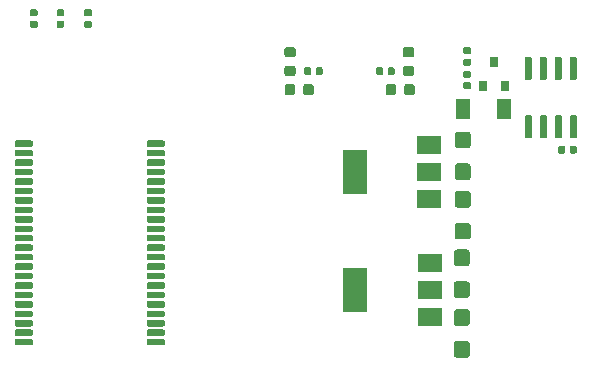
<source format=gbr>
G04 #@! TF.GenerationSoftware,KiCad,Pcbnew,5.1.1-8be2ce7~80~ubuntu18.10.1*
G04 #@! TF.CreationDate,2019-06-22T16:49:51+02:00*
G04 #@! TF.ProjectId,Spartan6,53706172-7461-46e3-962e-6b696361645f,rev?*
G04 #@! TF.SameCoordinates,Original*
G04 #@! TF.FileFunction,Paste,Bot*
G04 #@! TF.FilePolarity,Positive*
%FSLAX46Y46*%
G04 Gerber Fmt 4.6, Leading zero omitted, Abs format (unit mm)*
G04 Created by KiCad (PCBNEW 5.1.1-8be2ce7~80~ubuntu18.10.1) date 2019-06-22 16:49:51*
%MOMM*%
%LPD*%
G04 APERTURE LIST*
%ADD10R,1.300000X1.700000*%
%ADD11C,0.100000*%
%ADD12C,0.600000*%
%ADD13C,0.590000*%
%ADD14R,0.800000X0.900000*%
%ADD15C,0.875000*%
%ADD16C,1.350000*%
%ADD17C,0.550000*%
%ADD18R,2.000000X1.500000*%
%ADD19R,2.000000X3.800000*%
G04 APERTURE END LIST*
D10*
X80467300Y-53990200D03*
X83967300Y-53990200D03*
D11*
G36*
X86161503Y-54523222D02*
G01*
X86176064Y-54525382D01*
X86190343Y-54528959D01*
X86204203Y-54533918D01*
X86217510Y-54540212D01*
X86230136Y-54547780D01*
X86241959Y-54556548D01*
X86252866Y-54566434D01*
X86262752Y-54577341D01*
X86271520Y-54589164D01*
X86279088Y-54601790D01*
X86285382Y-54615097D01*
X86290341Y-54628957D01*
X86293918Y-54643236D01*
X86296078Y-54657797D01*
X86296800Y-54672500D01*
X86296800Y-56322500D01*
X86296078Y-56337203D01*
X86293918Y-56351764D01*
X86290341Y-56366043D01*
X86285382Y-56379903D01*
X86279088Y-56393210D01*
X86271520Y-56405836D01*
X86262752Y-56417659D01*
X86252866Y-56428566D01*
X86241959Y-56438452D01*
X86230136Y-56447220D01*
X86217510Y-56454788D01*
X86204203Y-56461082D01*
X86190343Y-56466041D01*
X86176064Y-56469618D01*
X86161503Y-56471778D01*
X86146800Y-56472500D01*
X85846800Y-56472500D01*
X85832097Y-56471778D01*
X85817536Y-56469618D01*
X85803257Y-56466041D01*
X85789397Y-56461082D01*
X85776090Y-56454788D01*
X85763464Y-56447220D01*
X85751641Y-56438452D01*
X85740734Y-56428566D01*
X85730848Y-56417659D01*
X85722080Y-56405836D01*
X85714512Y-56393210D01*
X85708218Y-56379903D01*
X85703259Y-56366043D01*
X85699682Y-56351764D01*
X85697522Y-56337203D01*
X85696800Y-56322500D01*
X85696800Y-54672500D01*
X85697522Y-54657797D01*
X85699682Y-54643236D01*
X85703259Y-54628957D01*
X85708218Y-54615097D01*
X85714512Y-54601790D01*
X85722080Y-54589164D01*
X85730848Y-54577341D01*
X85740734Y-54566434D01*
X85751641Y-54556548D01*
X85763464Y-54547780D01*
X85776090Y-54540212D01*
X85789397Y-54533918D01*
X85803257Y-54528959D01*
X85817536Y-54525382D01*
X85832097Y-54523222D01*
X85846800Y-54522500D01*
X86146800Y-54522500D01*
X86161503Y-54523222D01*
X86161503Y-54523222D01*
G37*
D12*
X85996800Y-55497500D03*
D11*
G36*
X87431503Y-54523222D02*
G01*
X87446064Y-54525382D01*
X87460343Y-54528959D01*
X87474203Y-54533918D01*
X87487510Y-54540212D01*
X87500136Y-54547780D01*
X87511959Y-54556548D01*
X87522866Y-54566434D01*
X87532752Y-54577341D01*
X87541520Y-54589164D01*
X87549088Y-54601790D01*
X87555382Y-54615097D01*
X87560341Y-54628957D01*
X87563918Y-54643236D01*
X87566078Y-54657797D01*
X87566800Y-54672500D01*
X87566800Y-56322500D01*
X87566078Y-56337203D01*
X87563918Y-56351764D01*
X87560341Y-56366043D01*
X87555382Y-56379903D01*
X87549088Y-56393210D01*
X87541520Y-56405836D01*
X87532752Y-56417659D01*
X87522866Y-56428566D01*
X87511959Y-56438452D01*
X87500136Y-56447220D01*
X87487510Y-56454788D01*
X87474203Y-56461082D01*
X87460343Y-56466041D01*
X87446064Y-56469618D01*
X87431503Y-56471778D01*
X87416800Y-56472500D01*
X87116800Y-56472500D01*
X87102097Y-56471778D01*
X87087536Y-56469618D01*
X87073257Y-56466041D01*
X87059397Y-56461082D01*
X87046090Y-56454788D01*
X87033464Y-56447220D01*
X87021641Y-56438452D01*
X87010734Y-56428566D01*
X87000848Y-56417659D01*
X86992080Y-56405836D01*
X86984512Y-56393210D01*
X86978218Y-56379903D01*
X86973259Y-56366043D01*
X86969682Y-56351764D01*
X86967522Y-56337203D01*
X86966800Y-56322500D01*
X86966800Y-54672500D01*
X86967522Y-54657797D01*
X86969682Y-54643236D01*
X86973259Y-54628957D01*
X86978218Y-54615097D01*
X86984512Y-54601790D01*
X86992080Y-54589164D01*
X87000848Y-54577341D01*
X87010734Y-54566434D01*
X87021641Y-54556548D01*
X87033464Y-54547780D01*
X87046090Y-54540212D01*
X87059397Y-54533918D01*
X87073257Y-54528959D01*
X87087536Y-54525382D01*
X87102097Y-54523222D01*
X87116800Y-54522500D01*
X87416800Y-54522500D01*
X87431503Y-54523222D01*
X87431503Y-54523222D01*
G37*
D12*
X87266800Y-55497500D03*
D11*
G36*
X88701503Y-54523222D02*
G01*
X88716064Y-54525382D01*
X88730343Y-54528959D01*
X88744203Y-54533918D01*
X88757510Y-54540212D01*
X88770136Y-54547780D01*
X88781959Y-54556548D01*
X88792866Y-54566434D01*
X88802752Y-54577341D01*
X88811520Y-54589164D01*
X88819088Y-54601790D01*
X88825382Y-54615097D01*
X88830341Y-54628957D01*
X88833918Y-54643236D01*
X88836078Y-54657797D01*
X88836800Y-54672500D01*
X88836800Y-56322500D01*
X88836078Y-56337203D01*
X88833918Y-56351764D01*
X88830341Y-56366043D01*
X88825382Y-56379903D01*
X88819088Y-56393210D01*
X88811520Y-56405836D01*
X88802752Y-56417659D01*
X88792866Y-56428566D01*
X88781959Y-56438452D01*
X88770136Y-56447220D01*
X88757510Y-56454788D01*
X88744203Y-56461082D01*
X88730343Y-56466041D01*
X88716064Y-56469618D01*
X88701503Y-56471778D01*
X88686800Y-56472500D01*
X88386800Y-56472500D01*
X88372097Y-56471778D01*
X88357536Y-56469618D01*
X88343257Y-56466041D01*
X88329397Y-56461082D01*
X88316090Y-56454788D01*
X88303464Y-56447220D01*
X88291641Y-56438452D01*
X88280734Y-56428566D01*
X88270848Y-56417659D01*
X88262080Y-56405836D01*
X88254512Y-56393210D01*
X88248218Y-56379903D01*
X88243259Y-56366043D01*
X88239682Y-56351764D01*
X88237522Y-56337203D01*
X88236800Y-56322500D01*
X88236800Y-54672500D01*
X88237522Y-54657797D01*
X88239682Y-54643236D01*
X88243259Y-54628957D01*
X88248218Y-54615097D01*
X88254512Y-54601790D01*
X88262080Y-54589164D01*
X88270848Y-54577341D01*
X88280734Y-54566434D01*
X88291641Y-54556548D01*
X88303464Y-54547780D01*
X88316090Y-54540212D01*
X88329397Y-54533918D01*
X88343257Y-54528959D01*
X88357536Y-54525382D01*
X88372097Y-54523222D01*
X88386800Y-54522500D01*
X88686800Y-54522500D01*
X88701503Y-54523222D01*
X88701503Y-54523222D01*
G37*
D12*
X88536800Y-55497500D03*
D11*
G36*
X89971503Y-54523222D02*
G01*
X89986064Y-54525382D01*
X90000343Y-54528959D01*
X90014203Y-54533918D01*
X90027510Y-54540212D01*
X90040136Y-54547780D01*
X90051959Y-54556548D01*
X90062866Y-54566434D01*
X90072752Y-54577341D01*
X90081520Y-54589164D01*
X90089088Y-54601790D01*
X90095382Y-54615097D01*
X90100341Y-54628957D01*
X90103918Y-54643236D01*
X90106078Y-54657797D01*
X90106800Y-54672500D01*
X90106800Y-56322500D01*
X90106078Y-56337203D01*
X90103918Y-56351764D01*
X90100341Y-56366043D01*
X90095382Y-56379903D01*
X90089088Y-56393210D01*
X90081520Y-56405836D01*
X90072752Y-56417659D01*
X90062866Y-56428566D01*
X90051959Y-56438452D01*
X90040136Y-56447220D01*
X90027510Y-56454788D01*
X90014203Y-56461082D01*
X90000343Y-56466041D01*
X89986064Y-56469618D01*
X89971503Y-56471778D01*
X89956800Y-56472500D01*
X89656800Y-56472500D01*
X89642097Y-56471778D01*
X89627536Y-56469618D01*
X89613257Y-56466041D01*
X89599397Y-56461082D01*
X89586090Y-56454788D01*
X89573464Y-56447220D01*
X89561641Y-56438452D01*
X89550734Y-56428566D01*
X89540848Y-56417659D01*
X89532080Y-56405836D01*
X89524512Y-56393210D01*
X89518218Y-56379903D01*
X89513259Y-56366043D01*
X89509682Y-56351764D01*
X89507522Y-56337203D01*
X89506800Y-56322500D01*
X89506800Y-54672500D01*
X89507522Y-54657797D01*
X89509682Y-54643236D01*
X89513259Y-54628957D01*
X89518218Y-54615097D01*
X89524512Y-54601790D01*
X89532080Y-54589164D01*
X89540848Y-54577341D01*
X89550734Y-54566434D01*
X89561641Y-54556548D01*
X89573464Y-54547780D01*
X89586090Y-54540212D01*
X89599397Y-54533918D01*
X89613257Y-54528959D01*
X89627536Y-54525382D01*
X89642097Y-54523222D01*
X89656800Y-54522500D01*
X89956800Y-54522500D01*
X89971503Y-54523222D01*
X89971503Y-54523222D01*
G37*
D12*
X89806800Y-55497500D03*
D11*
G36*
X89971503Y-49573222D02*
G01*
X89986064Y-49575382D01*
X90000343Y-49578959D01*
X90014203Y-49583918D01*
X90027510Y-49590212D01*
X90040136Y-49597780D01*
X90051959Y-49606548D01*
X90062866Y-49616434D01*
X90072752Y-49627341D01*
X90081520Y-49639164D01*
X90089088Y-49651790D01*
X90095382Y-49665097D01*
X90100341Y-49678957D01*
X90103918Y-49693236D01*
X90106078Y-49707797D01*
X90106800Y-49722500D01*
X90106800Y-51372500D01*
X90106078Y-51387203D01*
X90103918Y-51401764D01*
X90100341Y-51416043D01*
X90095382Y-51429903D01*
X90089088Y-51443210D01*
X90081520Y-51455836D01*
X90072752Y-51467659D01*
X90062866Y-51478566D01*
X90051959Y-51488452D01*
X90040136Y-51497220D01*
X90027510Y-51504788D01*
X90014203Y-51511082D01*
X90000343Y-51516041D01*
X89986064Y-51519618D01*
X89971503Y-51521778D01*
X89956800Y-51522500D01*
X89656800Y-51522500D01*
X89642097Y-51521778D01*
X89627536Y-51519618D01*
X89613257Y-51516041D01*
X89599397Y-51511082D01*
X89586090Y-51504788D01*
X89573464Y-51497220D01*
X89561641Y-51488452D01*
X89550734Y-51478566D01*
X89540848Y-51467659D01*
X89532080Y-51455836D01*
X89524512Y-51443210D01*
X89518218Y-51429903D01*
X89513259Y-51416043D01*
X89509682Y-51401764D01*
X89507522Y-51387203D01*
X89506800Y-51372500D01*
X89506800Y-49722500D01*
X89507522Y-49707797D01*
X89509682Y-49693236D01*
X89513259Y-49678957D01*
X89518218Y-49665097D01*
X89524512Y-49651790D01*
X89532080Y-49639164D01*
X89540848Y-49627341D01*
X89550734Y-49616434D01*
X89561641Y-49606548D01*
X89573464Y-49597780D01*
X89586090Y-49590212D01*
X89599397Y-49583918D01*
X89613257Y-49578959D01*
X89627536Y-49575382D01*
X89642097Y-49573222D01*
X89656800Y-49572500D01*
X89956800Y-49572500D01*
X89971503Y-49573222D01*
X89971503Y-49573222D01*
G37*
D12*
X89806800Y-50547500D03*
D11*
G36*
X88701503Y-49573222D02*
G01*
X88716064Y-49575382D01*
X88730343Y-49578959D01*
X88744203Y-49583918D01*
X88757510Y-49590212D01*
X88770136Y-49597780D01*
X88781959Y-49606548D01*
X88792866Y-49616434D01*
X88802752Y-49627341D01*
X88811520Y-49639164D01*
X88819088Y-49651790D01*
X88825382Y-49665097D01*
X88830341Y-49678957D01*
X88833918Y-49693236D01*
X88836078Y-49707797D01*
X88836800Y-49722500D01*
X88836800Y-51372500D01*
X88836078Y-51387203D01*
X88833918Y-51401764D01*
X88830341Y-51416043D01*
X88825382Y-51429903D01*
X88819088Y-51443210D01*
X88811520Y-51455836D01*
X88802752Y-51467659D01*
X88792866Y-51478566D01*
X88781959Y-51488452D01*
X88770136Y-51497220D01*
X88757510Y-51504788D01*
X88744203Y-51511082D01*
X88730343Y-51516041D01*
X88716064Y-51519618D01*
X88701503Y-51521778D01*
X88686800Y-51522500D01*
X88386800Y-51522500D01*
X88372097Y-51521778D01*
X88357536Y-51519618D01*
X88343257Y-51516041D01*
X88329397Y-51511082D01*
X88316090Y-51504788D01*
X88303464Y-51497220D01*
X88291641Y-51488452D01*
X88280734Y-51478566D01*
X88270848Y-51467659D01*
X88262080Y-51455836D01*
X88254512Y-51443210D01*
X88248218Y-51429903D01*
X88243259Y-51416043D01*
X88239682Y-51401764D01*
X88237522Y-51387203D01*
X88236800Y-51372500D01*
X88236800Y-49722500D01*
X88237522Y-49707797D01*
X88239682Y-49693236D01*
X88243259Y-49678957D01*
X88248218Y-49665097D01*
X88254512Y-49651790D01*
X88262080Y-49639164D01*
X88270848Y-49627341D01*
X88280734Y-49616434D01*
X88291641Y-49606548D01*
X88303464Y-49597780D01*
X88316090Y-49590212D01*
X88329397Y-49583918D01*
X88343257Y-49578959D01*
X88357536Y-49575382D01*
X88372097Y-49573222D01*
X88386800Y-49572500D01*
X88686800Y-49572500D01*
X88701503Y-49573222D01*
X88701503Y-49573222D01*
G37*
D12*
X88536800Y-50547500D03*
D11*
G36*
X87431503Y-49573222D02*
G01*
X87446064Y-49575382D01*
X87460343Y-49578959D01*
X87474203Y-49583918D01*
X87487510Y-49590212D01*
X87500136Y-49597780D01*
X87511959Y-49606548D01*
X87522866Y-49616434D01*
X87532752Y-49627341D01*
X87541520Y-49639164D01*
X87549088Y-49651790D01*
X87555382Y-49665097D01*
X87560341Y-49678957D01*
X87563918Y-49693236D01*
X87566078Y-49707797D01*
X87566800Y-49722500D01*
X87566800Y-51372500D01*
X87566078Y-51387203D01*
X87563918Y-51401764D01*
X87560341Y-51416043D01*
X87555382Y-51429903D01*
X87549088Y-51443210D01*
X87541520Y-51455836D01*
X87532752Y-51467659D01*
X87522866Y-51478566D01*
X87511959Y-51488452D01*
X87500136Y-51497220D01*
X87487510Y-51504788D01*
X87474203Y-51511082D01*
X87460343Y-51516041D01*
X87446064Y-51519618D01*
X87431503Y-51521778D01*
X87416800Y-51522500D01*
X87116800Y-51522500D01*
X87102097Y-51521778D01*
X87087536Y-51519618D01*
X87073257Y-51516041D01*
X87059397Y-51511082D01*
X87046090Y-51504788D01*
X87033464Y-51497220D01*
X87021641Y-51488452D01*
X87010734Y-51478566D01*
X87000848Y-51467659D01*
X86992080Y-51455836D01*
X86984512Y-51443210D01*
X86978218Y-51429903D01*
X86973259Y-51416043D01*
X86969682Y-51401764D01*
X86967522Y-51387203D01*
X86966800Y-51372500D01*
X86966800Y-49722500D01*
X86967522Y-49707797D01*
X86969682Y-49693236D01*
X86973259Y-49678957D01*
X86978218Y-49665097D01*
X86984512Y-49651790D01*
X86992080Y-49639164D01*
X87000848Y-49627341D01*
X87010734Y-49616434D01*
X87021641Y-49606548D01*
X87033464Y-49597780D01*
X87046090Y-49590212D01*
X87059397Y-49583918D01*
X87073257Y-49578959D01*
X87087536Y-49575382D01*
X87102097Y-49573222D01*
X87116800Y-49572500D01*
X87416800Y-49572500D01*
X87431503Y-49573222D01*
X87431503Y-49573222D01*
G37*
D12*
X87266800Y-50547500D03*
D11*
G36*
X86161503Y-49573222D02*
G01*
X86176064Y-49575382D01*
X86190343Y-49578959D01*
X86204203Y-49583918D01*
X86217510Y-49590212D01*
X86230136Y-49597780D01*
X86241959Y-49606548D01*
X86252866Y-49616434D01*
X86262752Y-49627341D01*
X86271520Y-49639164D01*
X86279088Y-49651790D01*
X86285382Y-49665097D01*
X86290341Y-49678957D01*
X86293918Y-49693236D01*
X86296078Y-49707797D01*
X86296800Y-49722500D01*
X86296800Y-51372500D01*
X86296078Y-51387203D01*
X86293918Y-51401764D01*
X86290341Y-51416043D01*
X86285382Y-51429903D01*
X86279088Y-51443210D01*
X86271520Y-51455836D01*
X86262752Y-51467659D01*
X86252866Y-51478566D01*
X86241959Y-51488452D01*
X86230136Y-51497220D01*
X86217510Y-51504788D01*
X86204203Y-51511082D01*
X86190343Y-51516041D01*
X86176064Y-51519618D01*
X86161503Y-51521778D01*
X86146800Y-51522500D01*
X85846800Y-51522500D01*
X85832097Y-51521778D01*
X85817536Y-51519618D01*
X85803257Y-51516041D01*
X85789397Y-51511082D01*
X85776090Y-51504788D01*
X85763464Y-51497220D01*
X85751641Y-51488452D01*
X85740734Y-51478566D01*
X85730848Y-51467659D01*
X85722080Y-51455836D01*
X85714512Y-51443210D01*
X85708218Y-51429903D01*
X85703259Y-51416043D01*
X85699682Y-51401764D01*
X85697522Y-51387203D01*
X85696800Y-51372500D01*
X85696800Y-49722500D01*
X85697522Y-49707797D01*
X85699682Y-49693236D01*
X85703259Y-49678957D01*
X85708218Y-49665097D01*
X85714512Y-49651790D01*
X85722080Y-49639164D01*
X85730848Y-49627341D01*
X85740734Y-49616434D01*
X85751641Y-49606548D01*
X85763464Y-49597780D01*
X85776090Y-49590212D01*
X85789397Y-49583918D01*
X85803257Y-49578959D01*
X85817536Y-49575382D01*
X85832097Y-49573222D01*
X85846800Y-49572500D01*
X86146800Y-49572500D01*
X86161503Y-49573222D01*
X86161503Y-49573222D01*
G37*
D12*
X85996800Y-50547500D03*
D11*
G36*
X81009758Y-48760910D02*
G01*
X81024076Y-48763034D01*
X81038117Y-48766551D01*
X81051746Y-48771428D01*
X81064831Y-48777617D01*
X81077247Y-48785058D01*
X81088873Y-48793681D01*
X81099598Y-48803402D01*
X81109319Y-48814127D01*
X81117942Y-48825753D01*
X81125383Y-48838169D01*
X81131572Y-48851254D01*
X81136449Y-48864883D01*
X81139966Y-48878924D01*
X81142090Y-48893242D01*
X81142800Y-48907700D01*
X81142800Y-49202700D01*
X81142090Y-49217158D01*
X81139966Y-49231476D01*
X81136449Y-49245517D01*
X81131572Y-49259146D01*
X81125383Y-49272231D01*
X81117942Y-49284647D01*
X81109319Y-49296273D01*
X81099598Y-49306998D01*
X81088873Y-49316719D01*
X81077247Y-49325342D01*
X81064831Y-49332783D01*
X81051746Y-49338972D01*
X81038117Y-49343849D01*
X81024076Y-49347366D01*
X81009758Y-49349490D01*
X80995300Y-49350200D01*
X80650300Y-49350200D01*
X80635842Y-49349490D01*
X80621524Y-49347366D01*
X80607483Y-49343849D01*
X80593854Y-49338972D01*
X80580769Y-49332783D01*
X80568353Y-49325342D01*
X80556727Y-49316719D01*
X80546002Y-49306998D01*
X80536281Y-49296273D01*
X80527658Y-49284647D01*
X80520217Y-49272231D01*
X80514028Y-49259146D01*
X80509151Y-49245517D01*
X80505634Y-49231476D01*
X80503510Y-49217158D01*
X80502800Y-49202700D01*
X80502800Y-48907700D01*
X80503510Y-48893242D01*
X80505634Y-48878924D01*
X80509151Y-48864883D01*
X80514028Y-48851254D01*
X80520217Y-48838169D01*
X80527658Y-48825753D01*
X80536281Y-48814127D01*
X80546002Y-48803402D01*
X80556727Y-48793681D01*
X80568353Y-48785058D01*
X80580769Y-48777617D01*
X80593854Y-48771428D01*
X80607483Y-48766551D01*
X80621524Y-48763034D01*
X80635842Y-48760910D01*
X80650300Y-48760200D01*
X80995300Y-48760200D01*
X81009758Y-48760910D01*
X81009758Y-48760910D01*
G37*
D13*
X80822800Y-49055200D03*
D11*
G36*
X81009758Y-49730910D02*
G01*
X81024076Y-49733034D01*
X81038117Y-49736551D01*
X81051746Y-49741428D01*
X81064831Y-49747617D01*
X81077247Y-49755058D01*
X81088873Y-49763681D01*
X81099598Y-49773402D01*
X81109319Y-49784127D01*
X81117942Y-49795753D01*
X81125383Y-49808169D01*
X81131572Y-49821254D01*
X81136449Y-49834883D01*
X81139966Y-49848924D01*
X81142090Y-49863242D01*
X81142800Y-49877700D01*
X81142800Y-50172700D01*
X81142090Y-50187158D01*
X81139966Y-50201476D01*
X81136449Y-50215517D01*
X81131572Y-50229146D01*
X81125383Y-50242231D01*
X81117942Y-50254647D01*
X81109319Y-50266273D01*
X81099598Y-50276998D01*
X81088873Y-50286719D01*
X81077247Y-50295342D01*
X81064831Y-50302783D01*
X81051746Y-50308972D01*
X81038117Y-50313849D01*
X81024076Y-50317366D01*
X81009758Y-50319490D01*
X80995300Y-50320200D01*
X80650300Y-50320200D01*
X80635842Y-50319490D01*
X80621524Y-50317366D01*
X80607483Y-50313849D01*
X80593854Y-50308972D01*
X80580769Y-50302783D01*
X80568353Y-50295342D01*
X80556727Y-50286719D01*
X80546002Y-50276998D01*
X80536281Y-50266273D01*
X80527658Y-50254647D01*
X80520217Y-50242231D01*
X80514028Y-50229146D01*
X80509151Y-50215517D01*
X80505634Y-50201476D01*
X80503510Y-50187158D01*
X80502800Y-50172700D01*
X80502800Y-49877700D01*
X80503510Y-49863242D01*
X80505634Y-49848924D01*
X80509151Y-49834883D01*
X80514028Y-49821254D01*
X80520217Y-49808169D01*
X80527658Y-49795753D01*
X80536281Y-49784127D01*
X80546002Y-49773402D01*
X80556727Y-49763681D01*
X80568353Y-49755058D01*
X80580769Y-49747617D01*
X80593854Y-49741428D01*
X80607483Y-49736551D01*
X80621524Y-49733034D01*
X80635842Y-49730910D01*
X80650300Y-49730200D01*
X80995300Y-49730200D01*
X81009758Y-49730910D01*
X81009758Y-49730910D01*
G37*
D13*
X80822800Y-50025200D03*
D11*
G36*
X81007258Y-50754810D02*
G01*
X81021576Y-50756934D01*
X81035617Y-50760451D01*
X81049246Y-50765328D01*
X81062331Y-50771517D01*
X81074747Y-50778958D01*
X81086373Y-50787581D01*
X81097098Y-50797302D01*
X81106819Y-50808027D01*
X81115442Y-50819653D01*
X81122883Y-50832069D01*
X81129072Y-50845154D01*
X81133949Y-50858783D01*
X81137466Y-50872824D01*
X81139590Y-50887142D01*
X81140300Y-50901600D01*
X81140300Y-51196600D01*
X81139590Y-51211058D01*
X81137466Y-51225376D01*
X81133949Y-51239417D01*
X81129072Y-51253046D01*
X81122883Y-51266131D01*
X81115442Y-51278547D01*
X81106819Y-51290173D01*
X81097098Y-51300898D01*
X81086373Y-51310619D01*
X81074747Y-51319242D01*
X81062331Y-51326683D01*
X81049246Y-51332872D01*
X81035617Y-51337749D01*
X81021576Y-51341266D01*
X81007258Y-51343390D01*
X80992800Y-51344100D01*
X80647800Y-51344100D01*
X80633342Y-51343390D01*
X80619024Y-51341266D01*
X80604983Y-51337749D01*
X80591354Y-51332872D01*
X80578269Y-51326683D01*
X80565853Y-51319242D01*
X80554227Y-51310619D01*
X80543502Y-51300898D01*
X80533781Y-51290173D01*
X80525158Y-51278547D01*
X80517717Y-51266131D01*
X80511528Y-51253046D01*
X80506651Y-51239417D01*
X80503134Y-51225376D01*
X80501010Y-51211058D01*
X80500300Y-51196600D01*
X80500300Y-50901600D01*
X80501010Y-50887142D01*
X80503134Y-50872824D01*
X80506651Y-50858783D01*
X80511528Y-50845154D01*
X80517717Y-50832069D01*
X80525158Y-50819653D01*
X80533781Y-50808027D01*
X80543502Y-50797302D01*
X80554227Y-50787581D01*
X80565853Y-50778958D01*
X80578269Y-50771517D01*
X80591354Y-50765328D01*
X80604983Y-50760451D01*
X80619024Y-50756934D01*
X80633342Y-50754810D01*
X80647800Y-50754100D01*
X80992800Y-50754100D01*
X81007258Y-50754810D01*
X81007258Y-50754810D01*
G37*
D13*
X80820300Y-51049100D03*
D11*
G36*
X81007258Y-51724810D02*
G01*
X81021576Y-51726934D01*
X81035617Y-51730451D01*
X81049246Y-51735328D01*
X81062331Y-51741517D01*
X81074747Y-51748958D01*
X81086373Y-51757581D01*
X81097098Y-51767302D01*
X81106819Y-51778027D01*
X81115442Y-51789653D01*
X81122883Y-51802069D01*
X81129072Y-51815154D01*
X81133949Y-51828783D01*
X81137466Y-51842824D01*
X81139590Y-51857142D01*
X81140300Y-51871600D01*
X81140300Y-52166600D01*
X81139590Y-52181058D01*
X81137466Y-52195376D01*
X81133949Y-52209417D01*
X81129072Y-52223046D01*
X81122883Y-52236131D01*
X81115442Y-52248547D01*
X81106819Y-52260173D01*
X81097098Y-52270898D01*
X81086373Y-52280619D01*
X81074747Y-52289242D01*
X81062331Y-52296683D01*
X81049246Y-52302872D01*
X81035617Y-52307749D01*
X81021576Y-52311266D01*
X81007258Y-52313390D01*
X80992800Y-52314100D01*
X80647800Y-52314100D01*
X80633342Y-52313390D01*
X80619024Y-52311266D01*
X80604983Y-52307749D01*
X80591354Y-52302872D01*
X80578269Y-52296683D01*
X80565853Y-52289242D01*
X80554227Y-52280619D01*
X80543502Y-52270898D01*
X80533781Y-52260173D01*
X80525158Y-52248547D01*
X80517717Y-52236131D01*
X80511528Y-52223046D01*
X80506651Y-52209417D01*
X80503134Y-52195376D01*
X80501010Y-52181058D01*
X80500300Y-52166600D01*
X80500300Y-51871600D01*
X80501010Y-51857142D01*
X80503134Y-51842824D01*
X80506651Y-51828783D01*
X80511528Y-51815154D01*
X80517717Y-51802069D01*
X80525158Y-51789653D01*
X80533781Y-51778027D01*
X80543502Y-51767302D01*
X80554227Y-51757581D01*
X80565853Y-51748958D01*
X80578269Y-51741517D01*
X80591354Y-51735328D01*
X80604983Y-51730451D01*
X80619024Y-51726934D01*
X80633342Y-51724810D01*
X80647800Y-51724100D01*
X80992800Y-51724100D01*
X81007258Y-51724810D01*
X81007258Y-51724810D01*
G37*
D13*
X80820300Y-52019100D03*
D14*
X83108800Y-50013400D03*
X82158800Y-52013400D03*
X84058800Y-52013400D03*
D11*
G36*
X89968558Y-57120310D02*
G01*
X89982876Y-57122434D01*
X89996917Y-57125951D01*
X90010546Y-57130828D01*
X90023631Y-57137017D01*
X90036047Y-57144458D01*
X90047673Y-57153081D01*
X90058398Y-57162802D01*
X90068119Y-57173527D01*
X90076742Y-57185153D01*
X90084183Y-57197569D01*
X90090372Y-57210654D01*
X90095249Y-57224283D01*
X90098766Y-57238324D01*
X90100890Y-57252642D01*
X90101600Y-57267100D01*
X90101600Y-57612100D01*
X90100890Y-57626558D01*
X90098766Y-57640876D01*
X90095249Y-57654917D01*
X90090372Y-57668546D01*
X90084183Y-57681631D01*
X90076742Y-57694047D01*
X90068119Y-57705673D01*
X90058398Y-57716398D01*
X90047673Y-57726119D01*
X90036047Y-57734742D01*
X90023631Y-57742183D01*
X90010546Y-57748372D01*
X89996917Y-57753249D01*
X89982876Y-57756766D01*
X89968558Y-57758890D01*
X89954100Y-57759600D01*
X89659100Y-57759600D01*
X89644642Y-57758890D01*
X89630324Y-57756766D01*
X89616283Y-57753249D01*
X89602654Y-57748372D01*
X89589569Y-57742183D01*
X89577153Y-57734742D01*
X89565527Y-57726119D01*
X89554802Y-57716398D01*
X89545081Y-57705673D01*
X89536458Y-57694047D01*
X89529017Y-57681631D01*
X89522828Y-57668546D01*
X89517951Y-57654917D01*
X89514434Y-57640876D01*
X89512310Y-57626558D01*
X89511600Y-57612100D01*
X89511600Y-57267100D01*
X89512310Y-57252642D01*
X89514434Y-57238324D01*
X89517951Y-57224283D01*
X89522828Y-57210654D01*
X89529017Y-57197569D01*
X89536458Y-57185153D01*
X89545081Y-57173527D01*
X89554802Y-57162802D01*
X89565527Y-57153081D01*
X89577153Y-57144458D01*
X89589569Y-57137017D01*
X89602654Y-57130828D01*
X89616283Y-57125951D01*
X89630324Y-57122434D01*
X89644642Y-57120310D01*
X89659100Y-57119600D01*
X89954100Y-57119600D01*
X89968558Y-57120310D01*
X89968558Y-57120310D01*
G37*
D13*
X89806600Y-57439600D03*
D11*
G36*
X88998558Y-57120310D02*
G01*
X89012876Y-57122434D01*
X89026917Y-57125951D01*
X89040546Y-57130828D01*
X89053631Y-57137017D01*
X89066047Y-57144458D01*
X89077673Y-57153081D01*
X89088398Y-57162802D01*
X89098119Y-57173527D01*
X89106742Y-57185153D01*
X89114183Y-57197569D01*
X89120372Y-57210654D01*
X89125249Y-57224283D01*
X89128766Y-57238324D01*
X89130890Y-57252642D01*
X89131600Y-57267100D01*
X89131600Y-57612100D01*
X89130890Y-57626558D01*
X89128766Y-57640876D01*
X89125249Y-57654917D01*
X89120372Y-57668546D01*
X89114183Y-57681631D01*
X89106742Y-57694047D01*
X89098119Y-57705673D01*
X89088398Y-57716398D01*
X89077673Y-57726119D01*
X89066047Y-57734742D01*
X89053631Y-57742183D01*
X89040546Y-57748372D01*
X89026917Y-57753249D01*
X89012876Y-57756766D01*
X88998558Y-57758890D01*
X88984100Y-57759600D01*
X88689100Y-57759600D01*
X88674642Y-57758890D01*
X88660324Y-57756766D01*
X88646283Y-57753249D01*
X88632654Y-57748372D01*
X88619569Y-57742183D01*
X88607153Y-57734742D01*
X88595527Y-57726119D01*
X88584802Y-57716398D01*
X88575081Y-57705673D01*
X88566458Y-57694047D01*
X88559017Y-57681631D01*
X88552828Y-57668546D01*
X88547951Y-57654917D01*
X88544434Y-57640876D01*
X88542310Y-57626558D01*
X88541600Y-57612100D01*
X88541600Y-57267100D01*
X88542310Y-57252642D01*
X88544434Y-57238324D01*
X88547951Y-57224283D01*
X88552828Y-57210654D01*
X88559017Y-57197569D01*
X88566458Y-57185153D01*
X88575081Y-57173527D01*
X88584802Y-57162802D01*
X88595527Y-57153081D01*
X88607153Y-57144458D01*
X88619569Y-57137017D01*
X88632654Y-57130828D01*
X88646283Y-57125951D01*
X88660324Y-57122434D01*
X88674642Y-57120310D01*
X88689100Y-57119600D01*
X88984100Y-57119600D01*
X88998558Y-57120310D01*
X88998558Y-57120310D01*
G37*
D13*
X88836600Y-57439600D03*
D11*
G36*
X48914358Y-45549510D02*
G01*
X48928676Y-45551634D01*
X48942717Y-45555151D01*
X48956346Y-45560028D01*
X48969431Y-45566217D01*
X48981847Y-45573658D01*
X48993473Y-45582281D01*
X49004198Y-45592002D01*
X49013919Y-45602727D01*
X49022542Y-45614353D01*
X49029983Y-45626769D01*
X49036172Y-45639854D01*
X49041049Y-45653483D01*
X49044566Y-45667524D01*
X49046690Y-45681842D01*
X49047400Y-45696300D01*
X49047400Y-45991300D01*
X49046690Y-46005758D01*
X49044566Y-46020076D01*
X49041049Y-46034117D01*
X49036172Y-46047746D01*
X49029983Y-46060831D01*
X49022542Y-46073247D01*
X49013919Y-46084873D01*
X49004198Y-46095598D01*
X48993473Y-46105319D01*
X48981847Y-46113942D01*
X48969431Y-46121383D01*
X48956346Y-46127572D01*
X48942717Y-46132449D01*
X48928676Y-46135966D01*
X48914358Y-46138090D01*
X48899900Y-46138800D01*
X48554900Y-46138800D01*
X48540442Y-46138090D01*
X48526124Y-46135966D01*
X48512083Y-46132449D01*
X48498454Y-46127572D01*
X48485369Y-46121383D01*
X48472953Y-46113942D01*
X48461327Y-46105319D01*
X48450602Y-46095598D01*
X48440881Y-46084873D01*
X48432258Y-46073247D01*
X48424817Y-46060831D01*
X48418628Y-46047746D01*
X48413751Y-46034117D01*
X48410234Y-46020076D01*
X48408110Y-46005758D01*
X48407400Y-45991300D01*
X48407400Y-45696300D01*
X48408110Y-45681842D01*
X48410234Y-45667524D01*
X48413751Y-45653483D01*
X48418628Y-45639854D01*
X48424817Y-45626769D01*
X48432258Y-45614353D01*
X48440881Y-45602727D01*
X48450602Y-45592002D01*
X48461327Y-45582281D01*
X48472953Y-45573658D01*
X48485369Y-45566217D01*
X48498454Y-45560028D01*
X48512083Y-45555151D01*
X48526124Y-45551634D01*
X48540442Y-45549510D01*
X48554900Y-45548800D01*
X48899900Y-45548800D01*
X48914358Y-45549510D01*
X48914358Y-45549510D01*
G37*
D13*
X48727400Y-45843800D03*
D11*
G36*
X48914358Y-46519510D02*
G01*
X48928676Y-46521634D01*
X48942717Y-46525151D01*
X48956346Y-46530028D01*
X48969431Y-46536217D01*
X48981847Y-46543658D01*
X48993473Y-46552281D01*
X49004198Y-46562002D01*
X49013919Y-46572727D01*
X49022542Y-46584353D01*
X49029983Y-46596769D01*
X49036172Y-46609854D01*
X49041049Y-46623483D01*
X49044566Y-46637524D01*
X49046690Y-46651842D01*
X49047400Y-46666300D01*
X49047400Y-46961300D01*
X49046690Y-46975758D01*
X49044566Y-46990076D01*
X49041049Y-47004117D01*
X49036172Y-47017746D01*
X49029983Y-47030831D01*
X49022542Y-47043247D01*
X49013919Y-47054873D01*
X49004198Y-47065598D01*
X48993473Y-47075319D01*
X48981847Y-47083942D01*
X48969431Y-47091383D01*
X48956346Y-47097572D01*
X48942717Y-47102449D01*
X48928676Y-47105966D01*
X48914358Y-47108090D01*
X48899900Y-47108800D01*
X48554900Y-47108800D01*
X48540442Y-47108090D01*
X48526124Y-47105966D01*
X48512083Y-47102449D01*
X48498454Y-47097572D01*
X48485369Y-47091383D01*
X48472953Y-47083942D01*
X48461327Y-47075319D01*
X48450602Y-47065598D01*
X48440881Y-47054873D01*
X48432258Y-47043247D01*
X48424817Y-47030831D01*
X48418628Y-47017746D01*
X48413751Y-47004117D01*
X48410234Y-46990076D01*
X48408110Y-46975758D01*
X48407400Y-46961300D01*
X48407400Y-46666300D01*
X48408110Y-46651842D01*
X48410234Y-46637524D01*
X48413751Y-46623483D01*
X48418628Y-46609854D01*
X48424817Y-46596769D01*
X48432258Y-46584353D01*
X48440881Y-46572727D01*
X48450602Y-46562002D01*
X48461327Y-46552281D01*
X48472953Y-46543658D01*
X48485369Y-46536217D01*
X48498454Y-46530028D01*
X48512083Y-46525151D01*
X48526124Y-46521634D01*
X48540442Y-46519510D01*
X48554900Y-46518800D01*
X48899900Y-46518800D01*
X48914358Y-46519510D01*
X48914358Y-46519510D01*
G37*
D13*
X48727400Y-46813800D03*
D11*
G36*
X46574958Y-45549510D02*
G01*
X46589276Y-45551634D01*
X46603317Y-45555151D01*
X46616946Y-45560028D01*
X46630031Y-45566217D01*
X46642447Y-45573658D01*
X46654073Y-45582281D01*
X46664798Y-45592002D01*
X46674519Y-45602727D01*
X46683142Y-45614353D01*
X46690583Y-45626769D01*
X46696772Y-45639854D01*
X46701649Y-45653483D01*
X46705166Y-45667524D01*
X46707290Y-45681842D01*
X46708000Y-45696300D01*
X46708000Y-45991300D01*
X46707290Y-46005758D01*
X46705166Y-46020076D01*
X46701649Y-46034117D01*
X46696772Y-46047746D01*
X46690583Y-46060831D01*
X46683142Y-46073247D01*
X46674519Y-46084873D01*
X46664798Y-46095598D01*
X46654073Y-46105319D01*
X46642447Y-46113942D01*
X46630031Y-46121383D01*
X46616946Y-46127572D01*
X46603317Y-46132449D01*
X46589276Y-46135966D01*
X46574958Y-46138090D01*
X46560500Y-46138800D01*
X46215500Y-46138800D01*
X46201042Y-46138090D01*
X46186724Y-46135966D01*
X46172683Y-46132449D01*
X46159054Y-46127572D01*
X46145969Y-46121383D01*
X46133553Y-46113942D01*
X46121927Y-46105319D01*
X46111202Y-46095598D01*
X46101481Y-46084873D01*
X46092858Y-46073247D01*
X46085417Y-46060831D01*
X46079228Y-46047746D01*
X46074351Y-46034117D01*
X46070834Y-46020076D01*
X46068710Y-46005758D01*
X46068000Y-45991300D01*
X46068000Y-45696300D01*
X46068710Y-45681842D01*
X46070834Y-45667524D01*
X46074351Y-45653483D01*
X46079228Y-45639854D01*
X46085417Y-45626769D01*
X46092858Y-45614353D01*
X46101481Y-45602727D01*
X46111202Y-45592002D01*
X46121927Y-45582281D01*
X46133553Y-45573658D01*
X46145969Y-45566217D01*
X46159054Y-45560028D01*
X46172683Y-45555151D01*
X46186724Y-45551634D01*
X46201042Y-45549510D01*
X46215500Y-45548800D01*
X46560500Y-45548800D01*
X46574958Y-45549510D01*
X46574958Y-45549510D01*
G37*
D13*
X46388000Y-45843800D03*
D11*
G36*
X46574958Y-46519510D02*
G01*
X46589276Y-46521634D01*
X46603317Y-46525151D01*
X46616946Y-46530028D01*
X46630031Y-46536217D01*
X46642447Y-46543658D01*
X46654073Y-46552281D01*
X46664798Y-46562002D01*
X46674519Y-46572727D01*
X46683142Y-46584353D01*
X46690583Y-46596769D01*
X46696772Y-46609854D01*
X46701649Y-46623483D01*
X46705166Y-46637524D01*
X46707290Y-46651842D01*
X46708000Y-46666300D01*
X46708000Y-46961300D01*
X46707290Y-46975758D01*
X46705166Y-46990076D01*
X46701649Y-47004117D01*
X46696772Y-47017746D01*
X46690583Y-47030831D01*
X46683142Y-47043247D01*
X46674519Y-47054873D01*
X46664798Y-47065598D01*
X46654073Y-47075319D01*
X46642447Y-47083942D01*
X46630031Y-47091383D01*
X46616946Y-47097572D01*
X46603317Y-47102449D01*
X46589276Y-47105966D01*
X46574958Y-47108090D01*
X46560500Y-47108800D01*
X46215500Y-47108800D01*
X46201042Y-47108090D01*
X46186724Y-47105966D01*
X46172683Y-47102449D01*
X46159054Y-47097572D01*
X46145969Y-47091383D01*
X46133553Y-47083942D01*
X46121927Y-47075319D01*
X46111202Y-47065598D01*
X46101481Y-47054873D01*
X46092858Y-47043247D01*
X46085417Y-47030831D01*
X46079228Y-47017746D01*
X46074351Y-47004117D01*
X46070834Y-46990076D01*
X46068710Y-46975758D01*
X46068000Y-46961300D01*
X46068000Y-46666300D01*
X46068710Y-46651842D01*
X46070834Y-46637524D01*
X46074351Y-46623483D01*
X46079228Y-46609854D01*
X46085417Y-46596769D01*
X46092858Y-46584353D01*
X46101481Y-46572727D01*
X46111202Y-46562002D01*
X46121927Y-46552281D01*
X46133553Y-46543658D01*
X46145969Y-46536217D01*
X46159054Y-46530028D01*
X46172683Y-46525151D01*
X46186724Y-46521634D01*
X46201042Y-46519510D01*
X46215500Y-46518800D01*
X46560500Y-46518800D01*
X46574958Y-46519510D01*
X46574958Y-46519510D01*
G37*
D13*
X46388000Y-46813800D03*
D11*
G36*
X44322058Y-45549510D02*
G01*
X44336376Y-45551634D01*
X44350417Y-45555151D01*
X44364046Y-45560028D01*
X44377131Y-45566217D01*
X44389547Y-45573658D01*
X44401173Y-45582281D01*
X44411898Y-45592002D01*
X44421619Y-45602727D01*
X44430242Y-45614353D01*
X44437683Y-45626769D01*
X44443872Y-45639854D01*
X44448749Y-45653483D01*
X44452266Y-45667524D01*
X44454390Y-45681842D01*
X44455100Y-45696300D01*
X44455100Y-45991300D01*
X44454390Y-46005758D01*
X44452266Y-46020076D01*
X44448749Y-46034117D01*
X44443872Y-46047746D01*
X44437683Y-46060831D01*
X44430242Y-46073247D01*
X44421619Y-46084873D01*
X44411898Y-46095598D01*
X44401173Y-46105319D01*
X44389547Y-46113942D01*
X44377131Y-46121383D01*
X44364046Y-46127572D01*
X44350417Y-46132449D01*
X44336376Y-46135966D01*
X44322058Y-46138090D01*
X44307600Y-46138800D01*
X43962600Y-46138800D01*
X43948142Y-46138090D01*
X43933824Y-46135966D01*
X43919783Y-46132449D01*
X43906154Y-46127572D01*
X43893069Y-46121383D01*
X43880653Y-46113942D01*
X43869027Y-46105319D01*
X43858302Y-46095598D01*
X43848581Y-46084873D01*
X43839958Y-46073247D01*
X43832517Y-46060831D01*
X43826328Y-46047746D01*
X43821451Y-46034117D01*
X43817934Y-46020076D01*
X43815810Y-46005758D01*
X43815100Y-45991300D01*
X43815100Y-45696300D01*
X43815810Y-45681842D01*
X43817934Y-45667524D01*
X43821451Y-45653483D01*
X43826328Y-45639854D01*
X43832517Y-45626769D01*
X43839958Y-45614353D01*
X43848581Y-45602727D01*
X43858302Y-45592002D01*
X43869027Y-45582281D01*
X43880653Y-45573658D01*
X43893069Y-45566217D01*
X43906154Y-45560028D01*
X43919783Y-45555151D01*
X43933824Y-45551634D01*
X43948142Y-45549510D01*
X43962600Y-45548800D01*
X44307600Y-45548800D01*
X44322058Y-45549510D01*
X44322058Y-45549510D01*
G37*
D13*
X44135100Y-45843800D03*
D11*
G36*
X44322058Y-46519510D02*
G01*
X44336376Y-46521634D01*
X44350417Y-46525151D01*
X44364046Y-46530028D01*
X44377131Y-46536217D01*
X44389547Y-46543658D01*
X44401173Y-46552281D01*
X44411898Y-46562002D01*
X44421619Y-46572727D01*
X44430242Y-46584353D01*
X44437683Y-46596769D01*
X44443872Y-46609854D01*
X44448749Y-46623483D01*
X44452266Y-46637524D01*
X44454390Y-46651842D01*
X44455100Y-46666300D01*
X44455100Y-46961300D01*
X44454390Y-46975758D01*
X44452266Y-46990076D01*
X44448749Y-47004117D01*
X44443872Y-47017746D01*
X44437683Y-47030831D01*
X44430242Y-47043247D01*
X44421619Y-47054873D01*
X44411898Y-47065598D01*
X44401173Y-47075319D01*
X44389547Y-47083942D01*
X44377131Y-47091383D01*
X44364046Y-47097572D01*
X44350417Y-47102449D01*
X44336376Y-47105966D01*
X44322058Y-47108090D01*
X44307600Y-47108800D01*
X43962600Y-47108800D01*
X43948142Y-47108090D01*
X43933824Y-47105966D01*
X43919783Y-47102449D01*
X43906154Y-47097572D01*
X43893069Y-47091383D01*
X43880653Y-47083942D01*
X43869027Y-47075319D01*
X43858302Y-47065598D01*
X43848581Y-47054873D01*
X43839958Y-47043247D01*
X43832517Y-47030831D01*
X43826328Y-47017746D01*
X43821451Y-47004117D01*
X43817934Y-46990076D01*
X43815810Y-46975758D01*
X43815100Y-46961300D01*
X43815100Y-46666300D01*
X43815810Y-46651842D01*
X43817934Y-46637524D01*
X43821451Y-46623483D01*
X43826328Y-46609854D01*
X43832517Y-46596769D01*
X43839958Y-46584353D01*
X43848581Y-46572727D01*
X43858302Y-46562002D01*
X43869027Y-46552281D01*
X43880653Y-46543658D01*
X43893069Y-46536217D01*
X43906154Y-46530028D01*
X43919783Y-46525151D01*
X43933824Y-46521634D01*
X43948142Y-46519510D01*
X43962600Y-46518800D01*
X44307600Y-46518800D01*
X44322058Y-46519510D01*
X44322058Y-46519510D01*
G37*
D13*
X44135100Y-46813800D03*
D11*
G36*
X66059091Y-51875453D02*
G01*
X66080326Y-51878603D01*
X66101150Y-51883819D01*
X66121362Y-51891051D01*
X66140768Y-51900230D01*
X66159181Y-51911266D01*
X66176424Y-51924054D01*
X66192330Y-51938470D01*
X66206746Y-51954376D01*
X66219534Y-51971619D01*
X66230570Y-51990032D01*
X66239749Y-52009438D01*
X66246981Y-52029650D01*
X66252197Y-52050474D01*
X66255347Y-52071709D01*
X66256400Y-52093150D01*
X66256400Y-52605650D01*
X66255347Y-52627091D01*
X66252197Y-52648326D01*
X66246981Y-52669150D01*
X66239749Y-52689362D01*
X66230570Y-52708768D01*
X66219534Y-52727181D01*
X66206746Y-52744424D01*
X66192330Y-52760330D01*
X66176424Y-52774746D01*
X66159181Y-52787534D01*
X66140768Y-52798570D01*
X66121362Y-52807749D01*
X66101150Y-52814981D01*
X66080326Y-52820197D01*
X66059091Y-52823347D01*
X66037650Y-52824400D01*
X65600150Y-52824400D01*
X65578709Y-52823347D01*
X65557474Y-52820197D01*
X65536650Y-52814981D01*
X65516438Y-52807749D01*
X65497032Y-52798570D01*
X65478619Y-52787534D01*
X65461376Y-52774746D01*
X65445470Y-52760330D01*
X65431054Y-52744424D01*
X65418266Y-52727181D01*
X65407230Y-52708768D01*
X65398051Y-52689362D01*
X65390819Y-52669150D01*
X65385603Y-52648326D01*
X65382453Y-52627091D01*
X65381400Y-52605650D01*
X65381400Y-52093150D01*
X65382453Y-52071709D01*
X65385603Y-52050474D01*
X65390819Y-52029650D01*
X65398051Y-52009438D01*
X65407230Y-51990032D01*
X65418266Y-51971619D01*
X65431054Y-51954376D01*
X65445470Y-51938470D01*
X65461376Y-51924054D01*
X65478619Y-51911266D01*
X65497032Y-51900230D01*
X65516438Y-51891051D01*
X65536650Y-51883819D01*
X65557474Y-51878603D01*
X65578709Y-51875453D01*
X65600150Y-51874400D01*
X66037650Y-51874400D01*
X66059091Y-51875453D01*
X66059091Y-51875453D01*
G37*
D15*
X65818900Y-52349400D03*
D11*
G36*
X67634091Y-51875453D02*
G01*
X67655326Y-51878603D01*
X67676150Y-51883819D01*
X67696362Y-51891051D01*
X67715768Y-51900230D01*
X67734181Y-51911266D01*
X67751424Y-51924054D01*
X67767330Y-51938470D01*
X67781746Y-51954376D01*
X67794534Y-51971619D01*
X67805570Y-51990032D01*
X67814749Y-52009438D01*
X67821981Y-52029650D01*
X67827197Y-52050474D01*
X67830347Y-52071709D01*
X67831400Y-52093150D01*
X67831400Y-52605650D01*
X67830347Y-52627091D01*
X67827197Y-52648326D01*
X67821981Y-52669150D01*
X67814749Y-52689362D01*
X67805570Y-52708768D01*
X67794534Y-52727181D01*
X67781746Y-52744424D01*
X67767330Y-52760330D01*
X67751424Y-52774746D01*
X67734181Y-52787534D01*
X67715768Y-52798570D01*
X67696362Y-52807749D01*
X67676150Y-52814981D01*
X67655326Y-52820197D01*
X67634091Y-52823347D01*
X67612650Y-52824400D01*
X67175150Y-52824400D01*
X67153709Y-52823347D01*
X67132474Y-52820197D01*
X67111650Y-52814981D01*
X67091438Y-52807749D01*
X67072032Y-52798570D01*
X67053619Y-52787534D01*
X67036376Y-52774746D01*
X67020470Y-52760330D01*
X67006054Y-52744424D01*
X66993266Y-52727181D01*
X66982230Y-52708768D01*
X66973051Y-52689362D01*
X66965819Y-52669150D01*
X66960603Y-52648326D01*
X66957453Y-52627091D01*
X66956400Y-52605650D01*
X66956400Y-52093150D01*
X66957453Y-52071709D01*
X66960603Y-52050474D01*
X66965819Y-52029650D01*
X66973051Y-52009438D01*
X66982230Y-51990032D01*
X66993266Y-51971619D01*
X67006054Y-51954376D01*
X67020470Y-51938470D01*
X67036376Y-51924054D01*
X67053619Y-51911266D01*
X67072032Y-51900230D01*
X67091438Y-51891051D01*
X67111650Y-51883819D01*
X67132474Y-51878603D01*
X67153709Y-51875453D01*
X67175150Y-51874400D01*
X67612650Y-51874400D01*
X67634091Y-51875453D01*
X67634091Y-51875453D01*
G37*
D15*
X67393900Y-52349400D03*
D11*
G36*
X76132291Y-48750553D02*
G01*
X76153526Y-48753703D01*
X76174350Y-48758919D01*
X76194562Y-48766151D01*
X76213968Y-48775330D01*
X76232381Y-48786366D01*
X76249624Y-48799154D01*
X76265530Y-48813570D01*
X76279946Y-48829476D01*
X76292734Y-48846719D01*
X76303770Y-48865132D01*
X76312949Y-48884538D01*
X76320181Y-48904750D01*
X76325397Y-48925574D01*
X76328547Y-48946809D01*
X76329600Y-48968250D01*
X76329600Y-49405750D01*
X76328547Y-49427191D01*
X76325397Y-49448426D01*
X76320181Y-49469250D01*
X76312949Y-49489462D01*
X76303770Y-49508868D01*
X76292734Y-49527281D01*
X76279946Y-49544524D01*
X76265530Y-49560430D01*
X76249624Y-49574846D01*
X76232381Y-49587634D01*
X76213968Y-49598670D01*
X76194562Y-49607849D01*
X76174350Y-49615081D01*
X76153526Y-49620297D01*
X76132291Y-49623447D01*
X76110850Y-49624500D01*
X75598350Y-49624500D01*
X75576909Y-49623447D01*
X75555674Y-49620297D01*
X75534850Y-49615081D01*
X75514638Y-49607849D01*
X75495232Y-49598670D01*
X75476819Y-49587634D01*
X75459576Y-49574846D01*
X75443670Y-49560430D01*
X75429254Y-49544524D01*
X75416466Y-49527281D01*
X75405430Y-49508868D01*
X75396251Y-49489462D01*
X75389019Y-49469250D01*
X75383803Y-49448426D01*
X75380653Y-49427191D01*
X75379600Y-49405750D01*
X75379600Y-48968250D01*
X75380653Y-48946809D01*
X75383803Y-48925574D01*
X75389019Y-48904750D01*
X75396251Y-48884538D01*
X75405430Y-48865132D01*
X75416466Y-48846719D01*
X75429254Y-48829476D01*
X75443670Y-48813570D01*
X75459576Y-48799154D01*
X75476819Y-48786366D01*
X75495232Y-48775330D01*
X75514638Y-48766151D01*
X75534850Y-48758919D01*
X75555674Y-48753703D01*
X75576909Y-48750553D01*
X75598350Y-48749500D01*
X76110850Y-48749500D01*
X76132291Y-48750553D01*
X76132291Y-48750553D01*
G37*
D15*
X75854600Y-49187000D03*
D11*
G36*
X76132291Y-50325553D02*
G01*
X76153526Y-50328703D01*
X76174350Y-50333919D01*
X76194562Y-50341151D01*
X76213968Y-50350330D01*
X76232381Y-50361366D01*
X76249624Y-50374154D01*
X76265530Y-50388570D01*
X76279946Y-50404476D01*
X76292734Y-50421719D01*
X76303770Y-50440132D01*
X76312949Y-50459538D01*
X76320181Y-50479750D01*
X76325397Y-50500574D01*
X76328547Y-50521809D01*
X76329600Y-50543250D01*
X76329600Y-50980750D01*
X76328547Y-51002191D01*
X76325397Y-51023426D01*
X76320181Y-51044250D01*
X76312949Y-51064462D01*
X76303770Y-51083868D01*
X76292734Y-51102281D01*
X76279946Y-51119524D01*
X76265530Y-51135430D01*
X76249624Y-51149846D01*
X76232381Y-51162634D01*
X76213968Y-51173670D01*
X76194562Y-51182849D01*
X76174350Y-51190081D01*
X76153526Y-51195297D01*
X76132291Y-51198447D01*
X76110850Y-51199500D01*
X75598350Y-51199500D01*
X75576909Y-51198447D01*
X75555674Y-51195297D01*
X75534850Y-51190081D01*
X75514638Y-51182849D01*
X75495232Y-51173670D01*
X75476819Y-51162634D01*
X75459576Y-51149846D01*
X75443670Y-51135430D01*
X75429254Y-51119524D01*
X75416466Y-51102281D01*
X75405430Y-51083868D01*
X75396251Y-51064462D01*
X75389019Y-51044250D01*
X75383803Y-51023426D01*
X75380653Y-51002191D01*
X75379600Y-50980750D01*
X75379600Y-50543250D01*
X75380653Y-50521809D01*
X75383803Y-50500574D01*
X75389019Y-50479750D01*
X75396251Y-50459538D01*
X75405430Y-50440132D01*
X75416466Y-50421719D01*
X75429254Y-50404476D01*
X75443670Y-50388570D01*
X75459576Y-50374154D01*
X75476819Y-50361366D01*
X75495232Y-50350330D01*
X75514638Y-50341151D01*
X75534850Y-50333919D01*
X75555674Y-50328703D01*
X75576909Y-50325553D01*
X75598350Y-50324500D01*
X76110850Y-50324500D01*
X76132291Y-50325553D01*
X76132291Y-50325553D01*
G37*
D15*
X75854600Y-50762000D03*
D11*
G36*
X66114491Y-50325553D02*
G01*
X66135726Y-50328703D01*
X66156550Y-50333919D01*
X66176762Y-50341151D01*
X66196168Y-50350330D01*
X66214581Y-50361366D01*
X66231824Y-50374154D01*
X66247730Y-50388570D01*
X66262146Y-50404476D01*
X66274934Y-50421719D01*
X66285970Y-50440132D01*
X66295149Y-50459538D01*
X66302381Y-50479750D01*
X66307597Y-50500574D01*
X66310747Y-50521809D01*
X66311800Y-50543250D01*
X66311800Y-50980750D01*
X66310747Y-51002191D01*
X66307597Y-51023426D01*
X66302381Y-51044250D01*
X66295149Y-51064462D01*
X66285970Y-51083868D01*
X66274934Y-51102281D01*
X66262146Y-51119524D01*
X66247730Y-51135430D01*
X66231824Y-51149846D01*
X66214581Y-51162634D01*
X66196168Y-51173670D01*
X66176762Y-51182849D01*
X66156550Y-51190081D01*
X66135726Y-51195297D01*
X66114491Y-51198447D01*
X66093050Y-51199500D01*
X65580550Y-51199500D01*
X65559109Y-51198447D01*
X65537874Y-51195297D01*
X65517050Y-51190081D01*
X65496838Y-51182849D01*
X65477432Y-51173670D01*
X65459019Y-51162634D01*
X65441776Y-51149846D01*
X65425870Y-51135430D01*
X65411454Y-51119524D01*
X65398666Y-51102281D01*
X65387630Y-51083868D01*
X65378451Y-51064462D01*
X65371219Y-51044250D01*
X65366003Y-51023426D01*
X65362853Y-51002191D01*
X65361800Y-50980750D01*
X65361800Y-50543250D01*
X65362853Y-50521809D01*
X65366003Y-50500574D01*
X65371219Y-50479750D01*
X65378451Y-50459538D01*
X65387630Y-50440132D01*
X65398666Y-50421719D01*
X65411454Y-50404476D01*
X65425870Y-50388570D01*
X65441776Y-50374154D01*
X65459019Y-50361366D01*
X65477432Y-50350330D01*
X65496838Y-50341151D01*
X65517050Y-50333919D01*
X65537874Y-50328703D01*
X65559109Y-50325553D01*
X65580550Y-50324500D01*
X66093050Y-50324500D01*
X66114491Y-50325553D01*
X66114491Y-50325553D01*
G37*
D15*
X65836800Y-50762000D03*
D11*
G36*
X66114491Y-48750553D02*
G01*
X66135726Y-48753703D01*
X66156550Y-48758919D01*
X66176762Y-48766151D01*
X66196168Y-48775330D01*
X66214581Y-48786366D01*
X66231824Y-48799154D01*
X66247730Y-48813570D01*
X66262146Y-48829476D01*
X66274934Y-48846719D01*
X66285970Y-48865132D01*
X66295149Y-48884538D01*
X66302381Y-48904750D01*
X66307597Y-48925574D01*
X66310747Y-48946809D01*
X66311800Y-48968250D01*
X66311800Y-49405750D01*
X66310747Y-49427191D01*
X66307597Y-49448426D01*
X66302381Y-49469250D01*
X66295149Y-49489462D01*
X66285970Y-49508868D01*
X66274934Y-49527281D01*
X66262146Y-49544524D01*
X66247730Y-49560430D01*
X66231824Y-49574846D01*
X66214581Y-49587634D01*
X66196168Y-49598670D01*
X66176762Y-49607849D01*
X66156550Y-49615081D01*
X66135726Y-49620297D01*
X66114491Y-49623447D01*
X66093050Y-49624500D01*
X65580550Y-49624500D01*
X65559109Y-49623447D01*
X65537874Y-49620297D01*
X65517050Y-49615081D01*
X65496838Y-49607849D01*
X65477432Y-49598670D01*
X65459019Y-49587634D01*
X65441776Y-49574846D01*
X65425870Y-49560430D01*
X65411454Y-49544524D01*
X65398666Y-49527281D01*
X65387630Y-49508868D01*
X65378451Y-49489462D01*
X65371219Y-49469250D01*
X65366003Y-49448426D01*
X65362853Y-49427191D01*
X65361800Y-49405750D01*
X65361800Y-48968250D01*
X65362853Y-48946809D01*
X65366003Y-48925574D01*
X65371219Y-48904750D01*
X65378451Y-48884538D01*
X65387630Y-48865132D01*
X65398666Y-48846719D01*
X65411454Y-48829476D01*
X65425870Y-48813570D01*
X65441776Y-48799154D01*
X65459019Y-48786366D01*
X65477432Y-48775330D01*
X65496838Y-48766151D01*
X65517050Y-48758919D01*
X65537874Y-48753703D01*
X65559109Y-48750553D01*
X65580550Y-48749500D01*
X66093050Y-48749500D01*
X66114491Y-48750553D01*
X66114491Y-48750553D01*
G37*
D15*
X65836800Y-49187000D03*
D11*
G36*
X76186291Y-51875453D02*
G01*
X76207526Y-51878603D01*
X76228350Y-51883819D01*
X76248562Y-51891051D01*
X76267968Y-51900230D01*
X76286381Y-51911266D01*
X76303624Y-51924054D01*
X76319530Y-51938470D01*
X76333946Y-51954376D01*
X76346734Y-51971619D01*
X76357770Y-51990032D01*
X76366949Y-52009438D01*
X76374181Y-52029650D01*
X76379397Y-52050474D01*
X76382547Y-52071709D01*
X76383600Y-52093150D01*
X76383600Y-52605650D01*
X76382547Y-52627091D01*
X76379397Y-52648326D01*
X76374181Y-52669150D01*
X76366949Y-52689362D01*
X76357770Y-52708768D01*
X76346734Y-52727181D01*
X76333946Y-52744424D01*
X76319530Y-52760330D01*
X76303624Y-52774746D01*
X76286381Y-52787534D01*
X76267968Y-52798570D01*
X76248562Y-52807749D01*
X76228350Y-52814981D01*
X76207526Y-52820197D01*
X76186291Y-52823347D01*
X76164850Y-52824400D01*
X75727350Y-52824400D01*
X75705909Y-52823347D01*
X75684674Y-52820197D01*
X75663850Y-52814981D01*
X75643638Y-52807749D01*
X75624232Y-52798570D01*
X75605819Y-52787534D01*
X75588576Y-52774746D01*
X75572670Y-52760330D01*
X75558254Y-52744424D01*
X75545466Y-52727181D01*
X75534430Y-52708768D01*
X75525251Y-52689362D01*
X75518019Y-52669150D01*
X75512803Y-52648326D01*
X75509653Y-52627091D01*
X75508600Y-52605650D01*
X75508600Y-52093150D01*
X75509653Y-52071709D01*
X75512803Y-52050474D01*
X75518019Y-52029650D01*
X75525251Y-52009438D01*
X75534430Y-51990032D01*
X75545466Y-51971619D01*
X75558254Y-51954376D01*
X75572670Y-51938470D01*
X75588576Y-51924054D01*
X75605819Y-51911266D01*
X75624232Y-51900230D01*
X75643638Y-51891051D01*
X75663850Y-51883819D01*
X75684674Y-51878603D01*
X75705909Y-51875453D01*
X75727350Y-51874400D01*
X76164850Y-51874400D01*
X76186291Y-51875453D01*
X76186291Y-51875453D01*
G37*
D15*
X75946100Y-52349400D03*
D11*
G36*
X74611291Y-51875453D02*
G01*
X74632526Y-51878603D01*
X74653350Y-51883819D01*
X74673562Y-51891051D01*
X74692968Y-51900230D01*
X74711381Y-51911266D01*
X74728624Y-51924054D01*
X74744530Y-51938470D01*
X74758946Y-51954376D01*
X74771734Y-51971619D01*
X74782770Y-51990032D01*
X74791949Y-52009438D01*
X74799181Y-52029650D01*
X74804397Y-52050474D01*
X74807547Y-52071709D01*
X74808600Y-52093150D01*
X74808600Y-52605650D01*
X74807547Y-52627091D01*
X74804397Y-52648326D01*
X74799181Y-52669150D01*
X74791949Y-52689362D01*
X74782770Y-52708768D01*
X74771734Y-52727181D01*
X74758946Y-52744424D01*
X74744530Y-52760330D01*
X74728624Y-52774746D01*
X74711381Y-52787534D01*
X74692968Y-52798570D01*
X74673562Y-52807749D01*
X74653350Y-52814981D01*
X74632526Y-52820197D01*
X74611291Y-52823347D01*
X74589850Y-52824400D01*
X74152350Y-52824400D01*
X74130909Y-52823347D01*
X74109674Y-52820197D01*
X74088850Y-52814981D01*
X74068638Y-52807749D01*
X74049232Y-52798570D01*
X74030819Y-52787534D01*
X74013576Y-52774746D01*
X73997670Y-52760330D01*
X73983254Y-52744424D01*
X73970466Y-52727181D01*
X73959430Y-52708768D01*
X73950251Y-52689362D01*
X73943019Y-52669150D01*
X73937803Y-52648326D01*
X73934653Y-52627091D01*
X73933600Y-52605650D01*
X73933600Y-52093150D01*
X73934653Y-52071709D01*
X73937803Y-52050474D01*
X73943019Y-52029650D01*
X73950251Y-52009438D01*
X73959430Y-51990032D01*
X73970466Y-51971619D01*
X73983254Y-51954376D01*
X73997670Y-51938470D01*
X74013576Y-51924054D01*
X74030819Y-51911266D01*
X74049232Y-51900230D01*
X74068638Y-51891051D01*
X74088850Y-51883819D01*
X74109674Y-51878603D01*
X74130909Y-51875453D01*
X74152350Y-51874400D01*
X74589850Y-51874400D01*
X74611291Y-51875453D01*
X74611291Y-51875453D01*
G37*
D15*
X74371100Y-52349400D03*
D11*
G36*
X80820205Y-65883504D02*
G01*
X80844473Y-65887104D01*
X80868272Y-65893065D01*
X80891371Y-65901330D01*
X80913550Y-65911820D01*
X80934593Y-65924432D01*
X80954299Y-65939047D01*
X80972477Y-65955523D01*
X80988953Y-65973701D01*
X81003568Y-65993407D01*
X81016180Y-66014450D01*
X81026670Y-66036629D01*
X81034935Y-66059728D01*
X81040896Y-66083527D01*
X81044496Y-66107795D01*
X81045700Y-66132299D01*
X81045700Y-67032301D01*
X81044496Y-67056805D01*
X81040896Y-67081073D01*
X81034935Y-67104872D01*
X81026670Y-67127971D01*
X81016180Y-67150150D01*
X81003568Y-67171193D01*
X80988953Y-67190899D01*
X80972477Y-67209077D01*
X80954299Y-67225553D01*
X80934593Y-67240168D01*
X80913550Y-67252780D01*
X80891371Y-67263270D01*
X80868272Y-67271535D01*
X80844473Y-67277496D01*
X80820205Y-67281096D01*
X80795701Y-67282300D01*
X79945699Y-67282300D01*
X79921195Y-67281096D01*
X79896927Y-67277496D01*
X79873128Y-67271535D01*
X79850029Y-67263270D01*
X79827850Y-67252780D01*
X79806807Y-67240168D01*
X79787101Y-67225553D01*
X79768923Y-67209077D01*
X79752447Y-67190899D01*
X79737832Y-67171193D01*
X79725220Y-67150150D01*
X79714730Y-67127971D01*
X79706465Y-67104872D01*
X79700504Y-67081073D01*
X79696904Y-67056805D01*
X79695700Y-67032301D01*
X79695700Y-66132299D01*
X79696904Y-66107795D01*
X79700504Y-66083527D01*
X79706465Y-66059728D01*
X79714730Y-66036629D01*
X79725220Y-66014450D01*
X79737832Y-65993407D01*
X79752447Y-65973701D01*
X79768923Y-65955523D01*
X79787101Y-65939047D01*
X79806807Y-65924432D01*
X79827850Y-65911820D01*
X79850029Y-65901330D01*
X79873128Y-65893065D01*
X79896927Y-65887104D01*
X79921195Y-65883504D01*
X79945699Y-65882300D01*
X80795701Y-65882300D01*
X80820205Y-65883504D01*
X80820205Y-65883504D01*
G37*
D16*
X80370700Y-66582300D03*
D11*
G36*
X80820205Y-68583504D02*
G01*
X80844473Y-68587104D01*
X80868272Y-68593065D01*
X80891371Y-68601330D01*
X80913550Y-68611820D01*
X80934593Y-68624432D01*
X80954299Y-68639047D01*
X80972477Y-68655523D01*
X80988953Y-68673701D01*
X81003568Y-68693407D01*
X81016180Y-68714450D01*
X81026670Y-68736629D01*
X81034935Y-68759728D01*
X81040896Y-68783527D01*
X81044496Y-68807795D01*
X81045700Y-68832299D01*
X81045700Y-69732301D01*
X81044496Y-69756805D01*
X81040896Y-69781073D01*
X81034935Y-69804872D01*
X81026670Y-69827971D01*
X81016180Y-69850150D01*
X81003568Y-69871193D01*
X80988953Y-69890899D01*
X80972477Y-69909077D01*
X80954299Y-69925553D01*
X80934593Y-69940168D01*
X80913550Y-69952780D01*
X80891371Y-69963270D01*
X80868272Y-69971535D01*
X80844473Y-69977496D01*
X80820205Y-69981096D01*
X80795701Y-69982300D01*
X79945699Y-69982300D01*
X79921195Y-69981096D01*
X79896927Y-69977496D01*
X79873128Y-69971535D01*
X79850029Y-69963270D01*
X79827850Y-69952780D01*
X79806807Y-69940168D01*
X79787101Y-69925553D01*
X79768923Y-69909077D01*
X79752447Y-69890899D01*
X79737832Y-69871193D01*
X79725220Y-69850150D01*
X79714730Y-69827971D01*
X79706465Y-69804872D01*
X79700504Y-69781073D01*
X79696904Y-69756805D01*
X79695700Y-69732301D01*
X79695700Y-68832299D01*
X79696904Y-68807795D01*
X79700504Y-68783527D01*
X79706465Y-68759728D01*
X79714730Y-68736629D01*
X79725220Y-68714450D01*
X79737832Y-68693407D01*
X79752447Y-68673701D01*
X79768923Y-68655523D01*
X79787101Y-68639047D01*
X79806807Y-68624432D01*
X79827850Y-68611820D01*
X79850029Y-68601330D01*
X79873128Y-68593065D01*
X79896927Y-68587104D01*
X79921195Y-68583504D01*
X79945699Y-68582300D01*
X80795701Y-68582300D01*
X80820205Y-68583504D01*
X80820205Y-68583504D01*
G37*
D16*
X80370700Y-69282300D03*
D11*
G36*
X80830405Y-70941904D02*
G01*
X80854673Y-70945504D01*
X80878472Y-70951465D01*
X80901571Y-70959730D01*
X80923750Y-70970220D01*
X80944793Y-70982832D01*
X80964499Y-70997447D01*
X80982677Y-71013923D01*
X80999153Y-71032101D01*
X81013768Y-71051807D01*
X81026380Y-71072850D01*
X81036870Y-71095029D01*
X81045135Y-71118128D01*
X81051096Y-71141927D01*
X81054696Y-71166195D01*
X81055900Y-71190699D01*
X81055900Y-72090701D01*
X81054696Y-72115205D01*
X81051096Y-72139473D01*
X81045135Y-72163272D01*
X81036870Y-72186371D01*
X81026380Y-72208550D01*
X81013768Y-72229593D01*
X80999153Y-72249299D01*
X80982677Y-72267477D01*
X80964499Y-72283953D01*
X80944793Y-72298568D01*
X80923750Y-72311180D01*
X80901571Y-72321670D01*
X80878472Y-72329935D01*
X80854673Y-72335896D01*
X80830405Y-72339496D01*
X80805901Y-72340700D01*
X79955899Y-72340700D01*
X79931395Y-72339496D01*
X79907127Y-72335896D01*
X79883328Y-72329935D01*
X79860229Y-72321670D01*
X79838050Y-72311180D01*
X79817007Y-72298568D01*
X79797301Y-72283953D01*
X79779123Y-72267477D01*
X79762647Y-72249299D01*
X79748032Y-72229593D01*
X79735420Y-72208550D01*
X79724930Y-72186371D01*
X79716665Y-72163272D01*
X79710704Y-72139473D01*
X79707104Y-72115205D01*
X79705900Y-72090701D01*
X79705900Y-71190699D01*
X79707104Y-71166195D01*
X79710704Y-71141927D01*
X79716665Y-71118128D01*
X79724930Y-71095029D01*
X79735420Y-71072850D01*
X79748032Y-71051807D01*
X79762647Y-71032101D01*
X79779123Y-71013923D01*
X79797301Y-70997447D01*
X79817007Y-70982832D01*
X79838050Y-70970220D01*
X79860229Y-70959730D01*
X79883328Y-70951465D01*
X79907127Y-70945504D01*
X79931395Y-70941904D01*
X79955899Y-70940700D01*
X80805901Y-70940700D01*
X80830405Y-70941904D01*
X80830405Y-70941904D01*
G37*
D16*
X80380900Y-71640700D03*
D11*
G36*
X80830405Y-73641904D02*
G01*
X80854673Y-73645504D01*
X80878472Y-73651465D01*
X80901571Y-73659730D01*
X80923750Y-73670220D01*
X80944793Y-73682832D01*
X80964499Y-73697447D01*
X80982677Y-73713923D01*
X80999153Y-73732101D01*
X81013768Y-73751807D01*
X81026380Y-73772850D01*
X81036870Y-73795029D01*
X81045135Y-73818128D01*
X81051096Y-73841927D01*
X81054696Y-73866195D01*
X81055900Y-73890699D01*
X81055900Y-74790701D01*
X81054696Y-74815205D01*
X81051096Y-74839473D01*
X81045135Y-74863272D01*
X81036870Y-74886371D01*
X81026380Y-74908550D01*
X81013768Y-74929593D01*
X80999153Y-74949299D01*
X80982677Y-74967477D01*
X80964499Y-74983953D01*
X80944793Y-74998568D01*
X80923750Y-75011180D01*
X80901571Y-75021670D01*
X80878472Y-75029935D01*
X80854673Y-75035896D01*
X80830405Y-75039496D01*
X80805901Y-75040700D01*
X79955899Y-75040700D01*
X79931395Y-75039496D01*
X79907127Y-75035896D01*
X79883328Y-75029935D01*
X79860229Y-75021670D01*
X79838050Y-75011180D01*
X79817007Y-74998568D01*
X79797301Y-74983953D01*
X79779123Y-74967477D01*
X79762647Y-74949299D01*
X79748032Y-74929593D01*
X79735420Y-74908550D01*
X79724930Y-74886371D01*
X79716665Y-74863272D01*
X79710704Y-74839473D01*
X79707104Y-74815205D01*
X79705900Y-74790701D01*
X79705900Y-73890699D01*
X79707104Y-73866195D01*
X79710704Y-73841927D01*
X79716665Y-73818128D01*
X79724930Y-73795029D01*
X79735420Y-73772850D01*
X79748032Y-73751807D01*
X79762647Y-73732101D01*
X79779123Y-73713923D01*
X79797301Y-73697447D01*
X79817007Y-73682832D01*
X79838050Y-73670220D01*
X79860229Y-73659730D01*
X79883328Y-73651465D01*
X79907127Y-73645504D01*
X79931395Y-73641904D01*
X79955899Y-73640700D01*
X80805901Y-73640700D01*
X80830405Y-73641904D01*
X80830405Y-73641904D01*
G37*
D16*
X80380900Y-74340700D03*
D11*
G36*
X80904005Y-63635604D02*
G01*
X80928273Y-63639204D01*
X80952072Y-63645165D01*
X80975171Y-63653430D01*
X80997350Y-63663920D01*
X81018393Y-63676532D01*
X81038099Y-63691147D01*
X81056277Y-63707623D01*
X81072753Y-63725801D01*
X81087368Y-63745507D01*
X81099980Y-63766550D01*
X81110470Y-63788729D01*
X81118735Y-63811828D01*
X81124696Y-63835627D01*
X81128296Y-63859895D01*
X81129500Y-63884399D01*
X81129500Y-64784401D01*
X81128296Y-64808905D01*
X81124696Y-64833173D01*
X81118735Y-64856972D01*
X81110470Y-64880071D01*
X81099980Y-64902250D01*
X81087368Y-64923293D01*
X81072753Y-64942999D01*
X81056277Y-64961177D01*
X81038099Y-64977653D01*
X81018393Y-64992268D01*
X80997350Y-65004880D01*
X80975171Y-65015370D01*
X80952072Y-65023635D01*
X80928273Y-65029596D01*
X80904005Y-65033196D01*
X80879501Y-65034400D01*
X80029499Y-65034400D01*
X80004995Y-65033196D01*
X79980727Y-65029596D01*
X79956928Y-65023635D01*
X79933829Y-65015370D01*
X79911650Y-65004880D01*
X79890607Y-64992268D01*
X79870901Y-64977653D01*
X79852723Y-64961177D01*
X79836247Y-64942999D01*
X79821632Y-64923293D01*
X79809020Y-64902250D01*
X79798530Y-64880071D01*
X79790265Y-64856972D01*
X79784304Y-64833173D01*
X79780704Y-64808905D01*
X79779500Y-64784401D01*
X79779500Y-63884399D01*
X79780704Y-63859895D01*
X79784304Y-63835627D01*
X79790265Y-63811828D01*
X79798530Y-63788729D01*
X79809020Y-63766550D01*
X79821632Y-63745507D01*
X79836247Y-63725801D01*
X79852723Y-63707623D01*
X79870901Y-63691147D01*
X79890607Y-63676532D01*
X79911650Y-63663920D01*
X79933829Y-63653430D01*
X79956928Y-63645165D01*
X79980727Y-63639204D01*
X80004995Y-63635604D01*
X80029499Y-63634400D01*
X80879501Y-63634400D01*
X80904005Y-63635604D01*
X80904005Y-63635604D01*
G37*
D16*
X80454500Y-64334400D03*
D11*
G36*
X80904005Y-60935604D02*
G01*
X80928273Y-60939204D01*
X80952072Y-60945165D01*
X80975171Y-60953430D01*
X80997350Y-60963920D01*
X81018393Y-60976532D01*
X81038099Y-60991147D01*
X81056277Y-61007623D01*
X81072753Y-61025801D01*
X81087368Y-61045507D01*
X81099980Y-61066550D01*
X81110470Y-61088729D01*
X81118735Y-61111828D01*
X81124696Y-61135627D01*
X81128296Y-61159895D01*
X81129500Y-61184399D01*
X81129500Y-62084401D01*
X81128296Y-62108905D01*
X81124696Y-62133173D01*
X81118735Y-62156972D01*
X81110470Y-62180071D01*
X81099980Y-62202250D01*
X81087368Y-62223293D01*
X81072753Y-62242999D01*
X81056277Y-62261177D01*
X81038099Y-62277653D01*
X81018393Y-62292268D01*
X80997350Y-62304880D01*
X80975171Y-62315370D01*
X80952072Y-62323635D01*
X80928273Y-62329596D01*
X80904005Y-62333196D01*
X80879501Y-62334400D01*
X80029499Y-62334400D01*
X80004995Y-62333196D01*
X79980727Y-62329596D01*
X79956928Y-62323635D01*
X79933829Y-62315370D01*
X79911650Y-62304880D01*
X79890607Y-62292268D01*
X79870901Y-62277653D01*
X79852723Y-62261177D01*
X79836247Y-62242999D01*
X79821632Y-62223293D01*
X79809020Y-62202250D01*
X79798530Y-62180071D01*
X79790265Y-62156972D01*
X79784304Y-62133173D01*
X79780704Y-62108905D01*
X79779500Y-62084401D01*
X79779500Y-61184399D01*
X79780704Y-61159895D01*
X79784304Y-61135627D01*
X79790265Y-61111828D01*
X79798530Y-61088729D01*
X79809020Y-61066550D01*
X79821632Y-61045507D01*
X79836247Y-61025801D01*
X79852723Y-61007623D01*
X79870901Y-60991147D01*
X79890607Y-60976532D01*
X79911650Y-60963920D01*
X79933829Y-60953430D01*
X79956928Y-60945165D01*
X79980727Y-60939204D01*
X80004995Y-60935604D01*
X80029499Y-60934400D01*
X80879501Y-60934400D01*
X80904005Y-60935604D01*
X80904005Y-60935604D01*
G37*
D16*
X80454500Y-61634400D03*
D11*
G36*
X80904005Y-58601304D02*
G01*
X80928273Y-58604904D01*
X80952072Y-58610865D01*
X80975171Y-58619130D01*
X80997350Y-58629620D01*
X81018393Y-58642232D01*
X81038099Y-58656847D01*
X81056277Y-58673323D01*
X81072753Y-58691501D01*
X81087368Y-58711207D01*
X81099980Y-58732250D01*
X81110470Y-58754429D01*
X81118735Y-58777528D01*
X81124696Y-58801327D01*
X81128296Y-58825595D01*
X81129500Y-58850099D01*
X81129500Y-59750101D01*
X81128296Y-59774605D01*
X81124696Y-59798873D01*
X81118735Y-59822672D01*
X81110470Y-59845771D01*
X81099980Y-59867950D01*
X81087368Y-59888993D01*
X81072753Y-59908699D01*
X81056277Y-59926877D01*
X81038099Y-59943353D01*
X81018393Y-59957968D01*
X80997350Y-59970580D01*
X80975171Y-59981070D01*
X80952072Y-59989335D01*
X80928273Y-59995296D01*
X80904005Y-59998896D01*
X80879501Y-60000100D01*
X80029499Y-60000100D01*
X80004995Y-59998896D01*
X79980727Y-59995296D01*
X79956928Y-59989335D01*
X79933829Y-59981070D01*
X79911650Y-59970580D01*
X79890607Y-59957968D01*
X79870901Y-59943353D01*
X79852723Y-59926877D01*
X79836247Y-59908699D01*
X79821632Y-59888993D01*
X79809020Y-59867950D01*
X79798530Y-59845771D01*
X79790265Y-59822672D01*
X79784304Y-59798873D01*
X79780704Y-59774605D01*
X79779500Y-59750101D01*
X79779500Y-58850099D01*
X79780704Y-58825595D01*
X79784304Y-58801327D01*
X79790265Y-58777528D01*
X79798530Y-58754429D01*
X79809020Y-58732250D01*
X79821632Y-58711207D01*
X79836247Y-58691501D01*
X79852723Y-58673323D01*
X79870901Y-58656847D01*
X79890607Y-58642232D01*
X79911650Y-58629620D01*
X79933829Y-58619130D01*
X79956928Y-58610865D01*
X79980727Y-58604904D01*
X80004995Y-58601304D01*
X80029499Y-58600100D01*
X80879501Y-58600100D01*
X80904005Y-58601304D01*
X80904005Y-58601304D01*
G37*
D16*
X80454500Y-59300100D03*
D11*
G36*
X80904005Y-55901304D02*
G01*
X80928273Y-55904904D01*
X80952072Y-55910865D01*
X80975171Y-55919130D01*
X80997350Y-55929620D01*
X81018393Y-55942232D01*
X81038099Y-55956847D01*
X81056277Y-55973323D01*
X81072753Y-55991501D01*
X81087368Y-56011207D01*
X81099980Y-56032250D01*
X81110470Y-56054429D01*
X81118735Y-56077528D01*
X81124696Y-56101327D01*
X81128296Y-56125595D01*
X81129500Y-56150099D01*
X81129500Y-57050101D01*
X81128296Y-57074605D01*
X81124696Y-57098873D01*
X81118735Y-57122672D01*
X81110470Y-57145771D01*
X81099980Y-57167950D01*
X81087368Y-57188993D01*
X81072753Y-57208699D01*
X81056277Y-57226877D01*
X81038099Y-57243353D01*
X81018393Y-57257968D01*
X80997350Y-57270580D01*
X80975171Y-57281070D01*
X80952072Y-57289335D01*
X80928273Y-57295296D01*
X80904005Y-57298896D01*
X80879501Y-57300100D01*
X80029499Y-57300100D01*
X80004995Y-57298896D01*
X79980727Y-57295296D01*
X79956928Y-57289335D01*
X79933829Y-57281070D01*
X79911650Y-57270580D01*
X79890607Y-57257968D01*
X79870901Y-57243353D01*
X79852723Y-57226877D01*
X79836247Y-57208699D01*
X79821632Y-57188993D01*
X79809020Y-57167950D01*
X79798530Y-57145771D01*
X79790265Y-57122672D01*
X79784304Y-57098873D01*
X79780704Y-57074605D01*
X79779500Y-57050101D01*
X79779500Y-56150099D01*
X79780704Y-56125595D01*
X79784304Y-56101327D01*
X79790265Y-56077528D01*
X79798530Y-56054429D01*
X79809020Y-56032250D01*
X79821632Y-56011207D01*
X79836247Y-55991501D01*
X79852723Y-55973323D01*
X79870901Y-55956847D01*
X79890607Y-55942232D01*
X79911650Y-55929620D01*
X79933829Y-55919130D01*
X79956928Y-55910865D01*
X79980727Y-55904904D01*
X80004995Y-55901304D01*
X80029499Y-55900100D01*
X80879501Y-55900100D01*
X80904005Y-55901304D01*
X80904005Y-55901304D01*
G37*
D16*
X80454500Y-56600100D03*
D11*
G36*
X43920577Y-73454462D02*
G01*
X43933925Y-73456442D01*
X43947014Y-73459721D01*
X43959719Y-73464267D01*
X43971917Y-73470036D01*
X43983491Y-73476973D01*
X43994329Y-73485011D01*
X44004327Y-73494073D01*
X44013389Y-73504071D01*
X44021427Y-73514909D01*
X44028364Y-73526483D01*
X44034133Y-73538681D01*
X44038679Y-73551386D01*
X44041958Y-73564475D01*
X44043938Y-73577823D01*
X44044600Y-73591300D01*
X44044600Y-73866300D01*
X44043938Y-73879777D01*
X44041958Y-73893125D01*
X44038679Y-73906214D01*
X44034133Y-73918919D01*
X44028364Y-73931117D01*
X44021427Y-73942691D01*
X44013389Y-73953529D01*
X44004327Y-73963527D01*
X43994329Y-73972589D01*
X43983491Y-73980627D01*
X43971917Y-73987564D01*
X43959719Y-73993333D01*
X43947014Y-73997879D01*
X43933925Y-74001158D01*
X43920577Y-74003138D01*
X43907100Y-74003800D01*
X42657100Y-74003800D01*
X42643623Y-74003138D01*
X42630275Y-74001158D01*
X42617186Y-73997879D01*
X42604481Y-73993333D01*
X42592283Y-73987564D01*
X42580709Y-73980627D01*
X42569871Y-73972589D01*
X42559873Y-73963527D01*
X42550811Y-73953529D01*
X42542773Y-73942691D01*
X42535836Y-73931117D01*
X42530067Y-73918919D01*
X42525521Y-73906214D01*
X42522242Y-73893125D01*
X42520262Y-73879777D01*
X42519600Y-73866300D01*
X42519600Y-73591300D01*
X42520262Y-73577823D01*
X42522242Y-73564475D01*
X42525521Y-73551386D01*
X42530067Y-73538681D01*
X42535836Y-73526483D01*
X42542773Y-73514909D01*
X42550811Y-73504071D01*
X42559873Y-73494073D01*
X42569871Y-73485011D01*
X42580709Y-73476973D01*
X42592283Y-73470036D01*
X42604481Y-73464267D01*
X42617186Y-73459721D01*
X42630275Y-73456442D01*
X42643623Y-73454462D01*
X42657100Y-73453800D01*
X43907100Y-73453800D01*
X43920577Y-73454462D01*
X43920577Y-73454462D01*
G37*
D17*
X43282100Y-73728800D03*
D11*
G36*
X43920577Y-72654462D02*
G01*
X43933925Y-72656442D01*
X43947014Y-72659721D01*
X43959719Y-72664267D01*
X43971917Y-72670036D01*
X43983491Y-72676973D01*
X43994329Y-72685011D01*
X44004327Y-72694073D01*
X44013389Y-72704071D01*
X44021427Y-72714909D01*
X44028364Y-72726483D01*
X44034133Y-72738681D01*
X44038679Y-72751386D01*
X44041958Y-72764475D01*
X44043938Y-72777823D01*
X44044600Y-72791300D01*
X44044600Y-73066300D01*
X44043938Y-73079777D01*
X44041958Y-73093125D01*
X44038679Y-73106214D01*
X44034133Y-73118919D01*
X44028364Y-73131117D01*
X44021427Y-73142691D01*
X44013389Y-73153529D01*
X44004327Y-73163527D01*
X43994329Y-73172589D01*
X43983491Y-73180627D01*
X43971917Y-73187564D01*
X43959719Y-73193333D01*
X43947014Y-73197879D01*
X43933925Y-73201158D01*
X43920577Y-73203138D01*
X43907100Y-73203800D01*
X42657100Y-73203800D01*
X42643623Y-73203138D01*
X42630275Y-73201158D01*
X42617186Y-73197879D01*
X42604481Y-73193333D01*
X42592283Y-73187564D01*
X42580709Y-73180627D01*
X42569871Y-73172589D01*
X42559873Y-73163527D01*
X42550811Y-73153529D01*
X42542773Y-73142691D01*
X42535836Y-73131117D01*
X42530067Y-73118919D01*
X42525521Y-73106214D01*
X42522242Y-73093125D01*
X42520262Y-73079777D01*
X42519600Y-73066300D01*
X42519600Y-72791300D01*
X42520262Y-72777823D01*
X42522242Y-72764475D01*
X42525521Y-72751386D01*
X42530067Y-72738681D01*
X42535836Y-72726483D01*
X42542773Y-72714909D01*
X42550811Y-72704071D01*
X42559873Y-72694073D01*
X42569871Y-72685011D01*
X42580709Y-72676973D01*
X42592283Y-72670036D01*
X42604481Y-72664267D01*
X42617186Y-72659721D01*
X42630275Y-72656442D01*
X42643623Y-72654462D01*
X42657100Y-72653800D01*
X43907100Y-72653800D01*
X43920577Y-72654462D01*
X43920577Y-72654462D01*
G37*
D17*
X43282100Y-72928800D03*
D11*
G36*
X43920577Y-71854462D02*
G01*
X43933925Y-71856442D01*
X43947014Y-71859721D01*
X43959719Y-71864267D01*
X43971917Y-71870036D01*
X43983491Y-71876973D01*
X43994329Y-71885011D01*
X44004327Y-71894073D01*
X44013389Y-71904071D01*
X44021427Y-71914909D01*
X44028364Y-71926483D01*
X44034133Y-71938681D01*
X44038679Y-71951386D01*
X44041958Y-71964475D01*
X44043938Y-71977823D01*
X44044600Y-71991300D01*
X44044600Y-72266300D01*
X44043938Y-72279777D01*
X44041958Y-72293125D01*
X44038679Y-72306214D01*
X44034133Y-72318919D01*
X44028364Y-72331117D01*
X44021427Y-72342691D01*
X44013389Y-72353529D01*
X44004327Y-72363527D01*
X43994329Y-72372589D01*
X43983491Y-72380627D01*
X43971917Y-72387564D01*
X43959719Y-72393333D01*
X43947014Y-72397879D01*
X43933925Y-72401158D01*
X43920577Y-72403138D01*
X43907100Y-72403800D01*
X42657100Y-72403800D01*
X42643623Y-72403138D01*
X42630275Y-72401158D01*
X42617186Y-72397879D01*
X42604481Y-72393333D01*
X42592283Y-72387564D01*
X42580709Y-72380627D01*
X42569871Y-72372589D01*
X42559873Y-72363527D01*
X42550811Y-72353529D01*
X42542773Y-72342691D01*
X42535836Y-72331117D01*
X42530067Y-72318919D01*
X42525521Y-72306214D01*
X42522242Y-72293125D01*
X42520262Y-72279777D01*
X42519600Y-72266300D01*
X42519600Y-71991300D01*
X42520262Y-71977823D01*
X42522242Y-71964475D01*
X42525521Y-71951386D01*
X42530067Y-71938681D01*
X42535836Y-71926483D01*
X42542773Y-71914909D01*
X42550811Y-71904071D01*
X42559873Y-71894073D01*
X42569871Y-71885011D01*
X42580709Y-71876973D01*
X42592283Y-71870036D01*
X42604481Y-71864267D01*
X42617186Y-71859721D01*
X42630275Y-71856442D01*
X42643623Y-71854462D01*
X42657100Y-71853800D01*
X43907100Y-71853800D01*
X43920577Y-71854462D01*
X43920577Y-71854462D01*
G37*
D17*
X43282100Y-72128800D03*
D11*
G36*
X43920577Y-71054462D02*
G01*
X43933925Y-71056442D01*
X43947014Y-71059721D01*
X43959719Y-71064267D01*
X43971917Y-71070036D01*
X43983491Y-71076973D01*
X43994329Y-71085011D01*
X44004327Y-71094073D01*
X44013389Y-71104071D01*
X44021427Y-71114909D01*
X44028364Y-71126483D01*
X44034133Y-71138681D01*
X44038679Y-71151386D01*
X44041958Y-71164475D01*
X44043938Y-71177823D01*
X44044600Y-71191300D01*
X44044600Y-71466300D01*
X44043938Y-71479777D01*
X44041958Y-71493125D01*
X44038679Y-71506214D01*
X44034133Y-71518919D01*
X44028364Y-71531117D01*
X44021427Y-71542691D01*
X44013389Y-71553529D01*
X44004327Y-71563527D01*
X43994329Y-71572589D01*
X43983491Y-71580627D01*
X43971917Y-71587564D01*
X43959719Y-71593333D01*
X43947014Y-71597879D01*
X43933925Y-71601158D01*
X43920577Y-71603138D01*
X43907100Y-71603800D01*
X42657100Y-71603800D01*
X42643623Y-71603138D01*
X42630275Y-71601158D01*
X42617186Y-71597879D01*
X42604481Y-71593333D01*
X42592283Y-71587564D01*
X42580709Y-71580627D01*
X42569871Y-71572589D01*
X42559873Y-71563527D01*
X42550811Y-71553529D01*
X42542773Y-71542691D01*
X42535836Y-71531117D01*
X42530067Y-71518919D01*
X42525521Y-71506214D01*
X42522242Y-71493125D01*
X42520262Y-71479777D01*
X42519600Y-71466300D01*
X42519600Y-71191300D01*
X42520262Y-71177823D01*
X42522242Y-71164475D01*
X42525521Y-71151386D01*
X42530067Y-71138681D01*
X42535836Y-71126483D01*
X42542773Y-71114909D01*
X42550811Y-71104071D01*
X42559873Y-71094073D01*
X42569871Y-71085011D01*
X42580709Y-71076973D01*
X42592283Y-71070036D01*
X42604481Y-71064267D01*
X42617186Y-71059721D01*
X42630275Y-71056442D01*
X42643623Y-71054462D01*
X42657100Y-71053800D01*
X43907100Y-71053800D01*
X43920577Y-71054462D01*
X43920577Y-71054462D01*
G37*
D17*
X43282100Y-71328800D03*
D11*
G36*
X43920577Y-70254462D02*
G01*
X43933925Y-70256442D01*
X43947014Y-70259721D01*
X43959719Y-70264267D01*
X43971917Y-70270036D01*
X43983491Y-70276973D01*
X43994329Y-70285011D01*
X44004327Y-70294073D01*
X44013389Y-70304071D01*
X44021427Y-70314909D01*
X44028364Y-70326483D01*
X44034133Y-70338681D01*
X44038679Y-70351386D01*
X44041958Y-70364475D01*
X44043938Y-70377823D01*
X44044600Y-70391300D01*
X44044600Y-70666300D01*
X44043938Y-70679777D01*
X44041958Y-70693125D01*
X44038679Y-70706214D01*
X44034133Y-70718919D01*
X44028364Y-70731117D01*
X44021427Y-70742691D01*
X44013389Y-70753529D01*
X44004327Y-70763527D01*
X43994329Y-70772589D01*
X43983491Y-70780627D01*
X43971917Y-70787564D01*
X43959719Y-70793333D01*
X43947014Y-70797879D01*
X43933925Y-70801158D01*
X43920577Y-70803138D01*
X43907100Y-70803800D01*
X42657100Y-70803800D01*
X42643623Y-70803138D01*
X42630275Y-70801158D01*
X42617186Y-70797879D01*
X42604481Y-70793333D01*
X42592283Y-70787564D01*
X42580709Y-70780627D01*
X42569871Y-70772589D01*
X42559873Y-70763527D01*
X42550811Y-70753529D01*
X42542773Y-70742691D01*
X42535836Y-70731117D01*
X42530067Y-70718919D01*
X42525521Y-70706214D01*
X42522242Y-70693125D01*
X42520262Y-70679777D01*
X42519600Y-70666300D01*
X42519600Y-70391300D01*
X42520262Y-70377823D01*
X42522242Y-70364475D01*
X42525521Y-70351386D01*
X42530067Y-70338681D01*
X42535836Y-70326483D01*
X42542773Y-70314909D01*
X42550811Y-70304071D01*
X42559873Y-70294073D01*
X42569871Y-70285011D01*
X42580709Y-70276973D01*
X42592283Y-70270036D01*
X42604481Y-70264267D01*
X42617186Y-70259721D01*
X42630275Y-70256442D01*
X42643623Y-70254462D01*
X42657100Y-70253800D01*
X43907100Y-70253800D01*
X43920577Y-70254462D01*
X43920577Y-70254462D01*
G37*
D17*
X43282100Y-70528800D03*
D11*
G36*
X43920577Y-69454462D02*
G01*
X43933925Y-69456442D01*
X43947014Y-69459721D01*
X43959719Y-69464267D01*
X43971917Y-69470036D01*
X43983491Y-69476973D01*
X43994329Y-69485011D01*
X44004327Y-69494073D01*
X44013389Y-69504071D01*
X44021427Y-69514909D01*
X44028364Y-69526483D01*
X44034133Y-69538681D01*
X44038679Y-69551386D01*
X44041958Y-69564475D01*
X44043938Y-69577823D01*
X44044600Y-69591300D01*
X44044600Y-69866300D01*
X44043938Y-69879777D01*
X44041958Y-69893125D01*
X44038679Y-69906214D01*
X44034133Y-69918919D01*
X44028364Y-69931117D01*
X44021427Y-69942691D01*
X44013389Y-69953529D01*
X44004327Y-69963527D01*
X43994329Y-69972589D01*
X43983491Y-69980627D01*
X43971917Y-69987564D01*
X43959719Y-69993333D01*
X43947014Y-69997879D01*
X43933925Y-70001158D01*
X43920577Y-70003138D01*
X43907100Y-70003800D01*
X42657100Y-70003800D01*
X42643623Y-70003138D01*
X42630275Y-70001158D01*
X42617186Y-69997879D01*
X42604481Y-69993333D01*
X42592283Y-69987564D01*
X42580709Y-69980627D01*
X42569871Y-69972589D01*
X42559873Y-69963527D01*
X42550811Y-69953529D01*
X42542773Y-69942691D01*
X42535836Y-69931117D01*
X42530067Y-69918919D01*
X42525521Y-69906214D01*
X42522242Y-69893125D01*
X42520262Y-69879777D01*
X42519600Y-69866300D01*
X42519600Y-69591300D01*
X42520262Y-69577823D01*
X42522242Y-69564475D01*
X42525521Y-69551386D01*
X42530067Y-69538681D01*
X42535836Y-69526483D01*
X42542773Y-69514909D01*
X42550811Y-69504071D01*
X42559873Y-69494073D01*
X42569871Y-69485011D01*
X42580709Y-69476973D01*
X42592283Y-69470036D01*
X42604481Y-69464267D01*
X42617186Y-69459721D01*
X42630275Y-69456442D01*
X42643623Y-69454462D01*
X42657100Y-69453800D01*
X43907100Y-69453800D01*
X43920577Y-69454462D01*
X43920577Y-69454462D01*
G37*
D17*
X43282100Y-69728800D03*
D11*
G36*
X43920577Y-68654462D02*
G01*
X43933925Y-68656442D01*
X43947014Y-68659721D01*
X43959719Y-68664267D01*
X43971917Y-68670036D01*
X43983491Y-68676973D01*
X43994329Y-68685011D01*
X44004327Y-68694073D01*
X44013389Y-68704071D01*
X44021427Y-68714909D01*
X44028364Y-68726483D01*
X44034133Y-68738681D01*
X44038679Y-68751386D01*
X44041958Y-68764475D01*
X44043938Y-68777823D01*
X44044600Y-68791300D01*
X44044600Y-69066300D01*
X44043938Y-69079777D01*
X44041958Y-69093125D01*
X44038679Y-69106214D01*
X44034133Y-69118919D01*
X44028364Y-69131117D01*
X44021427Y-69142691D01*
X44013389Y-69153529D01*
X44004327Y-69163527D01*
X43994329Y-69172589D01*
X43983491Y-69180627D01*
X43971917Y-69187564D01*
X43959719Y-69193333D01*
X43947014Y-69197879D01*
X43933925Y-69201158D01*
X43920577Y-69203138D01*
X43907100Y-69203800D01*
X42657100Y-69203800D01*
X42643623Y-69203138D01*
X42630275Y-69201158D01*
X42617186Y-69197879D01*
X42604481Y-69193333D01*
X42592283Y-69187564D01*
X42580709Y-69180627D01*
X42569871Y-69172589D01*
X42559873Y-69163527D01*
X42550811Y-69153529D01*
X42542773Y-69142691D01*
X42535836Y-69131117D01*
X42530067Y-69118919D01*
X42525521Y-69106214D01*
X42522242Y-69093125D01*
X42520262Y-69079777D01*
X42519600Y-69066300D01*
X42519600Y-68791300D01*
X42520262Y-68777823D01*
X42522242Y-68764475D01*
X42525521Y-68751386D01*
X42530067Y-68738681D01*
X42535836Y-68726483D01*
X42542773Y-68714909D01*
X42550811Y-68704071D01*
X42559873Y-68694073D01*
X42569871Y-68685011D01*
X42580709Y-68676973D01*
X42592283Y-68670036D01*
X42604481Y-68664267D01*
X42617186Y-68659721D01*
X42630275Y-68656442D01*
X42643623Y-68654462D01*
X42657100Y-68653800D01*
X43907100Y-68653800D01*
X43920577Y-68654462D01*
X43920577Y-68654462D01*
G37*
D17*
X43282100Y-68928800D03*
D11*
G36*
X43920577Y-67854462D02*
G01*
X43933925Y-67856442D01*
X43947014Y-67859721D01*
X43959719Y-67864267D01*
X43971917Y-67870036D01*
X43983491Y-67876973D01*
X43994329Y-67885011D01*
X44004327Y-67894073D01*
X44013389Y-67904071D01*
X44021427Y-67914909D01*
X44028364Y-67926483D01*
X44034133Y-67938681D01*
X44038679Y-67951386D01*
X44041958Y-67964475D01*
X44043938Y-67977823D01*
X44044600Y-67991300D01*
X44044600Y-68266300D01*
X44043938Y-68279777D01*
X44041958Y-68293125D01*
X44038679Y-68306214D01*
X44034133Y-68318919D01*
X44028364Y-68331117D01*
X44021427Y-68342691D01*
X44013389Y-68353529D01*
X44004327Y-68363527D01*
X43994329Y-68372589D01*
X43983491Y-68380627D01*
X43971917Y-68387564D01*
X43959719Y-68393333D01*
X43947014Y-68397879D01*
X43933925Y-68401158D01*
X43920577Y-68403138D01*
X43907100Y-68403800D01*
X42657100Y-68403800D01*
X42643623Y-68403138D01*
X42630275Y-68401158D01*
X42617186Y-68397879D01*
X42604481Y-68393333D01*
X42592283Y-68387564D01*
X42580709Y-68380627D01*
X42569871Y-68372589D01*
X42559873Y-68363527D01*
X42550811Y-68353529D01*
X42542773Y-68342691D01*
X42535836Y-68331117D01*
X42530067Y-68318919D01*
X42525521Y-68306214D01*
X42522242Y-68293125D01*
X42520262Y-68279777D01*
X42519600Y-68266300D01*
X42519600Y-67991300D01*
X42520262Y-67977823D01*
X42522242Y-67964475D01*
X42525521Y-67951386D01*
X42530067Y-67938681D01*
X42535836Y-67926483D01*
X42542773Y-67914909D01*
X42550811Y-67904071D01*
X42559873Y-67894073D01*
X42569871Y-67885011D01*
X42580709Y-67876973D01*
X42592283Y-67870036D01*
X42604481Y-67864267D01*
X42617186Y-67859721D01*
X42630275Y-67856442D01*
X42643623Y-67854462D01*
X42657100Y-67853800D01*
X43907100Y-67853800D01*
X43920577Y-67854462D01*
X43920577Y-67854462D01*
G37*
D17*
X43282100Y-68128800D03*
D11*
G36*
X43920577Y-67054462D02*
G01*
X43933925Y-67056442D01*
X43947014Y-67059721D01*
X43959719Y-67064267D01*
X43971917Y-67070036D01*
X43983491Y-67076973D01*
X43994329Y-67085011D01*
X44004327Y-67094073D01*
X44013389Y-67104071D01*
X44021427Y-67114909D01*
X44028364Y-67126483D01*
X44034133Y-67138681D01*
X44038679Y-67151386D01*
X44041958Y-67164475D01*
X44043938Y-67177823D01*
X44044600Y-67191300D01*
X44044600Y-67466300D01*
X44043938Y-67479777D01*
X44041958Y-67493125D01*
X44038679Y-67506214D01*
X44034133Y-67518919D01*
X44028364Y-67531117D01*
X44021427Y-67542691D01*
X44013389Y-67553529D01*
X44004327Y-67563527D01*
X43994329Y-67572589D01*
X43983491Y-67580627D01*
X43971917Y-67587564D01*
X43959719Y-67593333D01*
X43947014Y-67597879D01*
X43933925Y-67601158D01*
X43920577Y-67603138D01*
X43907100Y-67603800D01*
X42657100Y-67603800D01*
X42643623Y-67603138D01*
X42630275Y-67601158D01*
X42617186Y-67597879D01*
X42604481Y-67593333D01*
X42592283Y-67587564D01*
X42580709Y-67580627D01*
X42569871Y-67572589D01*
X42559873Y-67563527D01*
X42550811Y-67553529D01*
X42542773Y-67542691D01*
X42535836Y-67531117D01*
X42530067Y-67518919D01*
X42525521Y-67506214D01*
X42522242Y-67493125D01*
X42520262Y-67479777D01*
X42519600Y-67466300D01*
X42519600Y-67191300D01*
X42520262Y-67177823D01*
X42522242Y-67164475D01*
X42525521Y-67151386D01*
X42530067Y-67138681D01*
X42535836Y-67126483D01*
X42542773Y-67114909D01*
X42550811Y-67104071D01*
X42559873Y-67094073D01*
X42569871Y-67085011D01*
X42580709Y-67076973D01*
X42592283Y-67070036D01*
X42604481Y-67064267D01*
X42617186Y-67059721D01*
X42630275Y-67056442D01*
X42643623Y-67054462D01*
X42657100Y-67053800D01*
X43907100Y-67053800D01*
X43920577Y-67054462D01*
X43920577Y-67054462D01*
G37*
D17*
X43282100Y-67328800D03*
D11*
G36*
X43920577Y-66254462D02*
G01*
X43933925Y-66256442D01*
X43947014Y-66259721D01*
X43959719Y-66264267D01*
X43971917Y-66270036D01*
X43983491Y-66276973D01*
X43994329Y-66285011D01*
X44004327Y-66294073D01*
X44013389Y-66304071D01*
X44021427Y-66314909D01*
X44028364Y-66326483D01*
X44034133Y-66338681D01*
X44038679Y-66351386D01*
X44041958Y-66364475D01*
X44043938Y-66377823D01*
X44044600Y-66391300D01*
X44044600Y-66666300D01*
X44043938Y-66679777D01*
X44041958Y-66693125D01*
X44038679Y-66706214D01*
X44034133Y-66718919D01*
X44028364Y-66731117D01*
X44021427Y-66742691D01*
X44013389Y-66753529D01*
X44004327Y-66763527D01*
X43994329Y-66772589D01*
X43983491Y-66780627D01*
X43971917Y-66787564D01*
X43959719Y-66793333D01*
X43947014Y-66797879D01*
X43933925Y-66801158D01*
X43920577Y-66803138D01*
X43907100Y-66803800D01*
X42657100Y-66803800D01*
X42643623Y-66803138D01*
X42630275Y-66801158D01*
X42617186Y-66797879D01*
X42604481Y-66793333D01*
X42592283Y-66787564D01*
X42580709Y-66780627D01*
X42569871Y-66772589D01*
X42559873Y-66763527D01*
X42550811Y-66753529D01*
X42542773Y-66742691D01*
X42535836Y-66731117D01*
X42530067Y-66718919D01*
X42525521Y-66706214D01*
X42522242Y-66693125D01*
X42520262Y-66679777D01*
X42519600Y-66666300D01*
X42519600Y-66391300D01*
X42520262Y-66377823D01*
X42522242Y-66364475D01*
X42525521Y-66351386D01*
X42530067Y-66338681D01*
X42535836Y-66326483D01*
X42542773Y-66314909D01*
X42550811Y-66304071D01*
X42559873Y-66294073D01*
X42569871Y-66285011D01*
X42580709Y-66276973D01*
X42592283Y-66270036D01*
X42604481Y-66264267D01*
X42617186Y-66259721D01*
X42630275Y-66256442D01*
X42643623Y-66254462D01*
X42657100Y-66253800D01*
X43907100Y-66253800D01*
X43920577Y-66254462D01*
X43920577Y-66254462D01*
G37*
D17*
X43282100Y-66528800D03*
D11*
G36*
X43920577Y-65454462D02*
G01*
X43933925Y-65456442D01*
X43947014Y-65459721D01*
X43959719Y-65464267D01*
X43971917Y-65470036D01*
X43983491Y-65476973D01*
X43994329Y-65485011D01*
X44004327Y-65494073D01*
X44013389Y-65504071D01*
X44021427Y-65514909D01*
X44028364Y-65526483D01*
X44034133Y-65538681D01*
X44038679Y-65551386D01*
X44041958Y-65564475D01*
X44043938Y-65577823D01*
X44044600Y-65591300D01*
X44044600Y-65866300D01*
X44043938Y-65879777D01*
X44041958Y-65893125D01*
X44038679Y-65906214D01*
X44034133Y-65918919D01*
X44028364Y-65931117D01*
X44021427Y-65942691D01*
X44013389Y-65953529D01*
X44004327Y-65963527D01*
X43994329Y-65972589D01*
X43983491Y-65980627D01*
X43971917Y-65987564D01*
X43959719Y-65993333D01*
X43947014Y-65997879D01*
X43933925Y-66001158D01*
X43920577Y-66003138D01*
X43907100Y-66003800D01*
X42657100Y-66003800D01*
X42643623Y-66003138D01*
X42630275Y-66001158D01*
X42617186Y-65997879D01*
X42604481Y-65993333D01*
X42592283Y-65987564D01*
X42580709Y-65980627D01*
X42569871Y-65972589D01*
X42559873Y-65963527D01*
X42550811Y-65953529D01*
X42542773Y-65942691D01*
X42535836Y-65931117D01*
X42530067Y-65918919D01*
X42525521Y-65906214D01*
X42522242Y-65893125D01*
X42520262Y-65879777D01*
X42519600Y-65866300D01*
X42519600Y-65591300D01*
X42520262Y-65577823D01*
X42522242Y-65564475D01*
X42525521Y-65551386D01*
X42530067Y-65538681D01*
X42535836Y-65526483D01*
X42542773Y-65514909D01*
X42550811Y-65504071D01*
X42559873Y-65494073D01*
X42569871Y-65485011D01*
X42580709Y-65476973D01*
X42592283Y-65470036D01*
X42604481Y-65464267D01*
X42617186Y-65459721D01*
X42630275Y-65456442D01*
X42643623Y-65454462D01*
X42657100Y-65453800D01*
X43907100Y-65453800D01*
X43920577Y-65454462D01*
X43920577Y-65454462D01*
G37*
D17*
X43282100Y-65728800D03*
D11*
G36*
X43920577Y-64654462D02*
G01*
X43933925Y-64656442D01*
X43947014Y-64659721D01*
X43959719Y-64664267D01*
X43971917Y-64670036D01*
X43983491Y-64676973D01*
X43994329Y-64685011D01*
X44004327Y-64694073D01*
X44013389Y-64704071D01*
X44021427Y-64714909D01*
X44028364Y-64726483D01*
X44034133Y-64738681D01*
X44038679Y-64751386D01*
X44041958Y-64764475D01*
X44043938Y-64777823D01*
X44044600Y-64791300D01*
X44044600Y-65066300D01*
X44043938Y-65079777D01*
X44041958Y-65093125D01*
X44038679Y-65106214D01*
X44034133Y-65118919D01*
X44028364Y-65131117D01*
X44021427Y-65142691D01*
X44013389Y-65153529D01*
X44004327Y-65163527D01*
X43994329Y-65172589D01*
X43983491Y-65180627D01*
X43971917Y-65187564D01*
X43959719Y-65193333D01*
X43947014Y-65197879D01*
X43933925Y-65201158D01*
X43920577Y-65203138D01*
X43907100Y-65203800D01*
X42657100Y-65203800D01*
X42643623Y-65203138D01*
X42630275Y-65201158D01*
X42617186Y-65197879D01*
X42604481Y-65193333D01*
X42592283Y-65187564D01*
X42580709Y-65180627D01*
X42569871Y-65172589D01*
X42559873Y-65163527D01*
X42550811Y-65153529D01*
X42542773Y-65142691D01*
X42535836Y-65131117D01*
X42530067Y-65118919D01*
X42525521Y-65106214D01*
X42522242Y-65093125D01*
X42520262Y-65079777D01*
X42519600Y-65066300D01*
X42519600Y-64791300D01*
X42520262Y-64777823D01*
X42522242Y-64764475D01*
X42525521Y-64751386D01*
X42530067Y-64738681D01*
X42535836Y-64726483D01*
X42542773Y-64714909D01*
X42550811Y-64704071D01*
X42559873Y-64694073D01*
X42569871Y-64685011D01*
X42580709Y-64676973D01*
X42592283Y-64670036D01*
X42604481Y-64664267D01*
X42617186Y-64659721D01*
X42630275Y-64656442D01*
X42643623Y-64654462D01*
X42657100Y-64653800D01*
X43907100Y-64653800D01*
X43920577Y-64654462D01*
X43920577Y-64654462D01*
G37*
D17*
X43282100Y-64928800D03*
D11*
G36*
X43920577Y-63854462D02*
G01*
X43933925Y-63856442D01*
X43947014Y-63859721D01*
X43959719Y-63864267D01*
X43971917Y-63870036D01*
X43983491Y-63876973D01*
X43994329Y-63885011D01*
X44004327Y-63894073D01*
X44013389Y-63904071D01*
X44021427Y-63914909D01*
X44028364Y-63926483D01*
X44034133Y-63938681D01*
X44038679Y-63951386D01*
X44041958Y-63964475D01*
X44043938Y-63977823D01*
X44044600Y-63991300D01*
X44044600Y-64266300D01*
X44043938Y-64279777D01*
X44041958Y-64293125D01*
X44038679Y-64306214D01*
X44034133Y-64318919D01*
X44028364Y-64331117D01*
X44021427Y-64342691D01*
X44013389Y-64353529D01*
X44004327Y-64363527D01*
X43994329Y-64372589D01*
X43983491Y-64380627D01*
X43971917Y-64387564D01*
X43959719Y-64393333D01*
X43947014Y-64397879D01*
X43933925Y-64401158D01*
X43920577Y-64403138D01*
X43907100Y-64403800D01*
X42657100Y-64403800D01*
X42643623Y-64403138D01*
X42630275Y-64401158D01*
X42617186Y-64397879D01*
X42604481Y-64393333D01*
X42592283Y-64387564D01*
X42580709Y-64380627D01*
X42569871Y-64372589D01*
X42559873Y-64363527D01*
X42550811Y-64353529D01*
X42542773Y-64342691D01*
X42535836Y-64331117D01*
X42530067Y-64318919D01*
X42525521Y-64306214D01*
X42522242Y-64293125D01*
X42520262Y-64279777D01*
X42519600Y-64266300D01*
X42519600Y-63991300D01*
X42520262Y-63977823D01*
X42522242Y-63964475D01*
X42525521Y-63951386D01*
X42530067Y-63938681D01*
X42535836Y-63926483D01*
X42542773Y-63914909D01*
X42550811Y-63904071D01*
X42559873Y-63894073D01*
X42569871Y-63885011D01*
X42580709Y-63876973D01*
X42592283Y-63870036D01*
X42604481Y-63864267D01*
X42617186Y-63859721D01*
X42630275Y-63856442D01*
X42643623Y-63854462D01*
X42657100Y-63853800D01*
X43907100Y-63853800D01*
X43920577Y-63854462D01*
X43920577Y-63854462D01*
G37*
D17*
X43282100Y-64128800D03*
D11*
G36*
X43920577Y-63054462D02*
G01*
X43933925Y-63056442D01*
X43947014Y-63059721D01*
X43959719Y-63064267D01*
X43971917Y-63070036D01*
X43983491Y-63076973D01*
X43994329Y-63085011D01*
X44004327Y-63094073D01*
X44013389Y-63104071D01*
X44021427Y-63114909D01*
X44028364Y-63126483D01*
X44034133Y-63138681D01*
X44038679Y-63151386D01*
X44041958Y-63164475D01*
X44043938Y-63177823D01*
X44044600Y-63191300D01*
X44044600Y-63466300D01*
X44043938Y-63479777D01*
X44041958Y-63493125D01*
X44038679Y-63506214D01*
X44034133Y-63518919D01*
X44028364Y-63531117D01*
X44021427Y-63542691D01*
X44013389Y-63553529D01*
X44004327Y-63563527D01*
X43994329Y-63572589D01*
X43983491Y-63580627D01*
X43971917Y-63587564D01*
X43959719Y-63593333D01*
X43947014Y-63597879D01*
X43933925Y-63601158D01*
X43920577Y-63603138D01*
X43907100Y-63603800D01*
X42657100Y-63603800D01*
X42643623Y-63603138D01*
X42630275Y-63601158D01*
X42617186Y-63597879D01*
X42604481Y-63593333D01*
X42592283Y-63587564D01*
X42580709Y-63580627D01*
X42569871Y-63572589D01*
X42559873Y-63563527D01*
X42550811Y-63553529D01*
X42542773Y-63542691D01*
X42535836Y-63531117D01*
X42530067Y-63518919D01*
X42525521Y-63506214D01*
X42522242Y-63493125D01*
X42520262Y-63479777D01*
X42519600Y-63466300D01*
X42519600Y-63191300D01*
X42520262Y-63177823D01*
X42522242Y-63164475D01*
X42525521Y-63151386D01*
X42530067Y-63138681D01*
X42535836Y-63126483D01*
X42542773Y-63114909D01*
X42550811Y-63104071D01*
X42559873Y-63094073D01*
X42569871Y-63085011D01*
X42580709Y-63076973D01*
X42592283Y-63070036D01*
X42604481Y-63064267D01*
X42617186Y-63059721D01*
X42630275Y-63056442D01*
X42643623Y-63054462D01*
X42657100Y-63053800D01*
X43907100Y-63053800D01*
X43920577Y-63054462D01*
X43920577Y-63054462D01*
G37*
D17*
X43282100Y-63328800D03*
D11*
G36*
X43920577Y-62254462D02*
G01*
X43933925Y-62256442D01*
X43947014Y-62259721D01*
X43959719Y-62264267D01*
X43971917Y-62270036D01*
X43983491Y-62276973D01*
X43994329Y-62285011D01*
X44004327Y-62294073D01*
X44013389Y-62304071D01*
X44021427Y-62314909D01*
X44028364Y-62326483D01*
X44034133Y-62338681D01*
X44038679Y-62351386D01*
X44041958Y-62364475D01*
X44043938Y-62377823D01*
X44044600Y-62391300D01*
X44044600Y-62666300D01*
X44043938Y-62679777D01*
X44041958Y-62693125D01*
X44038679Y-62706214D01*
X44034133Y-62718919D01*
X44028364Y-62731117D01*
X44021427Y-62742691D01*
X44013389Y-62753529D01*
X44004327Y-62763527D01*
X43994329Y-62772589D01*
X43983491Y-62780627D01*
X43971917Y-62787564D01*
X43959719Y-62793333D01*
X43947014Y-62797879D01*
X43933925Y-62801158D01*
X43920577Y-62803138D01*
X43907100Y-62803800D01*
X42657100Y-62803800D01*
X42643623Y-62803138D01*
X42630275Y-62801158D01*
X42617186Y-62797879D01*
X42604481Y-62793333D01*
X42592283Y-62787564D01*
X42580709Y-62780627D01*
X42569871Y-62772589D01*
X42559873Y-62763527D01*
X42550811Y-62753529D01*
X42542773Y-62742691D01*
X42535836Y-62731117D01*
X42530067Y-62718919D01*
X42525521Y-62706214D01*
X42522242Y-62693125D01*
X42520262Y-62679777D01*
X42519600Y-62666300D01*
X42519600Y-62391300D01*
X42520262Y-62377823D01*
X42522242Y-62364475D01*
X42525521Y-62351386D01*
X42530067Y-62338681D01*
X42535836Y-62326483D01*
X42542773Y-62314909D01*
X42550811Y-62304071D01*
X42559873Y-62294073D01*
X42569871Y-62285011D01*
X42580709Y-62276973D01*
X42592283Y-62270036D01*
X42604481Y-62264267D01*
X42617186Y-62259721D01*
X42630275Y-62256442D01*
X42643623Y-62254462D01*
X42657100Y-62253800D01*
X43907100Y-62253800D01*
X43920577Y-62254462D01*
X43920577Y-62254462D01*
G37*
D17*
X43282100Y-62528800D03*
D11*
G36*
X43920577Y-61454462D02*
G01*
X43933925Y-61456442D01*
X43947014Y-61459721D01*
X43959719Y-61464267D01*
X43971917Y-61470036D01*
X43983491Y-61476973D01*
X43994329Y-61485011D01*
X44004327Y-61494073D01*
X44013389Y-61504071D01*
X44021427Y-61514909D01*
X44028364Y-61526483D01*
X44034133Y-61538681D01*
X44038679Y-61551386D01*
X44041958Y-61564475D01*
X44043938Y-61577823D01*
X44044600Y-61591300D01*
X44044600Y-61866300D01*
X44043938Y-61879777D01*
X44041958Y-61893125D01*
X44038679Y-61906214D01*
X44034133Y-61918919D01*
X44028364Y-61931117D01*
X44021427Y-61942691D01*
X44013389Y-61953529D01*
X44004327Y-61963527D01*
X43994329Y-61972589D01*
X43983491Y-61980627D01*
X43971917Y-61987564D01*
X43959719Y-61993333D01*
X43947014Y-61997879D01*
X43933925Y-62001158D01*
X43920577Y-62003138D01*
X43907100Y-62003800D01*
X42657100Y-62003800D01*
X42643623Y-62003138D01*
X42630275Y-62001158D01*
X42617186Y-61997879D01*
X42604481Y-61993333D01*
X42592283Y-61987564D01*
X42580709Y-61980627D01*
X42569871Y-61972589D01*
X42559873Y-61963527D01*
X42550811Y-61953529D01*
X42542773Y-61942691D01*
X42535836Y-61931117D01*
X42530067Y-61918919D01*
X42525521Y-61906214D01*
X42522242Y-61893125D01*
X42520262Y-61879777D01*
X42519600Y-61866300D01*
X42519600Y-61591300D01*
X42520262Y-61577823D01*
X42522242Y-61564475D01*
X42525521Y-61551386D01*
X42530067Y-61538681D01*
X42535836Y-61526483D01*
X42542773Y-61514909D01*
X42550811Y-61504071D01*
X42559873Y-61494073D01*
X42569871Y-61485011D01*
X42580709Y-61476973D01*
X42592283Y-61470036D01*
X42604481Y-61464267D01*
X42617186Y-61459721D01*
X42630275Y-61456442D01*
X42643623Y-61454462D01*
X42657100Y-61453800D01*
X43907100Y-61453800D01*
X43920577Y-61454462D01*
X43920577Y-61454462D01*
G37*
D17*
X43282100Y-61728800D03*
D11*
G36*
X43920577Y-60654462D02*
G01*
X43933925Y-60656442D01*
X43947014Y-60659721D01*
X43959719Y-60664267D01*
X43971917Y-60670036D01*
X43983491Y-60676973D01*
X43994329Y-60685011D01*
X44004327Y-60694073D01*
X44013389Y-60704071D01*
X44021427Y-60714909D01*
X44028364Y-60726483D01*
X44034133Y-60738681D01*
X44038679Y-60751386D01*
X44041958Y-60764475D01*
X44043938Y-60777823D01*
X44044600Y-60791300D01*
X44044600Y-61066300D01*
X44043938Y-61079777D01*
X44041958Y-61093125D01*
X44038679Y-61106214D01*
X44034133Y-61118919D01*
X44028364Y-61131117D01*
X44021427Y-61142691D01*
X44013389Y-61153529D01*
X44004327Y-61163527D01*
X43994329Y-61172589D01*
X43983491Y-61180627D01*
X43971917Y-61187564D01*
X43959719Y-61193333D01*
X43947014Y-61197879D01*
X43933925Y-61201158D01*
X43920577Y-61203138D01*
X43907100Y-61203800D01*
X42657100Y-61203800D01*
X42643623Y-61203138D01*
X42630275Y-61201158D01*
X42617186Y-61197879D01*
X42604481Y-61193333D01*
X42592283Y-61187564D01*
X42580709Y-61180627D01*
X42569871Y-61172589D01*
X42559873Y-61163527D01*
X42550811Y-61153529D01*
X42542773Y-61142691D01*
X42535836Y-61131117D01*
X42530067Y-61118919D01*
X42525521Y-61106214D01*
X42522242Y-61093125D01*
X42520262Y-61079777D01*
X42519600Y-61066300D01*
X42519600Y-60791300D01*
X42520262Y-60777823D01*
X42522242Y-60764475D01*
X42525521Y-60751386D01*
X42530067Y-60738681D01*
X42535836Y-60726483D01*
X42542773Y-60714909D01*
X42550811Y-60704071D01*
X42559873Y-60694073D01*
X42569871Y-60685011D01*
X42580709Y-60676973D01*
X42592283Y-60670036D01*
X42604481Y-60664267D01*
X42617186Y-60659721D01*
X42630275Y-60656442D01*
X42643623Y-60654462D01*
X42657100Y-60653800D01*
X43907100Y-60653800D01*
X43920577Y-60654462D01*
X43920577Y-60654462D01*
G37*
D17*
X43282100Y-60928800D03*
D11*
G36*
X43920577Y-59854462D02*
G01*
X43933925Y-59856442D01*
X43947014Y-59859721D01*
X43959719Y-59864267D01*
X43971917Y-59870036D01*
X43983491Y-59876973D01*
X43994329Y-59885011D01*
X44004327Y-59894073D01*
X44013389Y-59904071D01*
X44021427Y-59914909D01*
X44028364Y-59926483D01*
X44034133Y-59938681D01*
X44038679Y-59951386D01*
X44041958Y-59964475D01*
X44043938Y-59977823D01*
X44044600Y-59991300D01*
X44044600Y-60266300D01*
X44043938Y-60279777D01*
X44041958Y-60293125D01*
X44038679Y-60306214D01*
X44034133Y-60318919D01*
X44028364Y-60331117D01*
X44021427Y-60342691D01*
X44013389Y-60353529D01*
X44004327Y-60363527D01*
X43994329Y-60372589D01*
X43983491Y-60380627D01*
X43971917Y-60387564D01*
X43959719Y-60393333D01*
X43947014Y-60397879D01*
X43933925Y-60401158D01*
X43920577Y-60403138D01*
X43907100Y-60403800D01*
X42657100Y-60403800D01*
X42643623Y-60403138D01*
X42630275Y-60401158D01*
X42617186Y-60397879D01*
X42604481Y-60393333D01*
X42592283Y-60387564D01*
X42580709Y-60380627D01*
X42569871Y-60372589D01*
X42559873Y-60363527D01*
X42550811Y-60353529D01*
X42542773Y-60342691D01*
X42535836Y-60331117D01*
X42530067Y-60318919D01*
X42525521Y-60306214D01*
X42522242Y-60293125D01*
X42520262Y-60279777D01*
X42519600Y-60266300D01*
X42519600Y-59991300D01*
X42520262Y-59977823D01*
X42522242Y-59964475D01*
X42525521Y-59951386D01*
X42530067Y-59938681D01*
X42535836Y-59926483D01*
X42542773Y-59914909D01*
X42550811Y-59904071D01*
X42559873Y-59894073D01*
X42569871Y-59885011D01*
X42580709Y-59876973D01*
X42592283Y-59870036D01*
X42604481Y-59864267D01*
X42617186Y-59859721D01*
X42630275Y-59856442D01*
X42643623Y-59854462D01*
X42657100Y-59853800D01*
X43907100Y-59853800D01*
X43920577Y-59854462D01*
X43920577Y-59854462D01*
G37*
D17*
X43282100Y-60128800D03*
D11*
G36*
X43920577Y-59054462D02*
G01*
X43933925Y-59056442D01*
X43947014Y-59059721D01*
X43959719Y-59064267D01*
X43971917Y-59070036D01*
X43983491Y-59076973D01*
X43994329Y-59085011D01*
X44004327Y-59094073D01*
X44013389Y-59104071D01*
X44021427Y-59114909D01*
X44028364Y-59126483D01*
X44034133Y-59138681D01*
X44038679Y-59151386D01*
X44041958Y-59164475D01*
X44043938Y-59177823D01*
X44044600Y-59191300D01*
X44044600Y-59466300D01*
X44043938Y-59479777D01*
X44041958Y-59493125D01*
X44038679Y-59506214D01*
X44034133Y-59518919D01*
X44028364Y-59531117D01*
X44021427Y-59542691D01*
X44013389Y-59553529D01*
X44004327Y-59563527D01*
X43994329Y-59572589D01*
X43983491Y-59580627D01*
X43971917Y-59587564D01*
X43959719Y-59593333D01*
X43947014Y-59597879D01*
X43933925Y-59601158D01*
X43920577Y-59603138D01*
X43907100Y-59603800D01*
X42657100Y-59603800D01*
X42643623Y-59603138D01*
X42630275Y-59601158D01*
X42617186Y-59597879D01*
X42604481Y-59593333D01*
X42592283Y-59587564D01*
X42580709Y-59580627D01*
X42569871Y-59572589D01*
X42559873Y-59563527D01*
X42550811Y-59553529D01*
X42542773Y-59542691D01*
X42535836Y-59531117D01*
X42530067Y-59518919D01*
X42525521Y-59506214D01*
X42522242Y-59493125D01*
X42520262Y-59479777D01*
X42519600Y-59466300D01*
X42519600Y-59191300D01*
X42520262Y-59177823D01*
X42522242Y-59164475D01*
X42525521Y-59151386D01*
X42530067Y-59138681D01*
X42535836Y-59126483D01*
X42542773Y-59114909D01*
X42550811Y-59104071D01*
X42559873Y-59094073D01*
X42569871Y-59085011D01*
X42580709Y-59076973D01*
X42592283Y-59070036D01*
X42604481Y-59064267D01*
X42617186Y-59059721D01*
X42630275Y-59056442D01*
X42643623Y-59054462D01*
X42657100Y-59053800D01*
X43907100Y-59053800D01*
X43920577Y-59054462D01*
X43920577Y-59054462D01*
G37*
D17*
X43282100Y-59328800D03*
D11*
G36*
X43920577Y-58254462D02*
G01*
X43933925Y-58256442D01*
X43947014Y-58259721D01*
X43959719Y-58264267D01*
X43971917Y-58270036D01*
X43983491Y-58276973D01*
X43994329Y-58285011D01*
X44004327Y-58294073D01*
X44013389Y-58304071D01*
X44021427Y-58314909D01*
X44028364Y-58326483D01*
X44034133Y-58338681D01*
X44038679Y-58351386D01*
X44041958Y-58364475D01*
X44043938Y-58377823D01*
X44044600Y-58391300D01*
X44044600Y-58666300D01*
X44043938Y-58679777D01*
X44041958Y-58693125D01*
X44038679Y-58706214D01*
X44034133Y-58718919D01*
X44028364Y-58731117D01*
X44021427Y-58742691D01*
X44013389Y-58753529D01*
X44004327Y-58763527D01*
X43994329Y-58772589D01*
X43983491Y-58780627D01*
X43971917Y-58787564D01*
X43959719Y-58793333D01*
X43947014Y-58797879D01*
X43933925Y-58801158D01*
X43920577Y-58803138D01*
X43907100Y-58803800D01*
X42657100Y-58803800D01*
X42643623Y-58803138D01*
X42630275Y-58801158D01*
X42617186Y-58797879D01*
X42604481Y-58793333D01*
X42592283Y-58787564D01*
X42580709Y-58780627D01*
X42569871Y-58772589D01*
X42559873Y-58763527D01*
X42550811Y-58753529D01*
X42542773Y-58742691D01*
X42535836Y-58731117D01*
X42530067Y-58718919D01*
X42525521Y-58706214D01*
X42522242Y-58693125D01*
X42520262Y-58679777D01*
X42519600Y-58666300D01*
X42519600Y-58391300D01*
X42520262Y-58377823D01*
X42522242Y-58364475D01*
X42525521Y-58351386D01*
X42530067Y-58338681D01*
X42535836Y-58326483D01*
X42542773Y-58314909D01*
X42550811Y-58304071D01*
X42559873Y-58294073D01*
X42569871Y-58285011D01*
X42580709Y-58276973D01*
X42592283Y-58270036D01*
X42604481Y-58264267D01*
X42617186Y-58259721D01*
X42630275Y-58256442D01*
X42643623Y-58254462D01*
X42657100Y-58253800D01*
X43907100Y-58253800D01*
X43920577Y-58254462D01*
X43920577Y-58254462D01*
G37*
D17*
X43282100Y-58528800D03*
D11*
G36*
X43920577Y-57454462D02*
G01*
X43933925Y-57456442D01*
X43947014Y-57459721D01*
X43959719Y-57464267D01*
X43971917Y-57470036D01*
X43983491Y-57476973D01*
X43994329Y-57485011D01*
X44004327Y-57494073D01*
X44013389Y-57504071D01*
X44021427Y-57514909D01*
X44028364Y-57526483D01*
X44034133Y-57538681D01*
X44038679Y-57551386D01*
X44041958Y-57564475D01*
X44043938Y-57577823D01*
X44044600Y-57591300D01*
X44044600Y-57866300D01*
X44043938Y-57879777D01*
X44041958Y-57893125D01*
X44038679Y-57906214D01*
X44034133Y-57918919D01*
X44028364Y-57931117D01*
X44021427Y-57942691D01*
X44013389Y-57953529D01*
X44004327Y-57963527D01*
X43994329Y-57972589D01*
X43983491Y-57980627D01*
X43971917Y-57987564D01*
X43959719Y-57993333D01*
X43947014Y-57997879D01*
X43933925Y-58001158D01*
X43920577Y-58003138D01*
X43907100Y-58003800D01*
X42657100Y-58003800D01*
X42643623Y-58003138D01*
X42630275Y-58001158D01*
X42617186Y-57997879D01*
X42604481Y-57993333D01*
X42592283Y-57987564D01*
X42580709Y-57980627D01*
X42569871Y-57972589D01*
X42559873Y-57963527D01*
X42550811Y-57953529D01*
X42542773Y-57942691D01*
X42535836Y-57931117D01*
X42530067Y-57918919D01*
X42525521Y-57906214D01*
X42522242Y-57893125D01*
X42520262Y-57879777D01*
X42519600Y-57866300D01*
X42519600Y-57591300D01*
X42520262Y-57577823D01*
X42522242Y-57564475D01*
X42525521Y-57551386D01*
X42530067Y-57538681D01*
X42535836Y-57526483D01*
X42542773Y-57514909D01*
X42550811Y-57504071D01*
X42559873Y-57494073D01*
X42569871Y-57485011D01*
X42580709Y-57476973D01*
X42592283Y-57470036D01*
X42604481Y-57464267D01*
X42617186Y-57459721D01*
X42630275Y-57456442D01*
X42643623Y-57454462D01*
X42657100Y-57453800D01*
X43907100Y-57453800D01*
X43920577Y-57454462D01*
X43920577Y-57454462D01*
G37*
D17*
X43282100Y-57728800D03*
D11*
G36*
X43920577Y-56654462D02*
G01*
X43933925Y-56656442D01*
X43947014Y-56659721D01*
X43959719Y-56664267D01*
X43971917Y-56670036D01*
X43983491Y-56676973D01*
X43994329Y-56685011D01*
X44004327Y-56694073D01*
X44013389Y-56704071D01*
X44021427Y-56714909D01*
X44028364Y-56726483D01*
X44034133Y-56738681D01*
X44038679Y-56751386D01*
X44041958Y-56764475D01*
X44043938Y-56777823D01*
X44044600Y-56791300D01*
X44044600Y-57066300D01*
X44043938Y-57079777D01*
X44041958Y-57093125D01*
X44038679Y-57106214D01*
X44034133Y-57118919D01*
X44028364Y-57131117D01*
X44021427Y-57142691D01*
X44013389Y-57153529D01*
X44004327Y-57163527D01*
X43994329Y-57172589D01*
X43983491Y-57180627D01*
X43971917Y-57187564D01*
X43959719Y-57193333D01*
X43947014Y-57197879D01*
X43933925Y-57201158D01*
X43920577Y-57203138D01*
X43907100Y-57203800D01*
X42657100Y-57203800D01*
X42643623Y-57203138D01*
X42630275Y-57201158D01*
X42617186Y-57197879D01*
X42604481Y-57193333D01*
X42592283Y-57187564D01*
X42580709Y-57180627D01*
X42569871Y-57172589D01*
X42559873Y-57163527D01*
X42550811Y-57153529D01*
X42542773Y-57142691D01*
X42535836Y-57131117D01*
X42530067Y-57118919D01*
X42525521Y-57106214D01*
X42522242Y-57093125D01*
X42520262Y-57079777D01*
X42519600Y-57066300D01*
X42519600Y-56791300D01*
X42520262Y-56777823D01*
X42522242Y-56764475D01*
X42525521Y-56751386D01*
X42530067Y-56738681D01*
X42535836Y-56726483D01*
X42542773Y-56714909D01*
X42550811Y-56704071D01*
X42559873Y-56694073D01*
X42569871Y-56685011D01*
X42580709Y-56676973D01*
X42592283Y-56670036D01*
X42604481Y-56664267D01*
X42617186Y-56659721D01*
X42630275Y-56656442D01*
X42643623Y-56654462D01*
X42657100Y-56653800D01*
X43907100Y-56653800D01*
X43920577Y-56654462D01*
X43920577Y-56654462D01*
G37*
D17*
X43282100Y-56928800D03*
D11*
G36*
X55095577Y-56654462D02*
G01*
X55108925Y-56656442D01*
X55122014Y-56659721D01*
X55134719Y-56664267D01*
X55146917Y-56670036D01*
X55158491Y-56676973D01*
X55169329Y-56685011D01*
X55179327Y-56694073D01*
X55188389Y-56704071D01*
X55196427Y-56714909D01*
X55203364Y-56726483D01*
X55209133Y-56738681D01*
X55213679Y-56751386D01*
X55216958Y-56764475D01*
X55218938Y-56777823D01*
X55219600Y-56791300D01*
X55219600Y-57066300D01*
X55218938Y-57079777D01*
X55216958Y-57093125D01*
X55213679Y-57106214D01*
X55209133Y-57118919D01*
X55203364Y-57131117D01*
X55196427Y-57142691D01*
X55188389Y-57153529D01*
X55179327Y-57163527D01*
X55169329Y-57172589D01*
X55158491Y-57180627D01*
X55146917Y-57187564D01*
X55134719Y-57193333D01*
X55122014Y-57197879D01*
X55108925Y-57201158D01*
X55095577Y-57203138D01*
X55082100Y-57203800D01*
X53832100Y-57203800D01*
X53818623Y-57203138D01*
X53805275Y-57201158D01*
X53792186Y-57197879D01*
X53779481Y-57193333D01*
X53767283Y-57187564D01*
X53755709Y-57180627D01*
X53744871Y-57172589D01*
X53734873Y-57163527D01*
X53725811Y-57153529D01*
X53717773Y-57142691D01*
X53710836Y-57131117D01*
X53705067Y-57118919D01*
X53700521Y-57106214D01*
X53697242Y-57093125D01*
X53695262Y-57079777D01*
X53694600Y-57066300D01*
X53694600Y-56791300D01*
X53695262Y-56777823D01*
X53697242Y-56764475D01*
X53700521Y-56751386D01*
X53705067Y-56738681D01*
X53710836Y-56726483D01*
X53717773Y-56714909D01*
X53725811Y-56704071D01*
X53734873Y-56694073D01*
X53744871Y-56685011D01*
X53755709Y-56676973D01*
X53767283Y-56670036D01*
X53779481Y-56664267D01*
X53792186Y-56659721D01*
X53805275Y-56656442D01*
X53818623Y-56654462D01*
X53832100Y-56653800D01*
X55082100Y-56653800D01*
X55095577Y-56654462D01*
X55095577Y-56654462D01*
G37*
D17*
X54457100Y-56928800D03*
D11*
G36*
X55095577Y-57454462D02*
G01*
X55108925Y-57456442D01*
X55122014Y-57459721D01*
X55134719Y-57464267D01*
X55146917Y-57470036D01*
X55158491Y-57476973D01*
X55169329Y-57485011D01*
X55179327Y-57494073D01*
X55188389Y-57504071D01*
X55196427Y-57514909D01*
X55203364Y-57526483D01*
X55209133Y-57538681D01*
X55213679Y-57551386D01*
X55216958Y-57564475D01*
X55218938Y-57577823D01*
X55219600Y-57591300D01*
X55219600Y-57866300D01*
X55218938Y-57879777D01*
X55216958Y-57893125D01*
X55213679Y-57906214D01*
X55209133Y-57918919D01*
X55203364Y-57931117D01*
X55196427Y-57942691D01*
X55188389Y-57953529D01*
X55179327Y-57963527D01*
X55169329Y-57972589D01*
X55158491Y-57980627D01*
X55146917Y-57987564D01*
X55134719Y-57993333D01*
X55122014Y-57997879D01*
X55108925Y-58001158D01*
X55095577Y-58003138D01*
X55082100Y-58003800D01*
X53832100Y-58003800D01*
X53818623Y-58003138D01*
X53805275Y-58001158D01*
X53792186Y-57997879D01*
X53779481Y-57993333D01*
X53767283Y-57987564D01*
X53755709Y-57980627D01*
X53744871Y-57972589D01*
X53734873Y-57963527D01*
X53725811Y-57953529D01*
X53717773Y-57942691D01*
X53710836Y-57931117D01*
X53705067Y-57918919D01*
X53700521Y-57906214D01*
X53697242Y-57893125D01*
X53695262Y-57879777D01*
X53694600Y-57866300D01*
X53694600Y-57591300D01*
X53695262Y-57577823D01*
X53697242Y-57564475D01*
X53700521Y-57551386D01*
X53705067Y-57538681D01*
X53710836Y-57526483D01*
X53717773Y-57514909D01*
X53725811Y-57504071D01*
X53734873Y-57494073D01*
X53744871Y-57485011D01*
X53755709Y-57476973D01*
X53767283Y-57470036D01*
X53779481Y-57464267D01*
X53792186Y-57459721D01*
X53805275Y-57456442D01*
X53818623Y-57454462D01*
X53832100Y-57453800D01*
X55082100Y-57453800D01*
X55095577Y-57454462D01*
X55095577Y-57454462D01*
G37*
D17*
X54457100Y-57728800D03*
D11*
G36*
X55095577Y-58254462D02*
G01*
X55108925Y-58256442D01*
X55122014Y-58259721D01*
X55134719Y-58264267D01*
X55146917Y-58270036D01*
X55158491Y-58276973D01*
X55169329Y-58285011D01*
X55179327Y-58294073D01*
X55188389Y-58304071D01*
X55196427Y-58314909D01*
X55203364Y-58326483D01*
X55209133Y-58338681D01*
X55213679Y-58351386D01*
X55216958Y-58364475D01*
X55218938Y-58377823D01*
X55219600Y-58391300D01*
X55219600Y-58666300D01*
X55218938Y-58679777D01*
X55216958Y-58693125D01*
X55213679Y-58706214D01*
X55209133Y-58718919D01*
X55203364Y-58731117D01*
X55196427Y-58742691D01*
X55188389Y-58753529D01*
X55179327Y-58763527D01*
X55169329Y-58772589D01*
X55158491Y-58780627D01*
X55146917Y-58787564D01*
X55134719Y-58793333D01*
X55122014Y-58797879D01*
X55108925Y-58801158D01*
X55095577Y-58803138D01*
X55082100Y-58803800D01*
X53832100Y-58803800D01*
X53818623Y-58803138D01*
X53805275Y-58801158D01*
X53792186Y-58797879D01*
X53779481Y-58793333D01*
X53767283Y-58787564D01*
X53755709Y-58780627D01*
X53744871Y-58772589D01*
X53734873Y-58763527D01*
X53725811Y-58753529D01*
X53717773Y-58742691D01*
X53710836Y-58731117D01*
X53705067Y-58718919D01*
X53700521Y-58706214D01*
X53697242Y-58693125D01*
X53695262Y-58679777D01*
X53694600Y-58666300D01*
X53694600Y-58391300D01*
X53695262Y-58377823D01*
X53697242Y-58364475D01*
X53700521Y-58351386D01*
X53705067Y-58338681D01*
X53710836Y-58326483D01*
X53717773Y-58314909D01*
X53725811Y-58304071D01*
X53734873Y-58294073D01*
X53744871Y-58285011D01*
X53755709Y-58276973D01*
X53767283Y-58270036D01*
X53779481Y-58264267D01*
X53792186Y-58259721D01*
X53805275Y-58256442D01*
X53818623Y-58254462D01*
X53832100Y-58253800D01*
X55082100Y-58253800D01*
X55095577Y-58254462D01*
X55095577Y-58254462D01*
G37*
D17*
X54457100Y-58528800D03*
D11*
G36*
X55095577Y-59054462D02*
G01*
X55108925Y-59056442D01*
X55122014Y-59059721D01*
X55134719Y-59064267D01*
X55146917Y-59070036D01*
X55158491Y-59076973D01*
X55169329Y-59085011D01*
X55179327Y-59094073D01*
X55188389Y-59104071D01*
X55196427Y-59114909D01*
X55203364Y-59126483D01*
X55209133Y-59138681D01*
X55213679Y-59151386D01*
X55216958Y-59164475D01*
X55218938Y-59177823D01*
X55219600Y-59191300D01*
X55219600Y-59466300D01*
X55218938Y-59479777D01*
X55216958Y-59493125D01*
X55213679Y-59506214D01*
X55209133Y-59518919D01*
X55203364Y-59531117D01*
X55196427Y-59542691D01*
X55188389Y-59553529D01*
X55179327Y-59563527D01*
X55169329Y-59572589D01*
X55158491Y-59580627D01*
X55146917Y-59587564D01*
X55134719Y-59593333D01*
X55122014Y-59597879D01*
X55108925Y-59601158D01*
X55095577Y-59603138D01*
X55082100Y-59603800D01*
X53832100Y-59603800D01*
X53818623Y-59603138D01*
X53805275Y-59601158D01*
X53792186Y-59597879D01*
X53779481Y-59593333D01*
X53767283Y-59587564D01*
X53755709Y-59580627D01*
X53744871Y-59572589D01*
X53734873Y-59563527D01*
X53725811Y-59553529D01*
X53717773Y-59542691D01*
X53710836Y-59531117D01*
X53705067Y-59518919D01*
X53700521Y-59506214D01*
X53697242Y-59493125D01*
X53695262Y-59479777D01*
X53694600Y-59466300D01*
X53694600Y-59191300D01*
X53695262Y-59177823D01*
X53697242Y-59164475D01*
X53700521Y-59151386D01*
X53705067Y-59138681D01*
X53710836Y-59126483D01*
X53717773Y-59114909D01*
X53725811Y-59104071D01*
X53734873Y-59094073D01*
X53744871Y-59085011D01*
X53755709Y-59076973D01*
X53767283Y-59070036D01*
X53779481Y-59064267D01*
X53792186Y-59059721D01*
X53805275Y-59056442D01*
X53818623Y-59054462D01*
X53832100Y-59053800D01*
X55082100Y-59053800D01*
X55095577Y-59054462D01*
X55095577Y-59054462D01*
G37*
D17*
X54457100Y-59328800D03*
D11*
G36*
X55095577Y-59854462D02*
G01*
X55108925Y-59856442D01*
X55122014Y-59859721D01*
X55134719Y-59864267D01*
X55146917Y-59870036D01*
X55158491Y-59876973D01*
X55169329Y-59885011D01*
X55179327Y-59894073D01*
X55188389Y-59904071D01*
X55196427Y-59914909D01*
X55203364Y-59926483D01*
X55209133Y-59938681D01*
X55213679Y-59951386D01*
X55216958Y-59964475D01*
X55218938Y-59977823D01*
X55219600Y-59991300D01*
X55219600Y-60266300D01*
X55218938Y-60279777D01*
X55216958Y-60293125D01*
X55213679Y-60306214D01*
X55209133Y-60318919D01*
X55203364Y-60331117D01*
X55196427Y-60342691D01*
X55188389Y-60353529D01*
X55179327Y-60363527D01*
X55169329Y-60372589D01*
X55158491Y-60380627D01*
X55146917Y-60387564D01*
X55134719Y-60393333D01*
X55122014Y-60397879D01*
X55108925Y-60401158D01*
X55095577Y-60403138D01*
X55082100Y-60403800D01*
X53832100Y-60403800D01*
X53818623Y-60403138D01*
X53805275Y-60401158D01*
X53792186Y-60397879D01*
X53779481Y-60393333D01*
X53767283Y-60387564D01*
X53755709Y-60380627D01*
X53744871Y-60372589D01*
X53734873Y-60363527D01*
X53725811Y-60353529D01*
X53717773Y-60342691D01*
X53710836Y-60331117D01*
X53705067Y-60318919D01*
X53700521Y-60306214D01*
X53697242Y-60293125D01*
X53695262Y-60279777D01*
X53694600Y-60266300D01*
X53694600Y-59991300D01*
X53695262Y-59977823D01*
X53697242Y-59964475D01*
X53700521Y-59951386D01*
X53705067Y-59938681D01*
X53710836Y-59926483D01*
X53717773Y-59914909D01*
X53725811Y-59904071D01*
X53734873Y-59894073D01*
X53744871Y-59885011D01*
X53755709Y-59876973D01*
X53767283Y-59870036D01*
X53779481Y-59864267D01*
X53792186Y-59859721D01*
X53805275Y-59856442D01*
X53818623Y-59854462D01*
X53832100Y-59853800D01*
X55082100Y-59853800D01*
X55095577Y-59854462D01*
X55095577Y-59854462D01*
G37*
D17*
X54457100Y-60128800D03*
D11*
G36*
X55095577Y-60654462D02*
G01*
X55108925Y-60656442D01*
X55122014Y-60659721D01*
X55134719Y-60664267D01*
X55146917Y-60670036D01*
X55158491Y-60676973D01*
X55169329Y-60685011D01*
X55179327Y-60694073D01*
X55188389Y-60704071D01*
X55196427Y-60714909D01*
X55203364Y-60726483D01*
X55209133Y-60738681D01*
X55213679Y-60751386D01*
X55216958Y-60764475D01*
X55218938Y-60777823D01*
X55219600Y-60791300D01*
X55219600Y-61066300D01*
X55218938Y-61079777D01*
X55216958Y-61093125D01*
X55213679Y-61106214D01*
X55209133Y-61118919D01*
X55203364Y-61131117D01*
X55196427Y-61142691D01*
X55188389Y-61153529D01*
X55179327Y-61163527D01*
X55169329Y-61172589D01*
X55158491Y-61180627D01*
X55146917Y-61187564D01*
X55134719Y-61193333D01*
X55122014Y-61197879D01*
X55108925Y-61201158D01*
X55095577Y-61203138D01*
X55082100Y-61203800D01*
X53832100Y-61203800D01*
X53818623Y-61203138D01*
X53805275Y-61201158D01*
X53792186Y-61197879D01*
X53779481Y-61193333D01*
X53767283Y-61187564D01*
X53755709Y-61180627D01*
X53744871Y-61172589D01*
X53734873Y-61163527D01*
X53725811Y-61153529D01*
X53717773Y-61142691D01*
X53710836Y-61131117D01*
X53705067Y-61118919D01*
X53700521Y-61106214D01*
X53697242Y-61093125D01*
X53695262Y-61079777D01*
X53694600Y-61066300D01*
X53694600Y-60791300D01*
X53695262Y-60777823D01*
X53697242Y-60764475D01*
X53700521Y-60751386D01*
X53705067Y-60738681D01*
X53710836Y-60726483D01*
X53717773Y-60714909D01*
X53725811Y-60704071D01*
X53734873Y-60694073D01*
X53744871Y-60685011D01*
X53755709Y-60676973D01*
X53767283Y-60670036D01*
X53779481Y-60664267D01*
X53792186Y-60659721D01*
X53805275Y-60656442D01*
X53818623Y-60654462D01*
X53832100Y-60653800D01*
X55082100Y-60653800D01*
X55095577Y-60654462D01*
X55095577Y-60654462D01*
G37*
D17*
X54457100Y-60928800D03*
D11*
G36*
X55095577Y-61454462D02*
G01*
X55108925Y-61456442D01*
X55122014Y-61459721D01*
X55134719Y-61464267D01*
X55146917Y-61470036D01*
X55158491Y-61476973D01*
X55169329Y-61485011D01*
X55179327Y-61494073D01*
X55188389Y-61504071D01*
X55196427Y-61514909D01*
X55203364Y-61526483D01*
X55209133Y-61538681D01*
X55213679Y-61551386D01*
X55216958Y-61564475D01*
X55218938Y-61577823D01*
X55219600Y-61591300D01*
X55219600Y-61866300D01*
X55218938Y-61879777D01*
X55216958Y-61893125D01*
X55213679Y-61906214D01*
X55209133Y-61918919D01*
X55203364Y-61931117D01*
X55196427Y-61942691D01*
X55188389Y-61953529D01*
X55179327Y-61963527D01*
X55169329Y-61972589D01*
X55158491Y-61980627D01*
X55146917Y-61987564D01*
X55134719Y-61993333D01*
X55122014Y-61997879D01*
X55108925Y-62001158D01*
X55095577Y-62003138D01*
X55082100Y-62003800D01*
X53832100Y-62003800D01*
X53818623Y-62003138D01*
X53805275Y-62001158D01*
X53792186Y-61997879D01*
X53779481Y-61993333D01*
X53767283Y-61987564D01*
X53755709Y-61980627D01*
X53744871Y-61972589D01*
X53734873Y-61963527D01*
X53725811Y-61953529D01*
X53717773Y-61942691D01*
X53710836Y-61931117D01*
X53705067Y-61918919D01*
X53700521Y-61906214D01*
X53697242Y-61893125D01*
X53695262Y-61879777D01*
X53694600Y-61866300D01*
X53694600Y-61591300D01*
X53695262Y-61577823D01*
X53697242Y-61564475D01*
X53700521Y-61551386D01*
X53705067Y-61538681D01*
X53710836Y-61526483D01*
X53717773Y-61514909D01*
X53725811Y-61504071D01*
X53734873Y-61494073D01*
X53744871Y-61485011D01*
X53755709Y-61476973D01*
X53767283Y-61470036D01*
X53779481Y-61464267D01*
X53792186Y-61459721D01*
X53805275Y-61456442D01*
X53818623Y-61454462D01*
X53832100Y-61453800D01*
X55082100Y-61453800D01*
X55095577Y-61454462D01*
X55095577Y-61454462D01*
G37*
D17*
X54457100Y-61728800D03*
D11*
G36*
X55095577Y-62254462D02*
G01*
X55108925Y-62256442D01*
X55122014Y-62259721D01*
X55134719Y-62264267D01*
X55146917Y-62270036D01*
X55158491Y-62276973D01*
X55169329Y-62285011D01*
X55179327Y-62294073D01*
X55188389Y-62304071D01*
X55196427Y-62314909D01*
X55203364Y-62326483D01*
X55209133Y-62338681D01*
X55213679Y-62351386D01*
X55216958Y-62364475D01*
X55218938Y-62377823D01*
X55219600Y-62391300D01*
X55219600Y-62666300D01*
X55218938Y-62679777D01*
X55216958Y-62693125D01*
X55213679Y-62706214D01*
X55209133Y-62718919D01*
X55203364Y-62731117D01*
X55196427Y-62742691D01*
X55188389Y-62753529D01*
X55179327Y-62763527D01*
X55169329Y-62772589D01*
X55158491Y-62780627D01*
X55146917Y-62787564D01*
X55134719Y-62793333D01*
X55122014Y-62797879D01*
X55108925Y-62801158D01*
X55095577Y-62803138D01*
X55082100Y-62803800D01*
X53832100Y-62803800D01*
X53818623Y-62803138D01*
X53805275Y-62801158D01*
X53792186Y-62797879D01*
X53779481Y-62793333D01*
X53767283Y-62787564D01*
X53755709Y-62780627D01*
X53744871Y-62772589D01*
X53734873Y-62763527D01*
X53725811Y-62753529D01*
X53717773Y-62742691D01*
X53710836Y-62731117D01*
X53705067Y-62718919D01*
X53700521Y-62706214D01*
X53697242Y-62693125D01*
X53695262Y-62679777D01*
X53694600Y-62666300D01*
X53694600Y-62391300D01*
X53695262Y-62377823D01*
X53697242Y-62364475D01*
X53700521Y-62351386D01*
X53705067Y-62338681D01*
X53710836Y-62326483D01*
X53717773Y-62314909D01*
X53725811Y-62304071D01*
X53734873Y-62294073D01*
X53744871Y-62285011D01*
X53755709Y-62276973D01*
X53767283Y-62270036D01*
X53779481Y-62264267D01*
X53792186Y-62259721D01*
X53805275Y-62256442D01*
X53818623Y-62254462D01*
X53832100Y-62253800D01*
X55082100Y-62253800D01*
X55095577Y-62254462D01*
X55095577Y-62254462D01*
G37*
D17*
X54457100Y-62528800D03*
D11*
G36*
X55095577Y-63054462D02*
G01*
X55108925Y-63056442D01*
X55122014Y-63059721D01*
X55134719Y-63064267D01*
X55146917Y-63070036D01*
X55158491Y-63076973D01*
X55169329Y-63085011D01*
X55179327Y-63094073D01*
X55188389Y-63104071D01*
X55196427Y-63114909D01*
X55203364Y-63126483D01*
X55209133Y-63138681D01*
X55213679Y-63151386D01*
X55216958Y-63164475D01*
X55218938Y-63177823D01*
X55219600Y-63191300D01*
X55219600Y-63466300D01*
X55218938Y-63479777D01*
X55216958Y-63493125D01*
X55213679Y-63506214D01*
X55209133Y-63518919D01*
X55203364Y-63531117D01*
X55196427Y-63542691D01*
X55188389Y-63553529D01*
X55179327Y-63563527D01*
X55169329Y-63572589D01*
X55158491Y-63580627D01*
X55146917Y-63587564D01*
X55134719Y-63593333D01*
X55122014Y-63597879D01*
X55108925Y-63601158D01*
X55095577Y-63603138D01*
X55082100Y-63603800D01*
X53832100Y-63603800D01*
X53818623Y-63603138D01*
X53805275Y-63601158D01*
X53792186Y-63597879D01*
X53779481Y-63593333D01*
X53767283Y-63587564D01*
X53755709Y-63580627D01*
X53744871Y-63572589D01*
X53734873Y-63563527D01*
X53725811Y-63553529D01*
X53717773Y-63542691D01*
X53710836Y-63531117D01*
X53705067Y-63518919D01*
X53700521Y-63506214D01*
X53697242Y-63493125D01*
X53695262Y-63479777D01*
X53694600Y-63466300D01*
X53694600Y-63191300D01*
X53695262Y-63177823D01*
X53697242Y-63164475D01*
X53700521Y-63151386D01*
X53705067Y-63138681D01*
X53710836Y-63126483D01*
X53717773Y-63114909D01*
X53725811Y-63104071D01*
X53734873Y-63094073D01*
X53744871Y-63085011D01*
X53755709Y-63076973D01*
X53767283Y-63070036D01*
X53779481Y-63064267D01*
X53792186Y-63059721D01*
X53805275Y-63056442D01*
X53818623Y-63054462D01*
X53832100Y-63053800D01*
X55082100Y-63053800D01*
X55095577Y-63054462D01*
X55095577Y-63054462D01*
G37*
D17*
X54457100Y-63328800D03*
D11*
G36*
X55095577Y-63854462D02*
G01*
X55108925Y-63856442D01*
X55122014Y-63859721D01*
X55134719Y-63864267D01*
X55146917Y-63870036D01*
X55158491Y-63876973D01*
X55169329Y-63885011D01*
X55179327Y-63894073D01*
X55188389Y-63904071D01*
X55196427Y-63914909D01*
X55203364Y-63926483D01*
X55209133Y-63938681D01*
X55213679Y-63951386D01*
X55216958Y-63964475D01*
X55218938Y-63977823D01*
X55219600Y-63991300D01*
X55219600Y-64266300D01*
X55218938Y-64279777D01*
X55216958Y-64293125D01*
X55213679Y-64306214D01*
X55209133Y-64318919D01*
X55203364Y-64331117D01*
X55196427Y-64342691D01*
X55188389Y-64353529D01*
X55179327Y-64363527D01*
X55169329Y-64372589D01*
X55158491Y-64380627D01*
X55146917Y-64387564D01*
X55134719Y-64393333D01*
X55122014Y-64397879D01*
X55108925Y-64401158D01*
X55095577Y-64403138D01*
X55082100Y-64403800D01*
X53832100Y-64403800D01*
X53818623Y-64403138D01*
X53805275Y-64401158D01*
X53792186Y-64397879D01*
X53779481Y-64393333D01*
X53767283Y-64387564D01*
X53755709Y-64380627D01*
X53744871Y-64372589D01*
X53734873Y-64363527D01*
X53725811Y-64353529D01*
X53717773Y-64342691D01*
X53710836Y-64331117D01*
X53705067Y-64318919D01*
X53700521Y-64306214D01*
X53697242Y-64293125D01*
X53695262Y-64279777D01*
X53694600Y-64266300D01*
X53694600Y-63991300D01*
X53695262Y-63977823D01*
X53697242Y-63964475D01*
X53700521Y-63951386D01*
X53705067Y-63938681D01*
X53710836Y-63926483D01*
X53717773Y-63914909D01*
X53725811Y-63904071D01*
X53734873Y-63894073D01*
X53744871Y-63885011D01*
X53755709Y-63876973D01*
X53767283Y-63870036D01*
X53779481Y-63864267D01*
X53792186Y-63859721D01*
X53805275Y-63856442D01*
X53818623Y-63854462D01*
X53832100Y-63853800D01*
X55082100Y-63853800D01*
X55095577Y-63854462D01*
X55095577Y-63854462D01*
G37*
D17*
X54457100Y-64128800D03*
D11*
G36*
X55095577Y-64654462D02*
G01*
X55108925Y-64656442D01*
X55122014Y-64659721D01*
X55134719Y-64664267D01*
X55146917Y-64670036D01*
X55158491Y-64676973D01*
X55169329Y-64685011D01*
X55179327Y-64694073D01*
X55188389Y-64704071D01*
X55196427Y-64714909D01*
X55203364Y-64726483D01*
X55209133Y-64738681D01*
X55213679Y-64751386D01*
X55216958Y-64764475D01*
X55218938Y-64777823D01*
X55219600Y-64791300D01*
X55219600Y-65066300D01*
X55218938Y-65079777D01*
X55216958Y-65093125D01*
X55213679Y-65106214D01*
X55209133Y-65118919D01*
X55203364Y-65131117D01*
X55196427Y-65142691D01*
X55188389Y-65153529D01*
X55179327Y-65163527D01*
X55169329Y-65172589D01*
X55158491Y-65180627D01*
X55146917Y-65187564D01*
X55134719Y-65193333D01*
X55122014Y-65197879D01*
X55108925Y-65201158D01*
X55095577Y-65203138D01*
X55082100Y-65203800D01*
X53832100Y-65203800D01*
X53818623Y-65203138D01*
X53805275Y-65201158D01*
X53792186Y-65197879D01*
X53779481Y-65193333D01*
X53767283Y-65187564D01*
X53755709Y-65180627D01*
X53744871Y-65172589D01*
X53734873Y-65163527D01*
X53725811Y-65153529D01*
X53717773Y-65142691D01*
X53710836Y-65131117D01*
X53705067Y-65118919D01*
X53700521Y-65106214D01*
X53697242Y-65093125D01*
X53695262Y-65079777D01*
X53694600Y-65066300D01*
X53694600Y-64791300D01*
X53695262Y-64777823D01*
X53697242Y-64764475D01*
X53700521Y-64751386D01*
X53705067Y-64738681D01*
X53710836Y-64726483D01*
X53717773Y-64714909D01*
X53725811Y-64704071D01*
X53734873Y-64694073D01*
X53744871Y-64685011D01*
X53755709Y-64676973D01*
X53767283Y-64670036D01*
X53779481Y-64664267D01*
X53792186Y-64659721D01*
X53805275Y-64656442D01*
X53818623Y-64654462D01*
X53832100Y-64653800D01*
X55082100Y-64653800D01*
X55095577Y-64654462D01*
X55095577Y-64654462D01*
G37*
D17*
X54457100Y-64928800D03*
D11*
G36*
X55095577Y-65454462D02*
G01*
X55108925Y-65456442D01*
X55122014Y-65459721D01*
X55134719Y-65464267D01*
X55146917Y-65470036D01*
X55158491Y-65476973D01*
X55169329Y-65485011D01*
X55179327Y-65494073D01*
X55188389Y-65504071D01*
X55196427Y-65514909D01*
X55203364Y-65526483D01*
X55209133Y-65538681D01*
X55213679Y-65551386D01*
X55216958Y-65564475D01*
X55218938Y-65577823D01*
X55219600Y-65591300D01*
X55219600Y-65866300D01*
X55218938Y-65879777D01*
X55216958Y-65893125D01*
X55213679Y-65906214D01*
X55209133Y-65918919D01*
X55203364Y-65931117D01*
X55196427Y-65942691D01*
X55188389Y-65953529D01*
X55179327Y-65963527D01*
X55169329Y-65972589D01*
X55158491Y-65980627D01*
X55146917Y-65987564D01*
X55134719Y-65993333D01*
X55122014Y-65997879D01*
X55108925Y-66001158D01*
X55095577Y-66003138D01*
X55082100Y-66003800D01*
X53832100Y-66003800D01*
X53818623Y-66003138D01*
X53805275Y-66001158D01*
X53792186Y-65997879D01*
X53779481Y-65993333D01*
X53767283Y-65987564D01*
X53755709Y-65980627D01*
X53744871Y-65972589D01*
X53734873Y-65963527D01*
X53725811Y-65953529D01*
X53717773Y-65942691D01*
X53710836Y-65931117D01*
X53705067Y-65918919D01*
X53700521Y-65906214D01*
X53697242Y-65893125D01*
X53695262Y-65879777D01*
X53694600Y-65866300D01*
X53694600Y-65591300D01*
X53695262Y-65577823D01*
X53697242Y-65564475D01*
X53700521Y-65551386D01*
X53705067Y-65538681D01*
X53710836Y-65526483D01*
X53717773Y-65514909D01*
X53725811Y-65504071D01*
X53734873Y-65494073D01*
X53744871Y-65485011D01*
X53755709Y-65476973D01*
X53767283Y-65470036D01*
X53779481Y-65464267D01*
X53792186Y-65459721D01*
X53805275Y-65456442D01*
X53818623Y-65454462D01*
X53832100Y-65453800D01*
X55082100Y-65453800D01*
X55095577Y-65454462D01*
X55095577Y-65454462D01*
G37*
D17*
X54457100Y-65728800D03*
D11*
G36*
X55095577Y-66254462D02*
G01*
X55108925Y-66256442D01*
X55122014Y-66259721D01*
X55134719Y-66264267D01*
X55146917Y-66270036D01*
X55158491Y-66276973D01*
X55169329Y-66285011D01*
X55179327Y-66294073D01*
X55188389Y-66304071D01*
X55196427Y-66314909D01*
X55203364Y-66326483D01*
X55209133Y-66338681D01*
X55213679Y-66351386D01*
X55216958Y-66364475D01*
X55218938Y-66377823D01*
X55219600Y-66391300D01*
X55219600Y-66666300D01*
X55218938Y-66679777D01*
X55216958Y-66693125D01*
X55213679Y-66706214D01*
X55209133Y-66718919D01*
X55203364Y-66731117D01*
X55196427Y-66742691D01*
X55188389Y-66753529D01*
X55179327Y-66763527D01*
X55169329Y-66772589D01*
X55158491Y-66780627D01*
X55146917Y-66787564D01*
X55134719Y-66793333D01*
X55122014Y-66797879D01*
X55108925Y-66801158D01*
X55095577Y-66803138D01*
X55082100Y-66803800D01*
X53832100Y-66803800D01*
X53818623Y-66803138D01*
X53805275Y-66801158D01*
X53792186Y-66797879D01*
X53779481Y-66793333D01*
X53767283Y-66787564D01*
X53755709Y-66780627D01*
X53744871Y-66772589D01*
X53734873Y-66763527D01*
X53725811Y-66753529D01*
X53717773Y-66742691D01*
X53710836Y-66731117D01*
X53705067Y-66718919D01*
X53700521Y-66706214D01*
X53697242Y-66693125D01*
X53695262Y-66679777D01*
X53694600Y-66666300D01*
X53694600Y-66391300D01*
X53695262Y-66377823D01*
X53697242Y-66364475D01*
X53700521Y-66351386D01*
X53705067Y-66338681D01*
X53710836Y-66326483D01*
X53717773Y-66314909D01*
X53725811Y-66304071D01*
X53734873Y-66294073D01*
X53744871Y-66285011D01*
X53755709Y-66276973D01*
X53767283Y-66270036D01*
X53779481Y-66264267D01*
X53792186Y-66259721D01*
X53805275Y-66256442D01*
X53818623Y-66254462D01*
X53832100Y-66253800D01*
X55082100Y-66253800D01*
X55095577Y-66254462D01*
X55095577Y-66254462D01*
G37*
D17*
X54457100Y-66528800D03*
D11*
G36*
X55095577Y-67054462D02*
G01*
X55108925Y-67056442D01*
X55122014Y-67059721D01*
X55134719Y-67064267D01*
X55146917Y-67070036D01*
X55158491Y-67076973D01*
X55169329Y-67085011D01*
X55179327Y-67094073D01*
X55188389Y-67104071D01*
X55196427Y-67114909D01*
X55203364Y-67126483D01*
X55209133Y-67138681D01*
X55213679Y-67151386D01*
X55216958Y-67164475D01*
X55218938Y-67177823D01*
X55219600Y-67191300D01*
X55219600Y-67466300D01*
X55218938Y-67479777D01*
X55216958Y-67493125D01*
X55213679Y-67506214D01*
X55209133Y-67518919D01*
X55203364Y-67531117D01*
X55196427Y-67542691D01*
X55188389Y-67553529D01*
X55179327Y-67563527D01*
X55169329Y-67572589D01*
X55158491Y-67580627D01*
X55146917Y-67587564D01*
X55134719Y-67593333D01*
X55122014Y-67597879D01*
X55108925Y-67601158D01*
X55095577Y-67603138D01*
X55082100Y-67603800D01*
X53832100Y-67603800D01*
X53818623Y-67603138D01*
X53805275Y-67601158D01*
X53792186Y-67597879D01*
X53779481Y-67593333D01*
X53767283Y-67587564D01*
X53755709Y-67580627D01*
X53744871Y-67572589D01*
X53734873Y-67563527D01*
X53725811Y-67553529D01*
X53717773Y-67542691D01*
X53710836Y-67531117D01*
X53705067Y-67518919D01*
X53700521Y-67506214D01*
X53697242Y-67493125D01*
X53695262Y-67479777D01*
X53694600Y-67466300D01*
X53694600Y-67191300D01*
X53695262Y-67177823D01*
X53697242Y-67164475D01*
X53700521Y-67151386D01*
X53705067Y-67138681D01*
X53710836Y-67126483D01*
X53717773Y-67114909D01*
X53725811Y-67104071D01*
X53734873Y-67094073D01*
X53744871Y-67085011D01*
X53755709Y-67076973D01*
X53767283Y-67070036D01*
X53779481Y-67064267D01*
X53792186Y-67059721D01*
X53805275Y-67056442D01*
X53818623Y-67054462D01*
X53832100Y-67053800D01*
X55082100Y-67053800D01*
X55095577Y-67054462D01*
X55095577Y-67054462D01*
G37*
D17*
X54457100Y-67328800D03*
D11*
G36*
X55095577Y-67854462D02*
G01*
X55108925Y-67856442D01*
X55122014Y-67859721D01*
X55134719Y-67864267D01*
X55146917Y-67870036D01*
X55158491Y-67876973D01*
X55169329Y-67885011D01*
X55179327Y-67894073D01*
X55188389Y-67904071D01*
X55196427Y-67914909D01*
X55203364Y-67926483D01*
X55209133Y-67938681D01*
X55213679Y-67951386D01*
X55216958Y-67964475D01*
X55218938Y-67977823D01*
X55219600Y-67991300D01*
X55219600Y-68266300D01*
X55218938Y-68279777D01*
X55216958Y-68293125D01*
X55213679Y-68306214D01*
X55209133Y-68318919D01*
X55203364Y-68331117D01*
X55196427Y-68342691D01*
X55188389Y-68353529D01*
X55179327Y-68363527D01*
X55169329Y-68372589D01*
X55158491Y-68380627D01*
X55146917Y-68387564D01*
X55134719Y-68393333D01*
X55122014Y-68397879D01*
X55108925Y-68401158D01*
X55095577Y-68403138D01*
X55082100Y-68403800D01*
X53832100Y-68403800D01*
X53818623Y-68403138D01*
X53805275Y-68401158D01*
X53792186Y-68397879D01*
X53779481Y-68393333D01*
X53767283Y-68387564D01*
X53755709Y-68380627D01*
X53744871Y-68372589D01*
X53734873Y-68363527D01*
X53725811Y-68353529D01*
X53717773Y-68342691D01*
X53710836Y-68331117D01*
X53705067Y-68318919D01*
X53700521Y-68306214D01*
X53697242Y-68293125D01*
X53695262Y-68279777D01*
X53694600Y-68266300D01*
X53694600Y-67991300D01*
X53695262Y-67977823D01*
X53697242Y-67964475D01*
X53700521Y-67951386D01*
X53705067Y-67938681D01*
X53710836Y-67926483D01*
X53717773Y-67914909D01*
X53725811Y-67904071D01*
X53734873Y-67894073D01*
X53744871Y-67885011D01*
X53755709Y-67876973D01*
X53767283Y-67870036D01*
X53779481Y-67864267D01*
X53792186Y-67859721D01*
X53805275Y-67856442D01*
X53818623Y-67854462D01*
X53832100Y-67853800D01*
X55082100Y-67853800D01*
X55095577Y-67854462D01*
X55095577Y-67854462D01*
G37*
D17*
X54457100Y-68128800D03*
D11*
G36*
X55095577Y-68654462D02*
G01*
X55108925Y-68656442D01*
X55122014Y-68659721D01*
X55134719Y-68664267D01*
X55146917Y-68670036D01*
X55158491Y-68676973D01*
X55169329Y-68685011D01*
X55179327Y-68694073D01*
X55188389Y-68704071D01*
X55196427Y-68714909D01*
X55203364Y-68726483D01*
X55209133Y-68738681D01*
X55213679Y-68751386D01*
X55216958Y-68764475D01*
X55218938Y-68777823D01*
X55219600Y-68791300D01*
X55219600Y-69066300D01*
X55218938Y-69079777D01*
X55216958Y-69093125D01*
X55213679Y-69106214D01*
X55209133Y-69118919D01*
X55203364Y-69131117D01*
X55196427Y-69142691D01*
X55188389Y-69153529D01*
X55179327Y-69163527D01*
X55169329Y-69172589D01*
X55158491Y-69180627D01*
X55146917Y-69187564D01*
X55134719Y-69193333D01*
X55122014Y-69197879D01*
X55108925Y-69201158D01*
X55095577Y-69203138D01*
X55082100Y-69203800D01*
X53832100Y-69203800D01*
X53818623Y-69203138D01*
X53805275Y-69201158D01*
X53792186Y-69197879D01*
X53779481Y-69193333D01*
X53767283Y-69187564D01*
X53755709Y-69180627D01*
X53744871Y-69172589D01*
X53734873Y-69163527D01*
X53725811Y-69153529D01*
X53717773Y-69142691D01*
X53710836Y-69131117D01*
X53705067Y-69118919D01*
X53700521Y-69106214D01*
X53697242Y-69093125D01*
X53695262Y-69079777D01*
X53694600Y-69066300D01*
X53694600Y-68791300D01*
X53695262Y-68777823D01*
X53697242Y-68764475D01*
X53700521Y-68751386D01*
X53705067Y-68738681D01*
X53710836Y-68726483D01*
X53717773Y-68714909D01*
X53725811Y-68704071D01*
X53734873Y-68694073D01*
X53744871Y-68685011D01*
X53755709Y-68676973D01*
X53767283Y-68670036D01*
X53779481Y-68664267D01*
X53792186Y-68659721D01*
X53805275Y-68656442D01*
X53818623Y-68654462D01*
X53832100Y-68653800D01*
X55082100Y-68653800D01*
X55095577Y-68654462D01*
X55095577Y-68654462D01*
G37*
D17*
X54457100Y-68928800D03*
D11*
G36*
X55095577Y-69454462D02*
G01*
X55108925Y-69456442D01*
X55122014Y-69459721D01*
X55134719Y-69464267D01*
X55146917Y-69470036D01*
X55158491Y-69476973D01*
X55169329Y-69485011D01*
X55179327Y-69494073D01*
X55188389Y-69504071D01*
X55196427Y-69514909D01*
X55203364Y-69526483D01*
X55209133Y-69538681D01*
X55213679Y-69551386D01*
X55216958Y-69564475D01*
X55218938Y-69577823D01*
X55219600Y-69591300D01*
X55219600Y-69866300D01*
X55218938Y-69879777D01*
X55216958Y-69893125D01*
X55213679Y-69906214D01*
X55209133Y-69918919D01*
X55203364Y-69931117D01*
X55196427Y-69942691D01*
X55188389Y-69953529D01*
X55179327Y-69963527D01*
X55169329Y-69972589D01*
X55158491Y-69980627D01*
X55146917Y-69987564D01*
X55134719Y-69993333D01*
X55122014Y-69997879D01*
X55108925Y-70001158D01*
X55095577Y-70003138D01*
X55082100Y-70003800D01*
X53832100Y-70003800D01*
X53818623Y-70003138D01*
X53805275Y-70001158D01*
X53792186Y-69997879D01*
X53779481Y-69993333D01*
X53767283Y-69987564D01*
X53755709Y-69980627D01*
X53744871Y-69972589D01*
X53734873Y-69963527D01*
X53725811Y-69953529D01*
X53717773Y-69942691D01*
X53710836Y-69931117D01*
X53705067Y-69918919D01*
X53700521Y-69906214D01*
X53697242Y-69893125D01*
X53695262Y-69879777D01*
X53694600Y-69866300D01*
X53694600Y-69591300D01*
X53695262Y-69577823D01*
X53697242Y-69564475D01*
X53700521Y-69551386D01*
X53705067Y-69538681D01*
X53710836Y-69526483D01*
X53717773Y-69514909D01*
X53725811Y-69504071D01*
X53734873Y-69494073D01*
X53744871Y-69485011D01*
X53755709Y-69476973D01*
X53767283Y-69470036D01*
X53779481Y-69464267D01*
X53792186Y-69459721D01*
X53805275Y-69456442D01*
X53818623Y-69454462D01*
X53832100Y-69453800D01*
X55082100Y-69453800D01*
X55095577Y-69454462D01*
X55095577Y-69454462D01*
G37*
D17*
X54457100Y-69728800D03*
D11*
G36*
X55095577Y-70254462D02*
G01*
X55108925Y-70256442D01*
X55122014Y-70259721D01*
X55134719Y-70264267D01*
X55146917Y-70270036D01*
X55158491Y-70276973D01*
X55169329Y-70285011D01*
X55179327Y-70294073D01*
X55188389Y-70304071D01*
X55196427Y-70314909D01*
X55203364Y-70326483D01*
X55209133Y-70338681D01*
X55213679Y-70351386D01*
X55216958Y-70364475D01*
X55218938Y-70377823D01*
X55219600Y-70391300D01*
X55219600Y-70666300D01*
X55218938Y-70679777D01*
X55216958Y-70693125D01*
X55213679Y-70706214D01*
X55209133Y-70718919D01*
X55203364Y-70731117D01*
X55196427Y-70742691D01*
X55188389Y-70753529D01*
X55179327Y-70763527D01*
X55169329Y-70772589D01*
X55158491Y-70780627D01*
X55146917Y-70787564D01*
X55134719Y-70793333D01*
X55122014Y-70797879D01*
X55108925Y-70801158D01*
X55095577Y-70803138D01*
X55082100Y-70803800D01*
X53832100Y-70803800D01*
X53818623Y-70803138D01*
X53805275Y-70801158D01*
X53792186Y-70797879D01*
X53779481Y-70793333D01*
X53767283Y-70787564D01*
X53755709Y-70780627D01*
X53744871Y-70772589D01*
X53734873Y-70763527D01*
X53725811Y-70753529D01*
X53717773Y-70742691D01*
X53710836Y-70731117D01*
X53705067Y-70718919D01*
X53700521Y-70706214D01*
X53697242Y-70693125D01*
X53695262Y-70679777D01*
X53694600Y-70666300D01*
X53694600Y-70391300D01*
X53695262Y-70377823D01*
X53697242Y-70364475D01*
X53700521Y-70351386D01*
X53705067Y-70338681D01*
X53710836Y-70326483D01*
X53717773Y-70314909D01*
X53725811Y-70304071D01*
X53734873Y-70294073D01*
X53744871Y-70285011D01*
X53755709Y-70276973D01*
X53767283Y-70270036D01*
X53779481Y-70264267D01*
X53792186Y-70259721D01*
X53805275Y-70256442D01*
X53818623Y-70254462D01*
X53832100Y-70253800D01*
X55082100Y-70253800D01*
X55095577Y-70254462D01*
X55095577Y-70254462D01*
G37*
D17*
X54457100Y-70528800D03*
D11*
G36*
X55095577Y-71054462D02*
G01*
X55108925Y-71056442D01*
X55122014Y-71059721D01*
X55134719Y-71064267D01*
X55146917Y-71070036D01*
X55158491Y-71076973D01*
X55169329Y-71085011D01*
X55179327Y-71094073D01*
X55188389Y-71104071D01*
X55196427Y-71114909D01*
X55203364Y-71126483D01*
X55209133Y-71138681D01*
X55213679Y-71151386D01*
X55216958Y-71164475D01*
X55218938Y-71177823D01*
X55219600Y-71191300D01*
X55219600Y-71466300D01*
X55218938Y-71479777D01*
X55216958Y-71493125D01*
X55213679Y-71506214D01*
X55209133Y-71518919D01*
X55203364Y-71531117D01*
X55196427Y-71542691D01*
X55188389Y-71553529D01*
X55179327Y-71563527D01*
X55169329Y-71572589D01*
X55158491Y-71580627D01*
X55146917Y-71587564D01*
X55134719Y-71593333D01*
X55122014Y-71597879D01*
X55108925Y-71601158D01*
X55095577Y-71603138D01*
X55082100Y-71603800D01*
X53832100Y-71603800D01*
X53818623Y-71603138D01*
X53805275Y-71601158D01*
X53792186Y-71597879D01*
X53779481Y-71593333D01*
X53767283Y-71587564D01*
X53755709Y-71580627D01*
X53744871Y-71572589D01*
X53734873Y-71563527D01*
X53725811Y-71553529D01*
X53717773Y-71542691D01*
X53710836Y-71531117D01*
X53705067Y-71518919D01*
X53700521Y-71506214D01*
X53697242Y-71493125D01*
X53695262Y-71479777D01*
X53694600Y-71466300D01*
X53694600Y-71191300D01*
X53695262Y-71177823D01*
X53697242Y-71164475D01*
X53700521Y-71151386D01*
X53705067Y-71138681D01*
X53710836Y-71126483D01*
X53717773Y-71114909D01*
X53725811Y-71104071D01*
X53734873Y-71094073D01*
X53744871Y-71085011D01*
X53755709Y-71076973D01*
X53767283Y-71070036D01*
X53779481Y-71064267D01*
X53792186Y-71059721D01*
X53805275Y-71056442D01*
X53818623Y-71054462D01*
X53832100Y-71053800D01*
X55082100Y-71053800D01*
X55095577Y-71054462D01*
X55095577Y-71054462D01*
G37*
D17*
X54457100Y-71328800D03*
D11*
G36*
X55095577Y-71854462D02*
G01*
X55108925Y-71856442D01*
X55122014Y-71859721D01*
X55134719Y-71864267D01*
X55146917Y-71870036D01*
X55158491Y-71876973D01*
X55169329Y-71885011D01*
X55179327Y-71894073D01*
X55188389Y-71904071D01*
X55196427Y-71914909D01*
X55203364Y-71926483D01*
X55209133Y-71938681D01*
X55213679Y-71951386D01*
X55216958Y-71964475D01*
X55218938Y-71977823D01*
X55219600Y-71991300D01*
X55219600Y-72266300D01*
X55218938Y-72279777D01*
X55216958Y-72293125D01*
X55213679Y-72306214D01*
X55209133Y-72318919D01*
X55203364Y-72331117D01*
X55196427Y-72342691D01*
X55188389Y-72353529D01*
X55179327Y-72363527D01*
X55169329Y-72372589D01*
X55158491Y-72380627D01*
X55146917Y-72387564D01*
X55134719Y-72393333D01*
X55122014Y-72397879D01*
X55108925Y-72401158D01*
X55095577Y-72403138D01*
X55082100Y-72403800D01*
X53832100Y-72403800D01*
X53818623Y-72403138D01*
X53805275Y-72401158D01*
X53792186Y-72397879D01*
X53779481Y-72393333D01*
X53767283Y-72387564D01*
X53755709Y-72380627D01*
X53744871Y-72372589D01*
X53734873Y-72363527D01*
X53725811Y-72353529D01*
X53717773Y-72342691D01*
X53710836Y-72331117D01*
X53705067Y-72318919D01*
X53700521Y-72306214D01*
X53697242Y-72293125D01*
X53695262Y-72279777D01*
X53694600Y-72266300D01*
X53694600Y-71991300D01*
X53695262Y-71977823D01*
X53697242Y-71964475D01*
X53700521Y-71951386D01*
X53705067Y-71938681D01*
X53710836Y-71926483D01*
X53717773Y-71914909D01*
X53725811Y-71904071D01*
X53734873Y-71894073D01*
X53744871Y-71885011D01*
X53755709Y-71876973D01*
X53767283Y-71870036D01*
X53779481Y-71864267D01*
X53792186Y-71859721D01*
X53805275Y-71856442D01*
X53818623Y-71854462D01*
X53832100Y-71853800D01*
X55082100Y-71853800D01*
X55095577Y-71854462D01*
X55095577Y-71854462D01*
G37*
D17*
X54457100Y-72128800D03*
D11*
G36*
X55095577Y-72654462D02*
G01*
X55108925Y-72656442D01*
X55122014Y-72659721D01*
X55134719Y-72664267D01*
X55146917Y-72670036D01*
X55158491Y-72676973D01*
X55169329Y-72685011D01*
X55179327Y-72694073D01*
X55188389Y-72704071D01*
X55196427Y-72714909D01*
X55203364Y-72726483D01*
X55209133Y-72738681D01*
X55213679Y-72751386D01*
X55216958Y-72764475D01*
X55218938Y-72777823D01*
X55219600Y-72791300D01*
X55219600Y-73066300D01*
X55218938Y-73079777D01*
X55216958Y-73093125D01*
X55213679Y-73106214D01*
X55209133Y-73118919D01*
X55203364Y-73131117D01*
X55196427Y-73142691D01*
X55188389Y-73153529D01*
X55179327Y-73163527D01*
X55169329Y-73172589D01*
X55158491Y-73180627D01*
X55146917Y-73187564D01*
X55134719Y-73193333D01*
X55122014Y-73197879D01*
X55108925Y-73201158D01*
X55095577Y-73203138D01*
X55082100Y-73203800D01*
X53832100Y-73203800D01*
X53818623Y-73203138D01*
X53805275Y-73201158D01*
X53792186Y-73197879D01*
X53779481Y-73193333D01*
X53767283Y-73187564D01*
X53755709Y-73180627D01*
X53744871Y-73172589D01*
X53734873Y-73163527D01*
X53725811Y-73153529D01*
X53717773Y-73142691D01*
X53710836Y-73131117D01*
X53705067Y-73118919D01*
X53700521Y-73106214D01*
X53697242Y-73093125D01*
X53695262Y-73079777D01*
X53694600Y-73066300D01*
X53694600Y-72791300D01*
X53695262Y-72777823D01*
X53697242Y-72764475D01*
X53700521Y-72751386D01*
X53705067Y-72738681D01*
X53710836Y-72726483D01*
X53717773Y-72714909D01*
X53725811Y-72704071D01*
X53734873Y-72694073D01*
X53744871Y-72685011D01*
X53755709Y-72676973D01*
X53767283Y-72670036D01*
X53779481Y-72664267D01*
X53792186Y-72659721D01*
X53805275Y-72656442D01*
X53818623Y-72654462D01*
X53832100Y-72653800D01*
X55082100Y-72653800D01*
X55095577Y-72654462D01*
X55095577Y-72654462D01*
G37*
D17*
X54457100Y-72928800D03*
D11*
G36*
X55095577Y-73454462D02*
G01*
X55108925Y-73456442D01*
X55122014Y-73459721D01*
X55134719Y-73464267D01*
X55146917Y-73470036D01*
X55158491Y-73476973D01*
X55169329Y-73485011D01*
X55179327Y-73494073D01*
X55188389Y-73504071D01*
X55196427Y-73514909D01*
X55203364Y-73526483D01*
X55209133Y-73538681D01*
X55213679Y-73551386D01*
X55216958Y-73564475D01*
X55218938Y-73577823D01*
X55219600Y-73591300D01*
X55219600Y-73866300D01*
X55218938Y-73879777D01*
X55216958Y-73893125D01*
X55213679Y-73906214D01*
X55209133Y-73918919D01*
X55203364Y-73931117D01*
X55196427Y-73942691D01*
X55188389Y-73953529D01*
X55179327Y-73963527D01*
X55169329Y-73972589D01*
X55158491Y-73980627D01*
X55146917Y-73987564D01*
X55134719Y-73993333D01*
X55122014Y-73997879D01*
X55108925Y-74001158D01*
X55095577Y-74003138D01*
X55082100Y-74003800D01*
X53832100Y-74003800D01*
X53818623Y-74003138D01*
X53805275Y-74001158D01*
X53792186Y-73997879D01*
X53779481Y-73993333D01*
X53767283Y-73987564D01*
X53755709Y-73980627D01*
X53744871Y-73972589D01*
X53734873Y-73963527D01*
X53725811Y-73953529D01*
X53717773Y-73942691D01*
X53710836Y-73931117D01*
X53705067Y-73918919D01*
X53700521Y-73906214D01*
X53697242Y-73893125D01*
X53695262Y-73879777D01*
X53694600Y-73866300D01*
X53694600Y-73591300D01*
X53695262Y-73577823D01*
X53697242Y-73564475D01*
X53700521Y-73551386D01*
X53705067Y-73538681D01*
X53710836Y-73526483D01*
X53717773Y-73514909D01*
X53725811Y-73504071D01*
X53734873Y-73494073D01*
X53744871Y-73485011D01*
X53755709Y-73476973D01*
X53767283Y-73470036D01*
X53779481Y-73464267D01*
X53792186Y-73459721D01*
X53805275Y-73456442D01*
X53818623Y-73454462D01*
X53832100Y-73453800D01*
X55082100Y-73453800D01*
X55095577Y-73454462D01*
X55095577Y-73454462D01*
G37*
D17*
X54457100Y-73728800D03*
D18*
X77658400Y-67019100D03*
X77658400Y-71619100D03*
X77658400Y-69319100D03*
D19*
X71358400Y-69319100D03*
X71315200Y-59316600D03*
D18*
X77615200Y-59316600D03*
X77615200Y-61616600D03*
X77615200Y-57016600D03*
D11*
G36*
X74548258Y-50460410D02*
G01*
X74562576Y-50462534D01*
X74576617Y-50466051D01*
X74590246Y-50470928D01*
X74603331Y-50477117D01*
X74615747Y-50484558D01*
X74627373Y-50493181D01*
X74638098Y-50502902D01*
X74647819Y-50513627D01*
X74656442Y-50525253D01*
X74663883Y-50537669D01*
X74670072Y-50550754D01*
X74674949Y-50564383D01*
X74678466Y-50578424D01*
X74680590Y-50592742D01*
X74681300Y-50607200D01*
X74681300Y-50952200D01*
X74680590Y-50966658D01*
X74678466Y-50980976D01*
X74674949Y-50995017D01*
X74670072Y-51008646D01*
X74663883Y-51021731D01*
X74656442Y-51034147D01*
X74647819Y-51045773D01*
X74638098Y-51056498D01*
X74627373Y-51066219D01*
X74615747Y-51074842D01*
X74603331Y-51082283D01*
X74590246Y-51088472D01*
X74576617Y-51093349D01*
X74562576Y-51096866D01*
X74548258Y-51098990D01*
X74533800Y-51099700D01*
X74238800Y-51099700D01*
X74224342Y-51098990D01*
X74210024Y-51096866D01*
X74195983Y-51093349D01*
X74182354Y-51088472D01*
X74169269Y-51082283D01*
X74156853Y-51074842D01*
X74145227Y-51066219D01*
X74134502Y-51056498D01*
X74124781Y-51045773D01*
X74116158Y-51034147D01*
X74108717Y-51021731D01*
X74102528Y-51008646D01*
X74097651Y-50995017D01*
X74094134Y-50980976D01*
X74092010Y-50966658D01*
X74091300Y-50952200D01*
X74091300Y-50607200D01*
X74092010Y-50592742D01*
X74094134Y-50578424D01*
X74097651Y-50564383D01*
X74102528Y-50550754D01*
X74108717Y-50537669D01*
X74116158Y-50525253D01*
X74124781Y-50513627D01*
X74134502Y-50502902D01*
X74145227Y-50493181D01*
X74156853Y-50484558D01*
X74169269Y-50477117D01*
X74182354Y-50470928D01*
X74195983Y-50466051D01*
X74210024Y-50462534D01*
X74224342Y-50460410D01*
X74238800Y-50459700D01*
X74533800Y-50459700D01*
X74548258Y-50460410D01*
X74548258Y-50460410D01*
G37*
D13*
X74386300Y-50779700D03*
D11*
G36*
X73578258Y-50460410D02*
G01*
X73592576Y-50462534D01*
X73606617Y-50466051D01*
X73620246Y-50470928D01*
X73633331Y-50477117D01*
X73645747Y-50484558D01*
X73657373Y-50493181D01*
X73668098Y-50502902D01*
X73677819Y-50513627D01*
X73686442Y-50525253D01*
X73693883Y-50537669D01*
X73700072Y-50550754D01*
X73704949Y-50564383D01*
X73708466Y-50578424D01*
X73710590Y-50592742D01*
X73711300Y-50607200D01*
X73711300Y-50952200D01*
X73710590Y-50966658D01*
X73708466Y-50980976D01*
X73704949Y-50995017D01*
X73700072Y-51008646D01*
X73693883Y-51021731D01*
X73686442Y-51034147D01*
X73677819Y-51045773D01*
X73668098Y-51056498D01*
X73657373Y-51066219D01*
X73645747Y-51074842D01*
X73633331Y-51082283D01*
X73620246Y-51088472D01*
X73606617Y-51093349D01*
X73592576Y-51096866D01*
X73578258Y-51098990D01*
X73563800Y-51099700D01*
X73268800Y-51099700D01*
X73254342Y-51098990D01*
X73240024Y-51096866D01*
X73225983Y-51093349D01*
X73212354Y-51088472D01*
X73199269Y-51082283D01*
X73186853Y-51074842D01*
X73175227Y-51066219D01*
X73164502Y-51056498D01*
X73154781Y-51045773D01*
X73146158Y-51034147D01*
X73138717Y-51021731D01*
X73132528Y-51008646D01*
X73127651Y-50995017D01*
X73124134Y-50980976D01*
X73122010Y-50966658D01*
X73121300Y-50952200D01*
X73121300Y-50607200D01*
X73122010Y-50592742D01*
X73124134Y-50578424D01*
X73127651Y-50564383D01*
X73132528Y-50550754D01*
X73138717Y-50537669D01*
X73146158Y-50525253D01*
X73154781Y-50513627D01*
X73164502Y-50502902D01*
X73175227Y-50493181D01*
X73186853Y-50484558D01*
X73199269Y-50477117D01*
X73212354Y-50470928D01*
X73225983Y-50466051D01*
X73240024Y-50462534D01*
X73254342Y-50460410D01*
X73268800Y-50459700D01*
X73563800Y-50459700D01*
X73578258Y-50460410D01*
X73578258Y-50460410D01*
G37*
D13*
X73416300Y-50779700D03*
D11*
G36*
X68457358Y-50460410D02*
G01*
X68471676Y-50462534D01*
X68485717Y-50466051D01*
X68499346Y-50470928D01*
X68512431Y-50477117D01*
X68524847Y-50484558D01*
X68536473Y-50493181D01*
X68547198Y-50502902D01*
X68556919Y-50513627D01*
X68565542Y-50525253D01*
X68572983Y-50537669D01*
X68579172Y-50550754D01*
X68584049Y-50564383D01*
X68587566Y-50578424D01*
X68589690Y-50592742D01*
X68590400Y-50607200D01*
X68590400Y-50952200D01*
X68589690Y-50966658D01*
X68587566Y-50980976D01*
X68584049Y-50995017D01*
X68579172Y-51008646D01*
X68572983Y-51021731D01*
X68565542Y-51034147D01*
X68556919Y-51045773D01*
X68547198Y-51056498D01*
X68536473Y-51066219D01*
X68524847Y-51074842D01*
X68512431Y-51082283D01*
X68499346Y-51088472D01*
X68485717Y-51093349D01*
X68471676Y-51096866D01*
X68457358Y-51098990D01*
X68442900Y-51099700D01*
X68147900Y-51099700D01*
X68133442Y-51098990D01*
X68119124Y-51096866D01*
X68105083Y-51093349D01*
X68091454Y-51088472D01*
X68078369Y-51082283D01*
X68065953Y-51074842D01*
X68054327Y-51066219D01*
X68043602Y-51056498D01*
X68033881Y-51045773D01*
X68025258Y-51034147D01*
X68017817Y-51021731D01*
X68011628Y-51008646D01*
X68006751Y-50995017D01*
X68003234Y-50980976D01*
X68001110Y-50966658D01*
X68000400Y-50952200D01*
X68000400Y-50607200D01*
X68001110Y-50592742D01*
X68003234Y-50578424D01*
X68006751Y-50564383D01*
X68011628Y-50550754D01*
X68017817Y-50537669D01*
X68025258Y-50525253D01*
X68033881Y-50513627D01*
X68043602Y-50502902D01*
X68054327Y-50493181D01*
X68065953Y-50484558D01*
X68078369Y-50477117D01*
X68091454Y-50470928D01*
X68105083Y-50466051D01*
X68119124Y-50462534D01*
X68133442Y-50460410D01*
X68147900Y-50459700D01*
X68442900Y-50459700D01*
X68457358Y-50460410D01*
X68457358Y-50460410D01*
G37*
D13*
X68295400Y-50779700D03*
D11*
G36*
X67487358Y-50460410D02*
G01*
X67501676Y-50462534D01*
X67515717Y-50466051D01*
X67529346Y-50470928D01*
X67542431Y-50477117D01*
X67554847Y-50484558D01*
X67566473Y-50493181D01*
X67577198Y-50502902D01*
X67586919Y-50513627D01*
X67595542Y-50525253D01*
X67602983Y-50537669D01*
X67609172Y-50550754D01*
X67614049Y-50564383D01*
X67617566Y-50578424D01*
X67619690Y-50592742D01*
X67620400Y-50607200D01*
X67620400Y-50952200D01*
X67619690Y-50966658D01*
X67617566Y-50980976D01*
X67614049Y-50995017D01*
X67609172Y-51008646D01*
X67602983Y-51021731D01*
X67595542Y-51034147D01*
X67586919Y-51045773D01*
X67577198Y-51056498D01*
X67566473Y-51066219D01*
X67554847Y-51074842D01*
X67542431Y-51082283D01*
X67529346Y-51088472D01*
X67515717Y-51093349D01*
X67501676Y-51096866D01*
X67487358Y-51098990D01*
X67472900Y-51099700D01*
X67177900Y-51099700D01*
X67163442Y-51098990D01*
X67149124Y-51096866D01*
X67135083Y-51093349D01*
X67121454Y-51088472D01*
X67108369Y-51082283D01*
X67095953Y-51074842D01*
X67084327Y-51066219D01*
X67073602Y-51056498D01*
X67063881Y-51045773D01*
X67055258Y-51034147D01*
X67047817Y-51021731D01*
X67041628Y-51008646D01*
X67036751Y-50995017D01*
X67033234Y-50980976D01*
X67031110Y-50966658D01*
X67030400Y-50952200D01*
X67030400Y-50607200D01*
X67031110Y-50592742D01*
X67033234Y-50578424D01*
X67036751Y-50564383D01*
X67041628Y-50550754D01*
X67047817Y-50537669D01*
X67055258Y-50525253D01*
X67063881Y-50513627D01*
X67073602Y-50502902D01*
X67084327Y-50493181D01*
X67095953Y-50484558D01*
X67108369Y-50477117D01*
X67121454Y-50470928D01*
X67135083Y-50466051D01*
X67149124Y-50462534D01*
X67163442Y-50460410D01*
X67177900Y-50459700D01*
X67472900Y-50459700D01*
X67487358Y-50460410D01*
X67487358Y-50460410D01*
G37*
D13*
X67325400Y-50779700D03*
M02*

</source>
